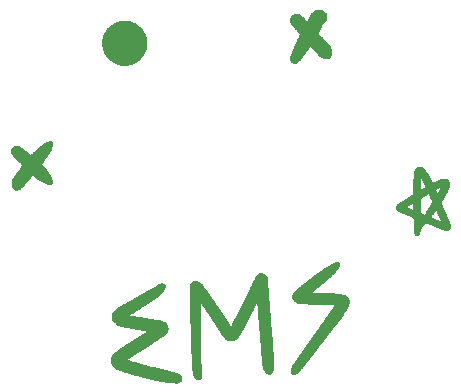
<source format=gtl>
%TF.GenerationSoftware,KiCad,Pcbnew,(6.0.0-0)*%
%TF.CreationDate,2022-02-15T14:33:39+00:00*%
%TF.ProjectId,waffles-1u,77616666-6c65-4732-9d31-752e6b696361,rev?*%
%TF.SameCoordinates,Original*%
%TF.FileFunction,Copper,L1,Top*%
%TF.FilePolarity,Positive*%
%FSLAX46Y46*%
G04 Gerber Fmt 4.6, Leading zero omitted, Abs format (unit mm)*
G04 Created by KiCad (PCBNEW (6.0.0-0)) date 2022-02-15 14:33:39*
%MOMM*%
%LPD*%
G01*
G04 APERTURE LIST*
%TA.AperFunction,EtchedComponent*%
%ADD10C,0.010000*%
%TD*%
G04 APERTURE END LIST*
D10*
%TO.C,Ref\u002A\u002A*%
X129282504Y-89941936D02*
X129406751Y-89949007D01*
X129406751Y-89949007D02*
X129518479Y-89959550D01*
X129518479Y-89959550D02*
X129607905Y-89973000D01*
X129607905Y-89973000D02*
X129665244Y-89988793D01*
X129665244Y-89988793D02*
X129666867Y-89989528D01*
X129666867Y-89989528D02*
X129708214Y-90009440D01*
X129708214Y-90009440D02*
X129764414Y-90037217D01*
X129764414Y-90037217D02*
X129771164Y-90040594D01*
X129771164Y-90040594D02*
X129825525Y-90064091D01*
X129825525Y-90064091D02*
X129866966Y-90075671D01*
X129866966Y-90075671D02*
X129870988Y-90075926D01*
X129870988Y-90075926D02*
X129909982Y-90084598D01*
X129909982Y-90084598D02*
X129961883Y-90105675D01*
X129961883Y-90105675D02*
X130011723Y-90131747D01*
X130011723Y-90131747D02*
X130044537Y-90155402D01*
X130044537Y-90155402D02*
X130049907Y-90164512D01*
X130049907Y-90164512D02*
X130067166Y-90179708D01*
X130067166Y-90179708D02*
X130082561Y-90181759D01*
X130082561Y-90181759D02*
X130120132Y-90195352D01*
X130120132Y-90195352D02*
X130180432Y-90232170D01*
X130180432Y-90232170D02*
X130255508Y-90286277D01*
X130255508Y-90286277D02*
X130337403Y-90351732D01*
X130337403Y-90351732D02*
X130418165Y-90422596D01*
X130418165Y-90422596D02*
X130464263Y-90466729D01*
X130464263Y-90466729D02*
X130625805Y-90648928D01*
X130625805Y-90648928D02*
X130761456Y-90850048D01*
X130761456Y-90850048D02*
X130877643Y-91079918D01*
X130877643Y-91079918D02*
X130900789Y-91134259D01*
X130900789Y-91134259D02*
X130924873Y-91189296D01*
X130924873Y-91189296D02*
X130941435Y-91224024D01*
X130941435Y-91224024D02*
X130968127Y-91302370D01*
X130968127Y-91302370D02*
X130988220Y-91413624D01*
X130988220Y-91413624D02*
X131001715Y-91548879D01*
X131001715Y-91548879D02*
X131008612Y-91699227D01*
X131008612Y-91699227D02*
X131008912Y-91855761D01*
X131008912Y-91855761D02*
X131002617Y-92009573D01*
X131002617Y-92009573D02*
X130989726Y-92151755D01*
X130989726Y-92151755D02*
X130970240Y-92273399D01*
X130970240Y-92273399D02*
X130944161Y-92365600D01*
X130944161Y-92365600D02*
X130941338Y-92372509D01*
X130941338Y-92372509D02*
X130886189Y-92501436D01*
X130886189Y-92501436D02*
X130842031Y-92600328D01*
X130842031Y-92600328D02*
X130803962Y-92678388D01*
X130803962Y-92678388D02*
X130767078Y-92744818D01*
X130767078Y-92744818D02*
X130726478Y-92808818D01*
X130726478Y-92808818D02*
X130677259Y-92879592D01*
X130677259Y-92879592D02*
X130653770Y-92912259D01*
X130653770Y-92912259D02*
X130599121Y-92981426D01*
X130599121Y-92981426D02*
X130530745Y-93058671D01*
X130530745Y-93058671D02*
X130456187Y-93136516D01*
X130456187Y-93136516D02*
X130382991Y-93207480D01*
X130382991Y-93207480D02*
X130318702Y-93264084D01*
X130318702Y-93264084D02*
X130270864Y-93298848D01*
X130270864Y-93298848D02*
X130257479Y-93305142D01*
X130257479Y-93305142D02*
X130225547Y-93322496D01*
X130225547Y-93322496D02*
X130219241Y-93333267D01*
X130219241Y-93333267D02*
X130202130Y-93351536D01*
X130202130Y-93351536D02*
X130158634Y-93379961D01*
X130158634Y-93379961D02*
X130129282Y-93396138D01*
X130129282Y-93396138D02*
X130068694Y-93428132D01*
X130068694Y-93428132D02*
X130020382Y-93454365D01*
X130020382Y-93454365D02*
X130007574Y-93461628D01*
X130007574Y-93461628D02*
X129957962Y-93486194D01*
X129957962Y-93486194D02*
X129876556Y-93521307D01*
X129876556Y-93521307D02*
X129771534Y-93563577D01*
X129771534Y-93563577D02*
X129651073Y-93609611D01*
X129651073Y-93609611D02*
X129647741Y-93610853D01*
X129647741Y-93610853D02*
X129604784Y-93619362D01*
X129604784Y-93619362D02*
X129528386Y-93627348D01*
X129528386Y-93627348D02*
X129427436Y-93634505D01*
X129427436Y-93634505D02*
X129310824Y-93640525D01*
X129310824Y-93640525D02*
X129187440Y-93645100D01*
X129187440Y-93645100D02*
X129066176Y-93647922D01*
X129066176Y-93647922D02*
X128955922Y-93648684D01*
X128955922Y-93648684D02*
X128865568Y-93647079D01*
X128865568Y-93647079D02*
X128804004Y-93642797D01*
X128804004Y-93642797D02*
X128790491Y-93640517D01*
X128790491Y-93640517D02*
X128683767Y-93613290D01*
X128683767Y-93613290D02*
X128583370Y-93582692D01*
X128583370Y-93582692D02*
X128515324Y-93557533D01*
X128515324Y-93557533D02*
X128446298Y-93528585D01*
X128446298Y-93528585D02*
X128388324Y-93504701D01*
X128388324Y-93504701D02*
X128333194Y-93480460D01*
X128333194Y-93480460D02*
X128293074Y-93460004D01*
X128293074Y-93460004D02*
X128245642Y-93434949D01*
X128245642Y-93434949D02*
X128229574Y-93427613D01*
X128229574Y-93427613D02*
X128194315Y-93407357D01*
X128194315Y-93407357D02*
X128140785Y-93371135D01*
X128140785Y-93371135D02*
X128079681Y-93326898D01*
X128079681Y-93326898D02*
X128021699Y-93282595D01*
X128021699Y-93282595D02*
X127977536Y-93246176D01*
X127977536Y-93246176D02*
X127957935Y-93225713D01*
X127957935Y-93225713D02*
X127933857Y-93208679D01*
X127933857Y-93208679D02*
X127931913Y-93208592D01*
X127931913Y-93208592D02*
X127906280Y-93192714D01*
X127906280Y-93192714D02*
X127855803Y-93144791D01*
X127855803Y-93144791D02*
X127780059Y-93064396D01*
X127780059Y-93064396D02*
X127680510Y-92953235D01*
X127680510Y-92953235D02*
X127641736Y-92903912D01*
X127641736Y-92903912D02*
X127618755Y-92864401D01*
X127618755Y-92864401D02*
X127616079Y-92854051D01*
X127616079Y-92854051D02*
X127605244Y-92829418D01*
X127605244Y-92829418D02*
X127599199Y-92827592D01*
X127599199Y-92827592D02*
X127583230Y-92810001D01*
X127583230Y-92810001D02*
X127554651Y-92763698D01*
X127554651Y-92763698D02*
X127518632Y-92698395D01*
X127518632Y-92698395D02*
X127480341Y-92623800D01*
X127480341Y-92623800D02*
X127444946Y-92549622D01*
X127444946Y-92549622D02*
X127418923Y-92488926D01*
X127418923Y-92488926D02*
X127395001Y-92429312D01*
X127395001Y-92429312D02*
X127371637Y-92372509D01*
X127371637Y-92372509D02*
X127341258Y-92285319D01*
X127341258Y-92285319D02*
X127319823Y-92186903D01*
X127319823Y-92186903D02*
X127306261Y-92068920D01*
X127306261Y-92068920D02*
X127299500Y-91923027D01*
X127299500Y-91923027D02*
X127298241Y-91801009D01*
X127298241Y-91801009D02*
X127300228Y-91642690D01*
X127300228Y-91642690D02*
X127307620Y-91514531D01*
X127307620Y-91514531D02*
X127322564Y-91404484D01*
X127322564Y-91404484D02*
X127347206Y-91300501D01*
X127347206Y-91300501D02*
X127383692Y-91190535D01*
X127383692Y-91190535D02*
X127426444Y-91081342D01*
X127426444Y-91081342D02*
X127446868Y-91024635D01*
X127446868Y-91024635D02*
X127457087Y-90991384D01*
X127457087Y-90991384D02*
X127474803Y-90954376D01*
X127474803Y-90954376D02*
X127490167Y-90943759D01*
X127490167Y-90943759D02*
X127509047Y-90927361D01*
X127509047Y-90927361D02*
X127509907Y-90920615D01*
X127509907Y-90920615D02*
X127520864Y-90891876D01*
X127520864Y-90891876D02*
X127549111Y-90841420D01*
X127549111Y-90841420D02*
X127587711Y-90779715D01*
X127587711Y-90779715D02*
X127629729Y-90717233D01*
X127629729Y-90717233D02*
X127668229Y-90664444D01*
X127668229Y-90664444D02*
X127696275Y-90631819D01*
X127696275Y-90631819D02*
X127704896Y-90626259D01*
X127704896Y-90626259D02*
X127721101Y-90610013D01*
X127721101Y-90610013D02*
X127721574Y-90604988D01*
X127721574Y-90604988D02*
X127737577Y-90573584D01*
X127737577Y-90573584D02*
X127780920Y-90523594D01*
X127780920Y-90523594D02*
X127844607Y-90461189D01*
X127844607Y-90461189D02*
X127921639Y-90392543D01*
X127921639Y-90392543D02*
X128005021Y-90323827D01*
X128005021Y-90323827D02*
X128087754Y-90261215D01*
X128087754Y-90261215D02*
X128162842Y-90210878D01*
X128162842Y-90210878D02*
X128179635Y-90200915D01*
X128179635Y-90200915D02*
X128276402Y-90146046D01*
X128276402Y-90146046D02*
X128344237Y-90109587D01*
X128344237Y-90109587D02*
X128390453Y-90088070D01*
X128390453Y-90088070D02*
X128422361Y-90078028D01*
X128422361Y-90078028D02*
X128443243Y-90075926D01*
X128443243Y-90075926D02*
X128481503Y-90066738D01*
X128481503Y-90066738D02*
X128492586Y-90057300D01*
X128492586Y-90057300D02*
X128525904Y-90034110D01*
X128525904Y-90034110D02*
X128593555Y-90009625D01*
X128593555Y-90009625D02*
X128687665Y-89985816D01*
X128687665Y-89985816D02*
X128800361Y-89964654D01*
X128800361Y-89964654D02*
X128923769Y-89948109D01*
X128923769Y-89948109D02*
X128932475Y-89947189D01*
X128932475Y-89947189D02*
X129035582Y-89940462D01*
X129035582Y-89940462D02*
X129155520Y-89938899D01*
X129155520Y-89938899D02*
X129282504Y-89941936D01*
X129282504Y-89941936D02*
X129282504Y-89941936D01*
G36*
X129282504Y-89941936D02*
G01*
X129406751Y-89949007D01*
X129518479Y-89959550D01*
X129607905Y-89973000D01*
X129665244Y-89988793D01*
X129666867Y-89989528D01*
X129708214Y-90009440D01*
X129764414Y-90037217D01*
X129771164Y-90040594D01*
X129825525Y-90064091D01*
X129866966Y-90075671D01*
X129870988Y-90075926D01*
X129909982Y-90084598D01*
X129961883Y-90105675D01*
X130011723Y-90131747D01*
X130044537Y-90155402D01*
X130049907Y-90164512D01*
X130067166Y-90179708D01*
X130082561Y-90181759D01*
X130120132Y-90195352D01*
X130180432Y-90232170D01*
X130255508Y-90286277D01*
X130337403Y-90351732D01*
X130418165Y-90422596D01*
X130464263Y-90466729D01*
X130625805Y-90648928D01*
X130761456Y-90850048D01*
X130877643Y-91079918D01*
X130900789Y-91134259D01*
X130924873Y-91189296D01*
X130941435Y-91224024D01*
X130968127Y-91302370D01*
X130988220Y-91413624D01*
X131001715Y-91548879D01*
X131008612Y-91699227D01*
X131008912Y-91855761D01*
X131002617Y-92009573D01*
X130989726Y-92151755D01*
X130970240Y-92273399D01*
X130944161Y-92365600D01*
X130941338Y-92372509D01*
X130886189Y-92501436D01*
X130842031Y-92600328D01*
X130803962Y-92678388D01*
X130767078Y-92744818D01*
X130726478Y-92808818D01*
X130677259Y-92879592D01*
X130653770Y-92912259D01*
X130599121Y-92981426D01*
X130530745Y-93058671D01*
X130456187Y-93136516D01*
X130382991Y-93207480D01*
X130318702Y-93264084D01*
X130270864Y-93298848D01*
X130257479Y-93305142D01*
X130225547Y-93322496D01*
X130219241Y-93333267D01*
X130202130Y-93351536D01*
X130158634Y-93379961D01*
X130129282Y-93396138D01*
X130068694Y-93428132D01*
X130020382Y-93454365D01*
X130007574Y-93461628D01*
X129957962Y-93486194D01*
X129876556Y-93521307D01*
X129771534Y-93563577D01*
X129651073Y-93609611D01*
X129647741Y-93610853D01*
X129604784Y-93619362D01*
X129528386Y-93627348D01*
X129427436Y-93634505D01*
X129310824Y-93640525D01*
X129187440Y-93645100D01*
X129066176Y-93647922D01*
X128955922Y-93648684D01*
X128865568Y-93647079D01*
X128804004Y-93642797D01*
X128790491Y-93640517D01*
X128683767Y-93613290D01*
X128583370Y-93582692D01*
X128515324Y-93557533D01*
X128446298Y-93528585D01*
X128388324Y-93504701D01*
X128333194Y-93480460D01*
X128293074Y-93460004D01*
X128245642Y-93434949D01*
X128229574Y-93427613D01*
X128194315Y-93407357D01*
X128140785Y-93371135D01*
X128079681Y-93326898D01*
X128021699Y-93282595D01*
X127977536Y-93246176D01*
X127957935Y-93225713D01*
X127933857Y-93208679D01*
X127931913Y-93208592D01*
X127906280Y-93192714D01*
X127855803Y-93144791D01*
X127780059Y-93064396D01*
X127680510Y-92953235D01*
X127641736Y-92903912D01*
X127618755Y-92864401D01*
X127616079Y-92854051D01*
X127605244Y-92829418D01*
X127599199Y-92827592D01*
X127583230Y-92810001D01*
X127554651Y-92763698D01*
X127518632Y-92698395D01*
X127480341Y-92623800D01*
X127444946Y-92549622D01*
X127418923Y-92488926D01*
X127395001Y-92429312D01*
X127371637Y-92372509D01*
X127341258Y-92285319D01*
X127319823Y-92186903D01*
X127306261Y-92068920D01*
X127299500Y-91923027D01*
X127298241Y-91801009D01*
X127300228Y-91642690D01*
X127307620Y-91514531D01*
X127322564Y-91404484D01*
X127347206Y-91300501D01*
X127383692Y-91190535D01*
X127426444Y-91081342D01*
X127446868Y-91024635D01*
X127457087Y-90991384D01*
X127474803Y-90954376D01*
X127490167Y-90943759D01*
X127509047Y-90927361D01*
X127509907Y-90920615D01*
X127520864Y-90891876D01*
X127549111Y-90841420D01*
X127587711Y-90779715D01*
X127629729Y-90717233D01*
X127668229Y-90664444D01*
X127696275Y-90631819D01*
X127704896Y-90626259D01*
X127721101Y-90610013D01*
X127721574Y-90604988D01*
X127737577Y-90573584D01*
X127780920Y-90523594D01*
X127844607Y-90461189D01*
X127921639Y-90392543D01*
X128005021Y-90323827D01*
X128087754Y-90261215D01*
X128162842Y-90210878D01*
X128179635Y-90200915D01*
X128276402Y-90146046D01*
X128344237Y-90109587D01*
X128390453Y-90088070D01*
X128422361Y-90078028D01*
X128443243Y-90075926D01*
X128481503Y-90066738D01*
X128492586Y-90057300D01*
X128525904Y-90034110D01*
X128593555Y-90009625D01*
X128687665Y-89985816D01*
X128800361Y-89964654D01*
X128923769Y-89948109D01*
X128932475Y-89947189D01*
X129035582Y-89940462D01*
X129155520Y-89938899D01*
X129282504Y-89941936D01*
G37*
X129282504Y-89941936D02*
X129406751Y-89949007D01*
X129518479Y-89959550D01*
X129607905Y-89973000D01*
X129665244Y-89988793D01*
X129666867Y-89989528D01*
X129708214Y-90009440D01*
X129764414Y-90037217D01*
X129771164Y-90040594D01*
X129825525Y-90064091D01*
X129866966Y-90075671D01*
X129870988Y-90075926D01*
X129909982Y-90084598D01*
X129961883Y-90105675D01*
X130011723Y-90131747D01*
X130044537Y-90155402D01*
X130049907Y-90164512D01*
X130067166Y-90179708D01*
X130082561Y-90181759D01*
X130120132Y-90195352D01*
X130180432Y-90232170D01*
X130255508Y-90286277D01*
X130337403Y-90351732D01*
X130418165Y-90422596D01*
X130464263Y-90466729D01*
X130625805Y-90648928D01*
X130761456Y-90850048D01*
X130877643Y-91079918D01*
X130900789Y-91134259D01*
X130924873Y-91189296D01*
X130941435Y-91224024D01*
X130968127Y-91302370D01*
X130988220Y-91413624D01*
X131001715Y-91548879D01*
X131008612Y-91699227D01*
X131008912Y-91855761D01*
X131002617Y-92009573D01*
X130989726Y-92151755D01*
X130970240Y-92273399D01*
X130944161Y-92365600D01*
X130941338Y-92372509D01*
X130886189Y-92501436D01*
X130842031Y-92600328D01*
X130803962Y-92678388D01*
X130767078Y-92744818D01*
X130726478Y-92808818D01*
X130677259Y-92879592D01*
X130653770Y-92912259D01*
X130599121Y-92981426D01*
X130530745Y-93058671D01*
X130456187Y-93136516D01*
X130382991Y-93207480D01*
X130318702Y-93264084D01*
X130270864Y-93298848D01*
X130257479Y-93305142D01*
X130225547Y-93322496D01*
X130219241Y-93333267D01*
X130202130Y-93351536D01*
X130158634Y-93379961D01*
X130129282Y-93396138D01*
X130068694Y-93428132D01*
X130020382Y-93454365D01*
X130007574Y-93461628D01*
X129957962Y-93486194D01*
X129876556Y-93521307D01*
X129771534Y-93563577D01*
X129651073Y-93609611D01*
X129647741Y-93610853D01*
X129604784Y-93619362D01*
X129528386Y-93627348D01*
X129427436Y-93634505D01*
X129310824Y-93640525D01*
X129187440Y-93645100D01*
X129066176Y-93647922D01*
X128955922Y-93648684D01*
X128865568Y-93647079D01*
X128804004Y-93642797D01*
X128790491Y-93640517D01*
X128683767Y-93613290D01*
X128583370Y-93582692D01*
X128515324Y-93557533D01*
X128446298Y-93528585D01*
X128388324Y-93504701D01*
X128333194Y-93480460D01*
X128293074Y-93460004D01*
X128245642Y-93434949D01*
X128229574Y-93427613D01*
X128194315Y-93407357D01*
X128140785Y-93371135D01*
X128079681Y-93326898D01*
X128021699Y-93282595D01*
X127977536Y-93246176D01*
X127957935Y-93225713D01*
X127933857Y-93208679D01*
X127931913Y-93208592D01*
X127906280Y-93192714D01*
X127855803Y-93144791D01*
X127780059Y-93064396D01*
X127680510Y-92953235D01*
X127641736Y-92903912D01*
X127618755Y-92864401D01*
X127616079Y-92854051D01*
X127605244Y-92829418D01*
X127599199Y-92827592D01*
X127583230Y-92810001D01*
X127554651Y-92763698D01*
X127518632Y-92698395D01*
X127480341Y-92623800D01*
X127444946Y-92549622D01*
X127418923Y-92488926D01*
X127395001Y-92429312D01*
X127371637Y-92372509D01*
X127341258Y-92285319D01*
X127319823Y-92186903D01*
X127306261Y-92068920D01*
X127299500Y-91923027D01*
X127298241Y-91801009D01*
X127300228Y-91642690D01*
X127307620Y-91514531D01*
X127322564Y-91404484D01*
X127347206Y-91300501D01*
X127383692Y-91190535D01*
X127426444Y-91081342D01*
X127446868Y-91024635D01*
X127457087Y-90991384D01*
X127474803Y-90954376D01*
X127490167Y-90943759D01*
X127509047Y-90927361D01*
X127509907Y-90920615D01*
X127520864Y-90891876D01*
X127549111Y-90841420D01*
X127587711Y-90779715D01*
X127629729Y-90717233D01*
X127668229Y-90664444D01*
X127696275Y-90631819D01*
X127704896Y-90626259D01*
X127721101Y-90610013D01*
X127721574Y-90604988D01*
X127737577Y-90573584D01*
X127780920Y-90523594D01*
X127844607Y-90461189D01*
X127921639Y-90392543D01*
X128005021Y-90323827D01*
X128087754Y-90261215D01*
X128162842Y-90210878D01*
X128179635Y-90200915D01*
X128276402Y-90146046D01*
X128344237Y-90109587D01*
X128390453Y-90088070D01*
X128422361Y-90078028D01*
X128443243Y-90075926D01*
X128481503Y-90066738D01*
X128492586Y-90057300D01*
X128525904Y-90034110D01*
X128593555Y-90009625D01*
X128687665Y-89985816D01*
X128800361Y-89964654D01*
X128923769Y-89948109D01*
X128932475Y-89947189D01*
X129035582Y-89940462D01*
X129155520Y-89938899D01*
X129282504Y-89941936D01*
X154216877Y-102288834D02*
X154280148Y-102300768D01*
X154280148Y-102300768D02*
X154318729Y-102320971D01*
X154318729Y-102320971D02*
X154323881Y-102329429D01*
X154323881Y-102329429D02*
X154348571Y-102348192D01*
X154348571Y-102348192D02*
X154375983Y-102352592D01*
X154375983Y-102352592D02*
X154409191Y-102366962D01*
X154409191Y-102366962D02*
X154458362Y-102403418D01*
X154458362Y-102403418D02*
X154512852Y-102451978D01*
X154512852Y-102451978D02*
X154562015Y-102502659D01*
X154562015Y-102502659D02*
X154595207Y-102545481D01*
X154595207Y-102545481D02*
X154603241Y-102565686D01*
X154603241Y-102565686D02*
X154616543Y-102593122D01*
X154616543Y-102593122D02*
X154631682Y-102610843D01*
X154631682Y-102610843D02*
X154659127Y-102644722D01*
X154659127Y-102644722D02*
X154697480Y-102699476D01*
X154697480Y-102699476D02*
X154719657Y-102733592D01*
X154719657Y-102733592D02*
X154759313Y-102793337D01*
X154759313Y-102793337D02*
X154794231Y-102840816D01*
X154794231Y-102840816D02*
X154807632Y-102856341D01*
X154807632Y-102856341D02*
X154832069Y-102895594D01*
X154832069Y-102895594D02*
X154836074Y-102915021D01*
X154836074Y-102915021D02*
X154847997Y-102942204D01*
X154847997Y-102942204D02*
X154857241Y-102945259D01*
X154857241Y-102945259D02*
X154875791Y-102962498D01*
X154875791Y-102962498D02*
X154878407Y-102978421D01*
X154878407Y-102978421D02*
X154890585Y-103015492D01*
X154890585Y-103015492D02*
X154920870Y-103066600D01*
X154920870Y-103066600D02*
X154931324Y-103080961D01*
X154931324Y-103080961D02*
X154964926Y-103131791D01*
X154964926Y-103131791D02*
X154983217Y-103172636D01*
X154983217Y-103172636D02*
X154984331Y-103180090D01*
X154984331Y-103180090D02*
X154995477Y-103213551D01*
X154995477Y-103213551D02*
X155023952Y-103267127D01*
X155023952Y-103267127D02*
X155047741Y-103305092D01*
X155047741Y-103305092D02*
X155083802Y-103364496D01*
X155083802Y-103364496D02*
X155107498Y-103413355D01*
X155107498Y-103413355D02*
X155112697Y-103432092D01*
X155112697Y-103432092D02*
X155124755Y-103470569D01*
X155124755Y-103470569D02*
X155151974Y-103521991D01*
X155151974Y-103521991D02*
X155155367Y-103527342D01*
X155155367Y-103527342D02*
X155187113Y-103581217D01*
X155187113Y-103581217D02*
X155208434Y-103625735D01*
X155208434Y-103625735D02*
X155209206Y-103627884D01*
X155209206Y-103627884D02*
X155230807Y-103661192D01*
X155230807Y-103661192D02*
X155260438Y-103653750D01*
X155260438Y-103653750D02*
X155280574Y-103633176D01*
X155280574Y-103633176D02*
X155314948Y-103606362D01*
X155314948Y-103606362D02*
X155332930Y-103601426D01*
X155332930Y-103601426D02*
X155365296Y-103592050D01*
X155365296Y-103592050D02*
X155419875Y-103568042D01*
X155419875Y-103568042D02*
X155458458Y-103548509D01*
X155458458Y-103548509D02*
X155518443Y-103518630D01*
X155518443Y-103518630D02*
X155564244Y-103499443D01*
X155564244Y-103499443D02*
X155579539Y-103495592D01*
X155579539Y-103495592D02*
X155610755Y-103482024D01*
X155610755Y-103482024D02*
X155632848Y-103463842D01*
X155632848Y-103463842D02*
X155678959Y-103438263D01*
X155678959Y-103438263D02*
X155714753Y-103432092D01*
X155714753Y-103432092D02*
X155758972Y-103424062D01*
X155758972Y-103424062D02*
X155777991Y-103410926D01*
X155777991Y-103410926D02*
X155807600Y-103393656D01*
X155807600Y-103393656D02*
X155835781Y-103389759D01*
X155835781Y-103389759D02*
X155886914Y-103375887D01*
X155886914Y-103375887D02*
X155918534Y-103355330D01*
X155918534Y-103355330D02*
X155962383Y-103336017D01*
X155962383Y-103336017D02*
X156036804Y-103322971D01*
X156036804Y-103322971D02*
X156130497Y-103316204D01*
X156130497Y-103316204D02*
X156232167Y-103315729D01*
X156232167Y-103315729D02*
X156330514Y-103321559D01*
X156330514Y-103321559D02*
X156414241Y-103333707D01*
X156414241Y-103333707D02*
X156472051Y-103352186D01*
X156472051Y-103352186D02*
X156476491Y-103354696D01*
X156476491Y-103354696D02*
X156534837Y-103394418D01*
X156534837Y-103394418D02*
X156575669Y-103436264D01*
X156575669Y-103436264D02*
X156602025Y-103488586D01*
X156602025Y-103488586D02*
X156616941Y-103559738D01*
X156616941Y-103559738D02*
X156623455Y-103658072D01*
X156623455Y-103658072D02*
X156624657Y-103762173D01*
X156624657Y-103762173D02*
X156622553Y-103877742D01*
X156622553Y-103877742D02*
X156616697Y-103974006D01*
X156616697Y-103974006D02*
X156607770Y-104042438D01*
X156607770Y-104042438D02*
X156600118Y-104069090D01*
X156600118Y-104069090D02*
X156576417Y-104120235D01*
X156576417Y-104120235D02*
X156562843Y-104151759D01*
X156562843Y-104151759D02*
X156543053Y-104190833D01*
X156543053Y-104190833D02*
X156512161Y-104242904D01*
X156512161Y-104242904D02*
X156509554Y-104247009D01*
X156509554Y-104247009D02*
X156481417Y-104300653D01*
X156481417Y-104300653D02*
X156467651Y-104345525D01*
X156467651Y-104345525D02*
X156467454Y-104348215D01*
X156467454Y-104348215D02*
X156450424Y-104386735D01*
X156450424Y-104386735D02*
X156434157Y-104398104D01*
X156434157Y-104398104D02*
X156406022Y-104424990D01*
X156406022Y-104424990D02*
X156402407Y-104440194D01*
X156402407Y-104440194D02*
X156391708Y-104475120D01*
X156391708Y-104475120D02*
X156364691Y-104528580D01*
X156364691Y-104528580D02*
X156349491Y-104553926D01*
X156349491Y-104553926D02*
X156317754Y-104609649D01*
X156317754Y-104609649D02*
X156298867Y-104653338D01*
X156298867Y-104653338D02*
X156296574Y-104664846D01*
X156296574Y-104664846D02*
X156283164Y-104697286D01*
X156283164Y-104697286D02*
X156250229Y-104741712D01*
X156250229Y-104741712D02*
X156243657Y-104749010D01*
X156243657Y-104749010D02*
X156208146Y-104797888D01*
X156208146Y-104797888D02*
X156191021Y-104842252D01*
X156191021Y-104842252D02*
X156190741Y-104846743D01*
X156190741Y-104846743D02*
X156175330Y-104894361D01*
X156175330Y-104894361D02*
X156158991Y-104913759D01*
X156158991Y-104913759D02*
X156132093Y-104949796D01*
X156132093Y-104949796D02*
X156127241Y-104969267D01*
X156127241Y-104969267D02*
X156116245Y-104995748D01*
X156116245Y-104995748D02*
X156108368Y-104998426D01*
X156108368Y-104998426D02*
X156089735Y-105016364D01*
X156089735Y-105016364D02*
X156076215Y-105051342D01*
X156076215Y-105051342D02*
X156059218Y-105090985D01*
X156059218Y-105090985D02*
X156042171Y-105104259D01*
X156042171Y-105104259D02*
X156024878Y-105121848D01*
X156024878Y-105121848D02*
X156021407Y-105143501D01*
X156021407Y-105143501D02*
X156007679Y-105184615D01*
X156007679Y-105184615D02*
X155974071Y-105233602D01*
X155974071Y-105233602D02*
X155968491Y-105239842D01*
X155968491Y-105239842D02*
X155928092Y-105291196D01*
X155928092Y-105291196D02*
X155916029Y-105325371D01*
X155916029Y-105325371D02*
X155932667Y-105337092D01*
X155932667Y-105337092D02*
X155950180Y-105354856D01*
X155950180Y-105354856D02*
X155974897Y-105399829D01*
X155974897Y-105399829D02*
X155986959Y-105427051D01*
X155986959Y-105427051D02*
X156017285Y-105496491D01*
X156017285Y-105496491D02*
X156047254Y-105559250D01*
X156047254Y-105559250D02*
X156054532Y-105573191D01*
X156054532Y-105573191D02*
X156076967Y-105628642D01*
X156076967Y-105628642D02*
X156084907Y-105671969D01*
X156084907Y-105671969D02*
X156091762Y-105710015D01*
X156091762Y-105710015D02*
X156100782Y-105721620D01*
X156100782Y-105721620D02*
X156126891Y-105749767D01*
X156126891Y-105749767D02*
X156155095Y-105803304D01*
X156155095Y-105803304D02*
X156178539Y-105866242D01*
X156178539Y-105866242D02*
X156190371Y-105922594D01*
X156190371Y-105922594D02*
X156190741Y-105931474D01*
X156190741Y-105931474D02*
X156196909Y-105975314D01*
X156196909Y-105975314D02*
X156211504Y-105993259D01*
X156211504Y-105993259D02*
X156231567Y-106011219D01*
X156231567Y-106011219D02*
X156245549Y-106046176D01*
X156245549Y-106046176D02*
X156261891Y-106085800D01*
X156261891Y-106085800D02*
X156277702Y-106099092D01*
X156277702Y-106099092D02*
X156292697Y-106117065D01*
X156292697Y-106117065D02*
X156297247Y-106146717D01*
X156297247Y-106146717D02*
X156310574Y-106202058D01*
X156310574Y-106202058D02*
X156328997Y-106235429D01*
X156328997Y-106235429D02*
X156354097Y-106288755D01*
X156354097Y-106288755D02*
X156360074Y-106325388D01*
X156360074Y-106325388D02*
X156367862Y-106363188D01*
X156367862Y-106363188D02*
X156381241Y-106374259D01*
X156381241Y-106374259D02*
X156398797Y-106391868D01*
X156398797Y-106391868D02*
X156402407Y-106414000D01*
X156402407Y-106414000D02*
X156417780Y-106460768D01*
X156417780Y-106460768D02*
X156434157Y-106480092D01*
X156434157Y-106480092D02*
X156456140Y-106518363D01*
X156456140Y-106518363D02*
X156465880Y-106574941D01*
X156465880Y-106574941D02*
X156465907Y-106577934D01*
X156465907Y-106577934D02*
X156471402Y-106625861D01*
X156471402Y-106625861D02*
X156484853Y-106649032D01*
X156484853Y-106649032D02*
X156487074Y-106649426D01*
X156487074Y-106649426D02*
X156506284Y-106666375D01*
X156506284Y-106666375D02*
X156508241Y-106678584D01*
X156508241Y-106678584D02*
X156523173Y-106715679D01*
X156523173Y-106715679D02*
X156539991Y-106734092D01*
X156539991Y-106734092D02*
X156567167Y-106776044D01*
X156567167Y-106776044D02*
X156571741Y-106800471D01*
X156571741Y-106800471D02*
X156581970Y-106853951D01*
X156581970Y-106853951D02*
X156591882Y-106877254D01*
X156591882Y-106877254D02*
X156612547Y-106919899D01*
X156612547Y-106919899D02*
X156639134Y-106980699D01*
X156639134Y-106980699D02*
X156646578Y-106998676D01*
X156646578Y-106998676D02*
X156672129Y-107059375D01*
X156672129Y-107059375D02*
X156693482Y-107106939D01*
X156693482Y-107106939D02*
X156697828Y-107115787D01*
X156697828Y-107115787D02*
X156730628Y-107216124D01*
X156730628Y-107216124D02*
X156736428Y-107326117D01*
X156736428Y-107326117D02*
X156716489Y-107431605D01*
X156716489Y-107431605D02*
X156672071Y-107518424D01*
X156672071Y-107518424D02*
X156660827Y-107531794D01*
X156660827Y-107531794D02*
X156576402Y-107610252D01*
X156576402Y-107610252D02*
X156493831Y-107654555D01*
X156493831Y-107654555D02*
X156405768Y-107665409D01*
X156405768Y-107665409D02*
X156304866Y-107643518D01*
X156304866Y-107643518D02*
X156183777Y-107589587D01*
X156183777Y-107589587D02*
X156164569Y-107579397D01*
X156164569Y-107579397D02*
X156113065Y-107562183D01*
X156113065Y-107562183D02*
X156089240Y-107559592D01*
X156089240Y-107559592D02*
X156042097Y-107547206D01*
X156042097Y-107547206D02*
X156009578Y-107528515D01*
X156009578Y-107528515D02*
X155956824Y-107503156D01*
X155956824Y-107503156D02*
X155920866Y-107496765D01*
X155920866Y-107496765D02*
X155883677Y-107488258D01*
X155883677Y-107488258D02*
X155873241Y-107474926D01*
X155873241Y-107474926D02*
X155855484Y-107457817D01*
X155855484Y-107457817D02*
X155830243Y-107453759D01*
X155830243Y-107453759D02*
X155789541Y-107439966D01*
X155789541Y-107439966D02*
X155775062Y-107422009D01*
X155775062Y-107422009D02*
X155744943Y-107398051D01*
X155744943Y-107398051D02*
X155692308Y-107390259D01*
X155692308Y-107390259D02*
X155640390Y-107384477D01*
X155640390Y-107384477D02*
X155609619Y-107370424D01*
X155609619Y-107370424D02*
X155608657Y-107369092D01*
X155608657Y-107369092D02*
X155578848Y-107351407D01*
X155578848Y-107351407D02*
X155553827Y-107347926D01*
X155553827Y-107347926D02*
X155513662Y-107333747D01*
X155513662Y-107333747D02*
X155499895Y-107316176D01*
X155499895Y-107316176D02*
X155471629Y-107291735D01*
X155471629Y-107291735D02*
X155435748Y-107284426D01*
X155435748Y-107284426D02*
X155386227Y-107274787D01*
X155386227Y-107274787D02*
X155310404Y-107248695D01*
X155310404Y-107248695D02*
X155218913Y-107210386D01*
X155218913Y-107210386D02*
X155122385Y-107164095D01*
X155122385Y-107164095D02*
X155086808Y-107145408D01*
X155086808Y-107145408D02*
X155031123Y-107122998D01*
X155031123Y-107122998D02*
X154987516Y-107115092D01*
X154987516Y-107115092D02*
X154946155Y-107105810D01*
X154946155Y-107105810D02*
X154931324Y-107093926D01*
X154931324Y-107093926D02*
X154901285Y-107075756D01*
X154901285Y-107075756D02*
X154879750Y-107072759D01*
X154879750Y-107072759D02*
X154833442Y-107057535D01*
X154833442Y-107057535D02*
X154816818Y-107043311D01*
X154816818Y-107043311D02*
X154779339Y-107019312D01*
X154779339Y-107019312D02*
X154726363Y-107004175D01*
X154726363Y-107004175D02*
X154691409Y-107000976D01*
X154691409Y-107000976D02*
X154662494Y-107007034D01*
X154662494Y-107007034D02*
X154632033Y-107027996D01*
X154632033Y-107027996D02*
X154592441Y-107069508D01*
X154592441Y-107069508D02*
X154536134Y-107137219D01*
X154536134Y-107137219D02*
X154518574Y-107158881D01*
X154518574Y-107158881D02*
X154457543Y-107231218D01*
X154457543Y-107231218D02*
X154390218Y-107306652D01*
X154390218Y-107306652D02*
X154365116Y-107333477D01*
X154365116Y-107333477D02*
X154321015Y-107381980D01*
X154321015Y-107381980D02*
X154292195Y-107418202D01*
X154292195Y-107418202D02*
X154285741Y-107430431D01*
X154285741Y-107430431D02*
X154271286Y-107451919D01*
X154271286Y-107451919D02*
X154235291Y-107488303D01*
X154235291Y-107488303D02*
X154222241Y-107500052D01*
X154222241Y-107500052D02*
X154185322Y-107537355D01*
X154185322Y-107537355D02*
X154166287Y-107576060D01*
X154166287Y-107576060D02*
X154159413Y-107632114D01*
X154159413Y-107632114D02*
X154158741Y-107676935D01*
X154158741Y-107676935D02*
X154150515Y-107792316D01*
X154150515Y-107792316D02*
X154128006Y-107897982D01*
X154128006Y-107897982D02*
X154094468Y-107981004D01*
X154094468Y-107981004D02*
X154075094Y-108009384D01*
X154075094Y-108009384D02*
X154039868Y-108033169D01*
X154039868Y-108033169D02*
X153979981Y-108044531D01*
X153979981Y-108044531D02*
X153922644Y-108046426D01*
X153922644Y-108046426D02*
X153851939Y-108044369D01*
X153851939Y-108044369D02*
X153808544Y-108034161D01*
X153808544Y-108034161D02*
X153777490Y-108009743D01*
X153777490Y-108009743D02*
X153752723Y-107977663D01*
X153752723Y-107977663D02*
X153734772Y-107945119D01*
X153734772Y-107945119D02*
X153719483Y-107899321D01*
X153719483Y-107899321D02*
X153706498Y-107836445D01*
X153706498Y-107836445D02*
X153695454Y-107752666D01*
X153695454Y-107752666D02*
X153685991Y-107644162D01*
X153685991Y-107644162D02*
X153677748Y-107507107D01*
X153677748Y-107507107D02*
X153670364Y-107337676D01*
X153670364Y-107337676D02*
X153663479Y-107132046D01*
X153663479Y-107132046D02*
X153659410Y-106988723D01*
X153659410Y-106988723D02*
X153657793Y-106939454D01*
X153657793Y-106939454D02*
X154173268Y-106939454D01*
X154173268Y-106939454D02*
X154175992Y-106974828D01*
X154175992Y-106974828D02*
X154177983Y-106979112D01*
X154177983Y-106979112D02*
X154198902Y-106976921D01*
X154198902Y-106976921D02*
X154224084Y-106944932D01*
X154224084Y-106944932D02*
X154246210Y-106894066D01*
X154246210Y-106894066D02*
X154253546Y-106866384D01*
X154253546Y-106866384D02*
X154259854Y-106819218D01*
X154259854Y-106819218D02*
X154248285Y-106800355D01*
X154248285Y-106800355D02*
X154226146Y-106797592D01*
X154226146Y-106797592D02*
X154197637Y-106806424D01*
X154197637Y-106806424D02*
X154182304Y-106839843D01*
X154182304Y-106839843D02*
X154176175Y-106883359D01*
X154176175Y-106883359D02*
X154173268Y-106939454D01*
X154173268Y-106939454D02*
X153657793Y-106939454D01*
X153657793Y-106939454D02*
X153654381Y-106835523D01*
X153654381Y-106835523D02*
X153647802Y-106719606D01*
X153647802Y-106719606D02*
X153638399Y-106635920D01*
X153638399Y-106635920D02*
X153624896Y-106579416D01*
X153624896Y-106579416D02*
X153606017Y-106545043D01*
X153606017Y-106545043D02*
X153588174Y-106532957D01*
X153588174Y-106532957D02*
X155049522Y-106532957D01*
X155049522Y-106532957D02*
X155065123Y-106563116D01*
X155065123Y-106563116D02*
X155099789Y-106577016D01*
X155099789Y-106577016D02*
X155150091Y-106598632D01*
X155150091Y-106598632D02*
X155176464Y-106619752D01*
X155176464Y-106619752D02*
X155216153Y-106643580D01*
X155216153Y-106643580D02*
X155250166Y-106649426D01*
X155250166Y-106649426D02*
X155293953Y-106657625D01*
X155293953Y-106657625D02*
X155312324Y-106670592D01*
X155312324Y-106670592D02*
X155342363Y-106688762D01*
X155342363Y-106688762D02*
X155363898Y-106691759D01*
X155363898Y-106691759D02*
X155409516Y-106707081D01*
X155409516Y-106707081D02*
X155428741Y-106723509D01*
X155428741Y-106723509D02*
X155470532Y-106750679D01*
X155470532Y-106750679D02*
X155494832Y-106755259D01*
X155494832Y-106755259D02*
X155527795Y-106764637D01*
X155527795Y-106764637D02*
X155534574Y-106776426D01*
X155534574Y-106776426D02*
X155552397Y-106793325D01*
X155552397Y-106793325D02*
X155579173Y-106797592D01*
X155579173Y-106797592D02*
X155620682Y-106806380D01*
X155620682Y-106806380D02*
X155685351Y-106829335D01*
X155685351Y-106829335D02*
X155753798Y-106859037D01*
X155753798Y-106859037D02*
X155848115Y-106901480D01*
X155848115Y-106901480D02*
X155911653Y-106923902D01*
X155911653Y-106923902D02*
X155950384Y-106927291D01*
X155950384Y-106927291D02*
X155970282Y-106912636D01*
X155970282Y-106912636D02*
X155975634Y-106895772D01*
X155975634Y-106895772D02*
X155973595Y-106856105D01*
X155973595Y-106856105D02*
X155965051Y-106842303D01*
X155965051Y-106842303D02*
X155935847Y-106805933D01*
X155935847Y-106805933D02*
X155905263Y-106746900D01*
X155905263Y-106746900D02*
X155881644Y-106683743D01*
X155881644Y-106683743D02*
X155873241Y-106638376D01*
X155873241Y-106638376D02*
X155865405Y-106594397D01*
X155865405Y-106594397D02*
X155852640Y-106575692D01*
X155852640Y-106575692D02*
X155831546Y-106549498D01*
X155831546Y-106549498D02*
X155804635Y-106500152D01*
X155804635Y-106500152D02*
X155797434Y-106484485D01*
X155797434Y-106484485D02*
X155764797Y-106410457D01*
X155764797Y-106410457D02*
X155732286Y-106336696D01*
X155732286Y-106336696D02*
X155730184Y-106331926D01*
X155730184Y-106331926D02*
X155700596Y-106267289D01*
X155700596Y-106267289D02*
X155663663Y-106189817D01*
X155663663Y-106189817D02*
X155647806Y-106157456D01*
X155647806Y-106157456D02*
X155619162Y-106093113D01*
X155619162Y-106093113D02*
X155600859Y-106039510D01*
X155600859Y-106039510D02*
X155597401Y-106019872D01*
X155597401Y-106019872D02*
X155584424Y-105972795D01*
X155584424Y-105972795D02*
X155568333Y-105945256D01*
X155568333Y-105945256D02*
X155546813Y-105922768D01*
X155546813Y-105922768D02*
X155528180Y-105929450D01*
X155528180Y-105929450D02*
X155502443Y-105965061D01*
X155502443Y-105965061D02*
X155454574Y-106029598D01*
X155454574Y-106029598D02*
X155390845Y-106105109D01*
X155390845Y-106105109D02*
X155326572Y-106173932D01*
X155326572Y-106173932D02*
X155296449Y-106202614D01*
X155296449Y-106202614D02*
X155267126Y-106238615D01*
X155267126Y-106238615D02*
X155259407Y-106261010D01*
X155259407Y-106261010D02*
X155244147Y-106290892D01*
X155244147Y-106290892D02*
X155207353Y-106327462D01*
X155207353Y-106327462D02*
X155206491Y-106328144D01*
X155206491Y-106328144D02*
X155169738Y-106360926D01*
X155169738Y-106360926D02*
X155153606Y-106382983D01*
X155153606Y-106382983D02*
X155153574Y-106383490D01*
X155153574Y-106383490D02*
X155144077Y-106405377D01*
X155144077Y-106405377D02*
X155112451Y-106446201D01*
X155112451Y-106446201D02*
X155074199Y-106489898D01*
X155074199Y-106489898D02*
X155049522Y-106532957D01*
X155049522Y-106532957D02*
X153588174Y-106532957D01*
X153588174Y-106532957D02*
X153580487Y-106527751D01*
X153580487Y-106527751D02*
X153547029Y-106522490D01*
X153547029Y-106522490D02*
X153541627Y-106522426D01*
X153541627Y-106522426D02*
X153509054Y-106512900D01*
X153509054Y-106512900D02*
X153502574Y-106501259D01*
X153502574Y-106501259D02*
X153485291Y-106482817D01*
X153485291Y-106482817D02*
X153468731Y-106480092D01*
X153468731Y-106480092D02*
X153427792Y-106472192D01*
X153427792Y-106472192D02*
X153360728Y-106447446D01*
X153360728Y-106447446D02*
X153263636Y-106404281D01*
X153263636Y-106404281D02*
X153174491Y-106361669D01*
X153174491Y-106361669D02*
X153106920Y-106332648D01*
X153106920Y-106332648D02*
X153048302Y-106314094D01*
X153048302Y-106314094D02*
X153023624Y-106310428D01*
X153023624Y-106310428D02*
X152974511Y-106296587D01*
X152974511Y-106296587D02*
X152952241Y-106279009D01*
X152952241Y-106279009D02*
X152911141Y-106251870D01*
X152911141Y-106251870D02*
X152887398Y-106247259D01*
X152887398Y-106247259D02*
X152847963Y-106236916D01*
X152847963Y-106236916D02*
X152835824Y-106226092D01*
X152835824Y-106226092D02*
X152806558Y-106209525D01*
X152806558Y-106209525D02*
X152772587Y-106204926D01*
X152772587Y-106204926D02*
X152719182Y-106191928D01*
X152719182Y-106191928D02*
X152690681Y-106173176D01*
X152690681Y-106173176D02*
X152653219Y-106147049D01*
X152653219Y-106147049D02*
X152632781Y-106141426D01*
X152632781Y-106141426D02*
X152594793Y-106133149D01*
X152594793Y-106133149D02*
X152542438Y-106112928D01*
X152542438Y-106112928D02*
X152490402Y-106087675D01*
X152490402Y-106087675D02*
X152453371Y-106064303D01*
X152453371Y-106064303D02*
X152444241Y-106052685D01*
X152444241Y-106052685D02*
X152426470Y-106038807D01*
X152426470Y-106038807D02*
X152401724Y-106035592D01*
X152401724Y-106035592D02*
X152359385Y-106021863D01*
X152359385Y-106021863D02*
X152308221Y-105988306D01*
X152308221Y-105988306D02*
X152262132Y-105946370D01*
X152262132Y-105946370D02*
X152235016Y-105907501D01*
X152235016Y-105907501D02*
X152232574Y-105896274D01*
X152232574Y-105896274D02*
X152215722Y-105865986D01*
X152215722Y-105865986D02*
X152206116Y-105860967D01*
X152206116Y-105860967D02*
X152189195Y-105833378D01*
X152189195Y-105833378D02*
X152180688Y-105765431D01*
X152180688Y-105765431D02*
X152179657Y-105718092D01*
X152179657Y-105718092D02*
X152180797Y-105695145D01*
X152180797Y-105695145D02*
X152975874Y-105695145D01*
X152975874Y-105695145D02*
X153005535Y-105714657D01*
X153005535Y-105714657D02*
X153035192Y-105718092D01*
X153035192Y-105718092D02*
X153088388Y-105726853D01*
X153088388Y-105726853D02*
X153151296Y-105748566D01*
X153151296Y-105748566D02*
X153207928Y-105776378D01*
X153207928Y-105776378D02*
X153242296Y-105803435D01*
X153242296Y-105803435D02*
X153245046Y-105808051D01*
X153245046Y-105808051D02*
X153269236Y-105821095D01*
X153269236Y-105821095D02*
X153294697Y-105823926D01*
X153294697Y-105823926D02*
X153324664Y-105827568D01*
X153324664Y-105827568D02*
X153363952Y-105841060D01*
X153363952Y-105841060D02*
X153421815Y-105868250D01*
X153421815Y-105868250D02*
X153502574Y-105910354D01*
X153502574Y-105910354D02*
X153534291Y-105925096D01*
X153534291Y-105925096D02*
X153556919Y-105926651D01*
X153556919Y-105926651D02*
X153571985Y-105909785D01*
X153571985Y-105909785D02*
X153581018Y-105869263D01*
X153581018Y-105869263D02*
X153585547Y-105799851D01*
X153585547Y-105799851D02*
X153587101Y-105696313D01*
X153587101Y-105696313D02*
X153587216Y-105633771D01*
X153587216Y-105633771D02*
X154176583Y-105633771D01*
X154176583Y-105633771D02*
X154177784Y-105773090D01*
X154177784Y-105773090D02*
X154180499Y-105903033D01*
X154180499Y-105903033D02*
X154184735Y-106017329D01*
X154184735Y-106017329D02*
X154190495Y-106109705D01*
X154190495Y-106109705D02*
X154197786Y-106173891D01*
X154197786Y-106173891D02*
X154206613Y-106203614D01*
X154206613Y-106203614D02*
X154209065Y-106204926D01*
X154209065Y-106204926D02*
X154246161Y-106219858D01*
X154246161Y-106219858D02*
X154264574Y-106236676D01*
X154264574Y-106236676D02*
X154306846Y-106263447D01*
X154306846Y-106263447D02*
X154334136Y-106268426D01*
X154334136Y-106268426D02*
X154379030Y-106276204D01*
X154379030Y-106276204D02*
X154436082Y-106295452D01*
X154436082Y-106295452D02*
X154491091Y-106320042D01*
X154491091Y-106320042D02*
X154529857Y-106343844D01*
X154529857Y-106343844D02*
X154539741Y-106357166D01*
X154539741Y-106357166D02*
X154549328Y-106374518D01*
X154549328Y-106374518D02*
X154574814Y-106358379D01*
X154574814Y-106358379D02*
X154611287Y-106312121D01*
X154611287Y-106312121D02*
X154616168Y-106304707D01*
X154616168Y-106304707D02*
X154649993Y-106246214D01*
X154649993Y-106246214D02*
X154673979Y-106193899D01*
X154673979Y-106193899D02*
X154675802Y-106188553D01*
X154675802Y-106188553D02*
X154694812Y-106151889D01*
X154694812Y-106151889D02*
X154710500Y-106141426D01*
X154710500Y-106141426D02*
X154728423Y-106124451D01*
X154728423Y-106124451D02*
X154730241Y-106112267D01*
X154730241Y-106112267D02*
X154745173Y-106075172D01*
X154745173Y-106075172D02*
X154761991Y-106056759D01*
X154761991Y-106056759D02*
X154789160Y-106014967D01*
X154789160Y-106014967D02*
X154793741Y-105990667D01*
X154793741Y-105990667D02*
X154802037Y-105957688D01*
X154802037Y-105957688D02*
X154812438Y-105950926D01*
X154812438Y-105950926D02*
X154834305Y-105933783D01*
X154834305Y-105933783D02*
X154844350Y-105913884D01*
X154844350Y-105913884D02*
X154862025Y-105875637D01*
X154862025Y-105875637D02*
X154893517Y-105816445D01*
X154893517Y-105816445D02*
X154919327Y-105771009D01*
X154919327Y-105771009D02*
X154965081Y-105690505D01*
X154965081Y-105690505D02*
X155011300Y-105605967D01*
X155011300Y-105605967D02*
X155030291Y-105569926D01*
X155030291Y-105569926D02*
X155061452Y-105513923D01*
X155061452Y-105513923D02*
X155086647Y-105476188D01*
X155086647Y-105476188D02*
X155095366Y-105467620D01*
X155095366Y-105467620D02*
X155109889Y-105443253D01*
X155109889Y-105443253D02*
X155111241Y-105430578D01*
X155111241Y-105430578D02*
X155122388Y-105403549D01*
X155122388Y-105403549D02*
X155130857Y-105400592D01*
X155130857Y-105400592D02*
X155155230Y-105382224D01*
X155155230Y-105382224D02*
X155181816Y-105336579D01*
X155181816Y-105336579D02*
X155204311Y-105277850D01*
X155204311Y-105277850D02*
X155216408Y-105220228D01*
X155216408Y-105220228D02*
X155217074Y-105206553D01*
X155217074Y-105206553D02*
X155210290Y-105148157D01*
X155210290Y-105148157D02*
X155197452Y-105109263D01*
X155197452Y-105109263D02*
X155174241Y-105061048D01*
X155174241Y-105061048D02*
X155165837Y-105040759D01*
X155165837Y-105040759D02*
X155144188Y-104993235D01*
X155144188Y-104993235D02*
X155135549Y-104977259D01*
X155135549Y-104977259D02*
X155080526Y-104873682D01*
X155080526Y-104873682D02*
X155052250Y-104799969D01*
X155052250Y-104799969D02*
X155047741Y-104769382D01*
X155047741Y-104769382D02*
X155040886Y-104731336D01*
X155040886Y-104731336D02*
X155031866Y-104719731D01*
X155031866Y-104719731D02*
X155008298Y-104694550D01*
X155008298Y-104694550D02*
X154979621Y-104646451D01*
X154979621Y-104646451D02*
X154954640Y-104592500D01*
X154954640Y-104592500D02*
X154942157Y-104549761D01*
X154942157Y-104549761D02*
X154941907Y-104545368D01*
X154941907Y-104545368D02*
X154925996Y-104518819D01*
X154925996Y-104518819D02*
X154889821Y-104512797D01*
X154889821Y-104512797D02*
X154850723Y-104528385D01*
X154850723Y-104528385D02*
X154839684Y-104538992D01*
X154839684Y-104538992D02*
X154805668Y-104564577D01*
X154805668Y-104564577D02*
X154751597Y-104591881D01*
X154751597Y-104591881D02*
X154741843Y-104595859D01*
X154741843Y-104595859D02*
X154693540Y-104618637D01*
X154693540Y-104618637D02*
X154667963Y-104638156D01*
X154667963Y-104638156D02*
X154666741Y-104641550D01*
X154666741Y-104641550D02*
X154649406Y-104659771D01*
X154649406Y-104659771D02*
X154606021Y-104685798D01*
X154606021Y-104685798D02*
X154587366Y-104695004D01*
X154587366Y-104695004D02*
X154529751Y-104725360D01*
X154529751Y-104725360D02*
X154486372Y-104753966D01*
X154486372Y-104753966D02*
X154480020Y-104759497D01*
X154480020Y-104759497D02*
X154440451Y-104783168D01*
X154440451Y-104783168D02*
X154421812Y-104786759D01*
X154421812Y-104786759D02*
X154394625Y-104798460D01*
X154394625Y-104798460D02*
X154391574Y-104807522D01*
X154391574Y-104807522D02*
X154373614Y-104827585D01*
X154373614Y-104827585D02*
X154338657Y-104841567D01*
X154338657Y-104841567D02*
X154299033Y-104857909D01*
X154299033Y-104857909D02*
X154285741Y-104873720D01*
X154285741Y-104873720D02*
X154269376Y-104891843D01*
X154269376Y-104891843D02*
X154263062Y-104892592D01*
X154263062Y-104892592D02*
X154230551Y-104906192D01*
X154230551Y-104906192D02*
X154210145Y-104922830D01*
X154210145Y-104922830D02*
X154200891Y-104952175D01*
X154200891Y-104952175D02*
X154193115Y-105016045D01*
X154193115Y-105016045D02*
X154186822Y-105108169D01*
X154186822Y-105108169D02*
X154182016Y-105222275D01*
X154182016Y-105222275D02*
X154178705Y-105352092D01*
X154178705Y-105352092D02*
X154176892Y-105491348D01*
X154176892Y-105491348D02*
X154176583Y-105633771D01*
X154176583Y-105633771D02*
X153587216Y-105633771D01*
X153587216Y-105633771D02*
X153587241Y-105620408D01*
X153587241Y-105620408D02*
X153587241Y-105311057D01*
X153587241Y-105311057D02*
X153535069Y-105345241D01*
X153535069Y-105345241D02*
X153486211Y-105370364D01*
X153486211Y-105370364D02*
X153450402Y-105379426D01*
X153450402Y-105379426D02*
X153421732Y-105388668D01*
X153421732Y-105388668D02*
X153417907Y-105396840D01*
X153417907Y-105396840D02*
X153400774Y-105415962D01*
X153400774Y-105415962D02*
X153357228Y-105444926D01*
X153357228Y-105444926D02*
X153327949Y-105461138D01*
X153327949Y-105461138D02*
X153239704Y-105508720D01*
X153239704Y-105508720D02*
X153177393Y-105546904D01*
X153177393Y-105546904D02*
X153128357Y-105583688D01*
X153128357Y-105583688D02*
X153112567Y-105597203D01*
X153112567Y-105597203D02*
X153060834Y-105631307D01*
X153060834Y-105631307D02*
X153021453Y-105647123D01*
X153021453Y-105647123D02*
X152980410Y-105668655D01*
X152980410Y-105668655D02*
X152975874Y-105695145D01*
X152975874Y-105695145D02*
X152180797Y-105695145D01*
X152180797Y-105695145D02*
X152183989Y-105630919D01*
X152183989Y-105630919D02*
X152196840Y-105583534D01*
X152196840Y-105583534D02*
X152206116Y-105575217D01*
X152206116Y-105575217D02*
X152230765Y-105549278D01*
X152230765Y-105549278D02*
X152232574Y-105538600D01*
X152232574Y-105538600D02*
X152248513Y-105510018D01*
X152248513Y-105510018D02*
X152289867Y-105466245D01*
X152289867Y-105466245D02*
X152346937Y-105415741D01*
X152346937Y-105415741D02*
X152410027Y-105366966D01*
X152410027Y-105366966D02*
X152469440Y-105328379D01*
X152469440Y-105328379D02*
X152480321Y-105322476D01*
X152480321Y-105322476D02*
X152534364Y-105290286D01*
X152534364Y-105290286D02*
X152572860Y-105261543D01*
X152572860Y-105261543D02*
X152611045Y-105236666D01*
X152611045Y-105236666D02*
X152631116Y-105231259D01*
X152631116Y-105231259D02*
X152654492Y-105217394D01*
X152654492Y-105217394D02*
X152655907Y-105210495D01*
X152655907Y-105210495D02*
X152673963Y-105190865D01*
X152673963Y-105190865D02*
X152713172Y-105175360D01*
X152713172Y-105175360D02*
X152769875Y-105149629D01*
X152769875Y-105149629D02*
X152819967Y-105111456D01*
X152819967Y-105111456D02*
X152863089Y-105077036D01*
X152863089Y-105077036D02*
X152899213Y-105061954D01*
X152899213Y-105061954D02*
X152900286Y-105061926D01*
X152900286Y-105061926D02*
X152927850Y-105051532D01*
X152927850Y-105051532D02*
X152931074Y-105043228D01*
X152931074Y-105043228D02*
X152948288Y-105021673D01*
X152948288Y-105021673D02*
X152968116Y-105012092D01*
X152968116Y-105012092D02*
X153016727Y-104989982D01*
X153016727Y-104989982D02*
X153067875Y-104959159D01*
X153067875Y-104959159D02*
X153100407Y-104932487D01*
X153100407Y-104932487D02*
X153127028Y-104916535D01*
X153127028Y-104916535D02*
X153158616Y-104904602D01*
X153158616Y-104904602D02*
X153195541Y-104885769D01*
X153195541Y-104885769D02*
X153206241Y-104869999D01*
X153206241Y-104869999D02*
X153223406Y-104852479D01*
X153223406Y-104852479D02*
X153237991Y-104850259D01*
X153237991Y-104850259D02*
X153266162Y-104839043D01*
X153266162Y-104839043D02*
X153269741Y-104829495D01*
X153269741Y-104829495D02*
X153287700Y-104809433D01*
X153287700Y-104809433D02*
X153322657Y-104795451D01*
X153322657Y-104795451D02*
X153362281Y-104779108D01*
X153362281Y-104779108D02*
X153375574Y-104763298D01*
X153375574Y-104763298D02*
X153393350Y-104748037D01*
X153393350Y-104748037D02*
X153418571Y-104744426D01*
X153418571Y-104744426D02*
X153459273Y-104730633D01*
X153459273Y-104730633D02*
X153473753Y-104712676D01*
X153473753Y-104712676D02*
X153495363Y-104684646D01*
X153495363Y-104684646D02*
X153506350Y-104680926D01*
X153506350Y-104680926D02*
X153536828Y-104667426D01*
X153536828Y-104667426D02*
X153557002Y-104650687D01*
X153557002Y-104650687D02*
X153567586Y-104632098D01*
X153567586Y-104632098D02*
X153575580Y-104596918D01*
X153575580Y-104596918D02*
X153581326Y-104540050D01*
X153581326Y-104540050D02*
X153585163Y-104456400D01*
X153585163Y-104456400D02*
X153587433Y-104340870D01*
X153587433Y-104340870D02*
X153588476Y-104188365D01*
X153588476Y-104188365D02*
X153588502Y-104179729D01*
X153588502Y-104179729D02*
X153589935Y-104039753D01*
X153589935Y-104039753D02*
X153593191Y-103907336D01*
X153593191Y-103907336D02*
X153594388Y-103877841D01*
X153594388Y-103877841D02*
X154179907Y-103877841D01*
X154179907Y-103877841D02*
X154180461Y-104017121D01*
X154180461Y-104017121D02*
X154182384Y-104119183D01*
X154182384Y-104119183D02*
X154186068Y-104189132D01*
X154186068Y-104189132D02*
X154191905Y-104232071D01*
X154191905Y-104232071D02*
X154200287Y-104253106D01*
X154200287Y-104253106D02*
X154209065Y-104257592D01*
X154209065Y-104257592D02*
X154240449Y-104244958D01*
X154240449Y-104244958D02*
X155483034Y-104244958D01*
X155483034Y-104244958D02*
X155499824Y-104290369D01*
X155499824Y-104290369D02*
X155515752Y-104311958D01*
X155515752Y-104311958D02*
X155530572Y-104340027D01*
X155530572Y-104340027D02*
X155534574Y-104372666D01*
X155534574Y-104372666D02*
X155547539Y-104422928D01*
X155547539Y-104422928D02*
X155566324Y-104448092D01*
X155566324Y-104448092D02*
X155593108Y-104481903D01*
X155593108Y-104481903D02*
X155598074Y-104499367D01*
X155598074Y-104499367D02*
X155611727Y-104535307D01*
X155611727Y-104535307D02*
X155622737Y-104548956D01*
X155622737Y-104548956D02*
X155651476Y-104555217D01*
X155651476Y-104555217D02*
X155680925Y-104531530D01*
X155680925Y-104531530D02*
X155700487Y-104488739D01*
X155700487Y-104488739D02*
X155703234Y-104466559D01*
X155703234Y-104466559D02*
X155719011Y-104424575D01*
X155719011Y-104424575D02*
X155735657Y-104405759D01*
X155735657Y-104405759D02*
X155762495Y-104370896D01*
X155762495Y-104370896D02*
X155767407Y-104352472D01*
X155767407Y-104352472D02*
X155781641Y-104320584D01*
X155781641Y-104320584D02*
X155816277Y-104279246D01*
X155816277Y-104279246D02*
X155819958Y-104275689D01*
X155819958Y-104275689D02*
X155856474Y-104228511D01*
X155856474Y-104228511D02*
X155872819Y-104182647D01*
X155872819Y-104182647D02*
X155872875Y-104180809D01*
X155872875Y-104180809D02*
X155887334Y-104131626D01*
X155887334Y-104131626D02*
X155904991Y-104109426D01*
X155904991Y-104109426D02*
X155931888Y-104073389D01*
X155931888Y-104073389D02*
X155936741Y-104053917D01*
X155936741Y-104053917D02*
X155949044Y-104027454D01*
X155949044Y-104027454D02*
X155957907Y-104024759D01*
X155957907Y-104024759D02*
X155974829Y-104006943D01*
X155974829Y-104006943D02*
X155979074Y-103980335D01*
X155979074Y-103980335D02*
X155979074Y-103935911D01*
X155979074Y-103935911D02*
X155903781Y-103980335D01*
X155903781Y-103980335D02*
X155845324Y-104008907D01*
X155845324Y-104008907D02*
X155794816Y-104024036D01*
X155794816Y-104024036D02*
X155785952Y-104024759D01*
X155785952Y-104024759D02*
X155742406Y-104037161D01*
X155742406Y-104037161D02*
X155687541Y-104067932D01*
X155687541Y-104067932D02*
X155674039Y-104077676D01*
X155674039Y-104077676D02*
X155623183Y-104111425D01*
X155623183Y-104111425D02*
X155582333Y-104130042D01*
X155582333Y-104130042D02*
X155574909Y-104131265D01*
X155574909Y-104131265D02*
X155518418Y-104149831D01*
X155518418Y-104149831D02*
X155485086Y-104194229D01*
X155485086Y-104194229D02*
X155483034Y-104244958D01*
X155483034Y-104244958D02*
X154240449Y-104244958D01*
X154240449Y-104244958D02*
X154246161Y-104242659D01*
X154246161Y-104242659D02*
X154264574Y-104225842D01*
X154264574Y-104225842D02*
X154296155Y-104199177D01*
X154296155Y-104199177D02*
X154311523Y-104194092D01*
X154311523Y-104194092D02*
X154340793Y-104182706D01*
X154340793Y-104182706D02*
X154387220Y-104154527D01*
X154387220Y-104154527D02*
X154398801Y-104146467D01*
X154398801Y-104146467D02*
X154466347Y-104101887D01*
X154466347Y-104101887D02*
X154536496Y-104060619D01*
X154536496Y-104060619D02*
X154537707Y-104059966D01*
X154537707Y-104059966D02*
X154592830Y-104026972D01*
X154592830Y-104026972D02*
X154634253Y-103996512D01*
X154634253Y-103996512D02*
X154638337Y-103992686D01*
X154638337Y-103992686D02*
X154662943Y-103955580D01*
X154662943Y-103955580D02*
X154662584Y-103926767D01*
X154662584Y-103926767D02*
X154645574Y-103918926D01*
X154645574Y-103918926D02*
X154629662Y-103900811D01*
X154629662Y-103900811D02*
X154624407Y-103866009D01*
X154624407Y-103866009D02*
X154618962Y-103826151D01*
X154618962Y-103826151D02*
X154608532Y-103812958D01*
X154608532Y-103812958D02*
X154585499Y-103794985D01*
X154585499Y-103794985D02*
X154558006Y-103751319D01*
X154558006Y-103751319D02*
X154533541Y-103696881D01*
X154533541Y-103696881D02*
X154519593Y-103646591D01*
X154519593Y-103646591D02*
X154518574Y-103633725D01*
X154518574Y-103633725D02*
X154506360Y-103590531D01*
X154506360Y-103590531D02*
X154486824Y-103572604D01*
X154486824Y-103572604D02*
X154460306Y-103543800D01*
X154460306Y-103543800D02*
X154455074Y-103519187D01*
X154455074Y-103519187D02*
X154448009Y-103481792D01*
X154448009Y-103481792D02*
X154439199Y-103470898D01*
X154439199Y-103470898D02*
X154420986Y-103449101D01*
X154420986Y-103449101D02*
X154393761Y-103402489D01*
X154393761Y-103402489D02*
X154381878Y-103379176D01*
X154381878Y-103379176D02*
X154344558Y-103308867D01*
X154344558Y-103308867D02*
X154304908Y-103242524D01*
X154304908Y-103242524D02*
X154297394Y-103231151D01*
X154297394Y-103231151D02*
X154254357Y-103167792D01*
X154254357Y-103167792D02*
X154240803Y-103231151D01*
X154240803Y-103231151D02*
X154231238Y-103295108D01*
X154231238Y-103295108D02*
X154225208Y-103370648D01*
X154225208Y-103370648D02*
X154224745Y-103383218D01*
X154224745Y-103383218D02*
X154218543Y-103441360D01*
X154218543Y-103441360D02*
X154206057Y-103479542D01*
X154206057Y-103479542D02*
X154201074Y-103485009D01*
X154201074Y-103485009D02*
X154193318Y-103510638D01*
X154193318Y-103510638D02*
X154187106Y-103574097D01*
X154187106Y-103574097D02*
X154182678Y-103670901D01*
X154182678Y-103670901D02*
X154180277Y-103796565D01*
X154180277Y-103796565D02*
X154179907Y-103877841D01*
X154179907Y-103877841D02*
X153594388Y-103877841D01*
X153594388Y-103877841D02*
X153597919Y-103790842D01*
X153597919Y-103790842D02*
X153603767Y-103698632D01*
X153603767Y-103698632D02*
X153610385Y-103639066D01*
X153610385Y-103639066D02*
X153611481Y-103633176D01*
X153611481Y-103633176D02*
X153621316Y-103570550D01*
X153621316Y-103570550D02*
X153632081Y-103478067D01*
X153632081Y-103478067D02*
X153642479Y-103368143D01*
X153642479Y-103368143D02*
X153651212Y-103253197D01*
X153651212Y-103253197D02*
X153651279Y-103252176D01*
X153651279Y-103252176D02*
X153666493Y-103043221D01*
X153666493Y-103043221D02*
X153681923Y-102876322D01*
X153681923Y-102876322D02*
X153697604Y-102751202D01*
X153697604Y-102751202D02*
X153713572Y-102667585D01*
X153713572Y-102667585D02*
X153729862Y-102625192D01*
X153729862Y-102625192D02*
X153732022Y-102622678D01*
X153732022Y-102622678D02*
X153754148Y-102583299D01*
X153754148Y-102583299D02*
X153756574Y-102567744D01*
X153756574Y-102567744D02*
X153771031Y-102532813D01*
X153771031Y-102532813D02*
X153805374Y-102492137D01*
X153805374Y-102492137D02*
X153845146Y-102447826D01*
X153845146Y-102447826D02*
X153868394Y-102409854D01*
X153868394Y-102409854D02*
X153899556Y-102370795D01*
X153899556Y-102370795D02*
X153920135Y-102358948D01*
X153920135Y-102358948D02*
X153958545Y-102337832D01*
X153958545Y-102337832D02*
X153970436Y-102326147D01*
X153970436Y-102326147D02*
X154005696Y-102303826D01*
X154005696Y-102303826D02*
X154066974Y-102290245D01*
X154066974Y-102290245D02*
X154141593Y-102285287D01*
X154141593Y-102285287D02*
X154216877Y-102288834D01*
X154216877Y-102288834D02*
X154216877Y-102288834D01*
G36*
X153647802Y-106719606D02*
G01*
X153638399Y-106635920D01*
X153624896Y-106579416D01*
X153606017Y-106545043D01*
X153588174Y-106532957D01*
X155049522Y-106532957D01*
X155065123Y-106563116D01*
X155099789Y-106577016D01*
X155150091Y-106598632D01*
X155176464Y-106619752D01*
X155216153Y-106643580D01*
X155250166Y-106649426D01*
X155293953Y-106657625D01*
X155312324Y-106670592D01*
X155342363Y-106688762D01*
X155363898Y-106691759D01*
X155409516Y-106707081D01*
X155428741Y-106723509D01*
X155470532Y-106750679D01*
X155494832Y-106755259D01*
X155527795Y-106764637D01*
X155534574Y-106776426D01*
X155552397Y-106793325D01*
X155579173Y-106797592D01*
X155620682Y-106806380D01*
X155685351Y-106829335D01*
X155753798Y-106859037D01*
X155848115Y-106901480D01*
X155911653Y-106923902D01*
X155950384Y-106927291D01*
X155970282Y-106912636D01*
X155975634Y-106895772D01*
X155973595Y-106856105D01*
X155965051Y-106842303D01*
X155935847Y-106805933D01*
X155905263Y-106746900D01*
X155881644Y-106683743D01*
X155873241Y-106638376D01*
X155865405Y-106594397D01*
X155852640Y-106575692D01*
X155831546Y-106549498D01*
X155804635Y-106500152D01*
X155797434Y-106484485D01*
X155764797Y-106410457D01*
X155732286Y-106336696D01*
X155730184Y-106331926D01*
X155700596Y-106267289D01*
X155663663Y-106189817D01*
X155647806Y-106157456D01*
X155619162Y-106093113D01*
X155600859Y-106039510D01*
X155597401Y-106019872D01*
X155584424Y-105972795D01*
X155568333Y-105945256D01*
X155546813Y-105922768D01*
X155528180Y-105929450D01*
X155502443Y-105965061D01*
X155454574Y-106029598D01*
X155390845Y-106105109D01*
X155326572Y-106173932D01*
X155296449Y-106202614D01*
X155267126Y-106238615D01*
X155259407Y-106261010D01*
X155244147Y-106290892D01*
X155207353Y-106327462D01*
X155206491Y-106328144D01*
X155169738Y-106360926D01*
X155153606Y-106382983D01*
X155153574Y-106383490D01*
X155144077Y-106405377D01*
X155112451Y-106446201D01*
X155074199Y-106489898D01*
X155049522Y-106532957D01*
X153588174Y-106532957D01*
X153580487Y-106527751D01*
X153547029Y-106522490D01*
X153541627Y-106522426D01*
X153509054Y-106512900D01*
X153502574Y-106501259D01*
X153485291Y-106482817D01*
X153468731Y-106480092D01*
X153427792Y-106472192D01*
X153360728Y-106447446D01*
X153263636Y-106404281D01*
X153174491Y-106361669D01*
X153106920Y-106332648D01*
X153048302Y-106314094D01*
X153023624Y-106310428D01*
X152974511Y-106296587D01*
X152952241Y-106279009D01*
X152911141Y-106251870D01*
X152887398Y-106247259D01*
X152847963Y-106236916D01*
X152835824Y-106226092D01*
X152806558Y-106209525D01*
X152772587Y-106204926D01*
X152719182Y-106191928D01*
X152690681Y-106173176D01*
X152653219Y-106147049D01*
X152632781Y-106141426D01*
X152594793Y-106133149D01*
X152542438Y-106112928D01*
X152490402Y-106087675D01*
X152453371Y-106064303D01*
X152444241Y-106052685D01*
X152426470Y-106038807D01*
X152401724Y-106035592D01*
X152359385Y-106021863D01*
X152308221Y-105988306D01*
X152262132Y-105946370D01*
X152235016Y-105907501D01*
X152232574Y-105896274D01*
X152215722Y-105865986D01*
X152206116Y-105860967D01*
X152189195Y-105833378D01*
X152180688Y-105765431D01*
X152179657Y-105718092D01*
X152180797Y-105695145D01*
X152975874Y-105695145D01*
X153005535Y-105714657D01*
X153035192Y-105718092D01*
X153088388Y-105726853D01*
X153151296Y-105748566D01*
X153207928Y-105776378D01*
X153242296Y-105803435D01*
X153245046Y-105808051D01*
X153269236Y-105821095D01*
X153294697Y-105823926D01*
X153324664Y-105827568D01*
X153363952Y-105841060D01*
X153421815Y-105868250D01*
X153502574Y-105910354D01*
X153534291Y-105925096D01*
X153556919Y-105926651D01*
X153571985Y-105909785D01*
X153581018Y-105869263D01*
X153585547Y-105799851D01*
X153587101Y-105696313D01*
X153587216Y-105633771D01*
X154176583Y-105633771D01*
X154177784Y-105773090D01*
X154180499Y-105903033D01*
X154184735Y-106017329D01*
X154190495Y-106109705D01*
X154197786Y-106173891D01*
X154206613Y-106203614D01*
X154209065Y-106204926D01*
X154246161Y-106219858D01*
X154264574Y-106236676D01*
X154306846Y-106263447D01*
X154334136Y-106268426D01*
X154379030Y-106276204D01*
X154436082Y-106295452D01*
X154491091Y-106320042D01*
X154529857Y-106343844D01*
X154539741Y-106357166D01*
X154549328Y-106374518D01*
X154574814Y-106358379D01*
X154611287Y-106312121D01*
X154616168Y-106304707D01*
X154649993Y-106246214D01*
X154673979Y-106193899D01*
X154675802Y-106188553D01*
X154694812Y-106151889D01*
X154710500Y-106141426D01*
X154728423Y-106124451D01*
X154730241Y-106112267D01*
X154745173Y-106075172D01*
X154761991Y-106056759D01*
X154789160Y-106014967D01*
X154793741Y-105990667D01*
X154802037Y-105957688D01*
X154812438Y-105950926D01*
X154834305Y-105933783D01*
X154844350Y-105913884D01*
X154862025Y-105875637D01*
X154893517Y-105816445D01*
X154919327Y-105771009D01*
X154965081Y-105690505D01*
X155011300Y-105605967D01*
X155030291Y-105569926D01*
X155061452Y-105513923D01*
X155086647Y-105476188D01*
X155095366Y-105467620D01*
X155109889Y-105443253D01*
X155111241Y-105430578D01*
X155122388Y-105403549D01*
X155130857Y-105400592D01*
X155155230Y-105382224D01*
X155181816Y-105336579D01*
X155204311Y-105277850D01*
X155216408Y-105220228D01*
X155217074Y-105206553D01*
X155210290Y-105148157D01*
X155197452Y-105109263D01*
X155174241Y-105061048D01*
X155165837Y-105040759D01*
X155144188Y-104993235D01*
X155135549Y-104977259D01*
X155080526Y-104873682D01*
X155052250Y-104799969D01*
X155047741Y-104769382D01*
X155040886Y-104731336D01*
X155031866Y-104719731D01*
X155008298Y-104694550D01*
X154979621Y-104646451D01*
X154954640Y-104592500D01*
X154942157Y-104549761D01*
X154941907Y-104545368D01*
X154925996Y-104518819D01*
X154889821Y-104512797D01*
X154850723Y-104528385D01*
X154839684Y-104538992D01*
X154805668Y-104564577D01*
X154751597Y-104591881D01*
X154741843Y-104595859D01*
X154693540Y-104618637D01*
X154667963Y-104638156D01*
X154666741Y-104641550D01*
X154649406Y-104659771D01*
X154606021Y-104685798D01*
X154587366Y-104695004D01*
X154529751Y-104725360D01*
X154486372Y-104753966D01*
X154480020Y-104759497D01*
X154440451Y-104783168D01*
X154421812Y-104786759D01*
X154394625Y-104798460D01*
X154391574Y-104807522D01*
X154373614Y-104827585D01*
X154338657Y-104841567D01*
X154299033Y-104857909D01*
X154285741Y-104873720D01*
X154269376Y-104891843D01*
X154263062Y-104892592D01*
X154230551Y-104906192D01*
X154210145Y-104922830D01*
X154200891Y-104952175D01*
X154193115Y-105016045D01*
X154186822Y-105108169D01*
X154182016Y-105222275D01*
X154178705Y-105352092D01*
X154176892Y-105491348D01*
X154176583Y-105633771D01*
X153587216Y-105633771D01*
X153587241Y-105620408D01*
X153587241Y-105311057D01*
X153535069Y-105345241D01*
X153486211Y-105370364D01*
X153450402Y-105379426D01*
X153421732Y-105388668D01*
X153417907Y-105396840D01*
X153400774Y-105415962D01*
X153357228Y-105444926D01*
X153327949Y-105461138D01*
X153239704Y-105508720D01*
X153177393Y-105546904D01*
X153128357Y-105583688D01*
X153112567Y-105597203D01*
X153060834Y-105631307D01*
X153021453Y-105647123D01*
X152980410Y-105668655D01*
X152975874Y-105695145D01*
X152180797Y-105695145D01*
X152183989Y-105630919D01*
X152196840Y-105583534D01*
X152206116Y-105575217D01*
X152230765Y-105549278D01*
X152232574Y-105538600D01*
X152248513Y-105510018D01*
X152289867Y-105466245D01*
X152346937Y-105415741D01*
X152410027Y-105366966D01*
X152469440Y-105328379D01*
X152480321Y-105322476D01*
X152534364Y-105290286D01*
X152572860Y-105261543D01*
X152611045Y-105236666D01*
X152631116Y-105231259D01*
X152654492Y-105217394D01*
X152655907Y-105210495D01*
X152673963Y-105190865D01*
X152713172Y-105175360D01*
X152769875Y-105149629D01*
X152819967Y-105111456D01*
X152863089Y-105077036D01*
X152899213Y-105061954D01*
X152900286Y-105061926D01*
X152927850Y-105051532D01*
X152931074Y-105043228D01*
X152948288Y-105021673D01*
X152968116Y-105012092D01*
X153016727Y-104989982D01*
X153067875Y-104959159D01*
X153100407Y-104932487D01*
X153127028Y-104916535D01*
X153158616Y-104904602D01*
X153195541Y-104885769D01*
X153206241Y-104869999D01*
X153223406Y-104852479D01*
X153237991Y-104850259D01*
X153266162Y-104839043D01*
X153269741Y-104829495D01*
X153287700Y-104809433D01*
X153322657Y-104795451D01*
X153362281Y-104779108D01*
X153375574Y-104763298D01*
X153393350Y-104748037D01*
X153418571Y-104744426D01*
X153459273Y-104730633D01*
X153473753Y-104712676D01*
X153495363Y-104684646D01*
X153506350Y-104680926D01*
X153536828Y-104667426D01*
X153557002Y-104650687D01*
X153567586Y-104632098D01*
X153575580Y-104596918D01*
X153581326Y-104540050D01*
X153585163Y-104456400D01*
X153587433Y-104340870D01*
X153588476Y-104188365D01*
X153588502Y-104179729D01*
X153589935Y-104039753D01*
X153593191Y-103907336D01*
X153594388Y-103877841D01*
X154179907Y-103877841D01*
X154180461Y-104017121D01*
X154182384Y-104119183D01*
X154186068Y-104189132D01*
X154191905Y-104232071D01*
X154200287Y-104253106D01*
X154209065Y-104257592D01*
X154240449Y-104244958D01*
X155483034Y-104244958D01*
X155499824Y-104290369D01*
X155515752Y-104311958D01*
X155530572Y-104340027D01*
X155534574Y-104372666D01*
X155547539Y-104422928D01*
X155566324Y-104448092D01*
X155593108Y-104481903D01*
X155598074Y-104499367D01*
X155611727Y-104535307D01*
X155622737Y-104548956D01*
X155651476Y-104555217D01*
X155680925Y-104531530D01*
X155700487Y-104488739D01*
X155703234Y-104466559D01*
X155719011Y-104424575D01*
X155735657Y-104405759D01*
X155762495Y-104370896D01*
X155767407Y-104352472D01*
X155781641Y-104320584D01*
X155816277Y-104279246D01*
X155819958Y-104275689D01*
X155856474Y-104228511D01*
X155872819Y-104182647D01*
X155872875Y-104180809D01*
X155887334Y-104131626D01*
X155904991Y-104109426D01*
X155931888Y-104073389D01*
X155936741Y-104053917D01*
X155949044Y-104027454D01*
X155957907Y-104024759D01*
X155974829Y-104006943D01*
X155979074Y-103980335D01*
X155979074Y-103935911D01*
X155903781Y-103980335D01*
X155845324Y-104008907D01*
X155794816Y-104024036D01*
X155785952Y-104024759D01*
X155742406Y-104037161D01*
X155687541Y-104067932D01*
X155674039Y-104077676D01*
X155623183Y-104111425D01*
X155582333Y-104130042D01*
X155574909Y-104131265D01*
X155518418Y-104149831D01*
X155485086Y-104194229D01*
X155483034Y-104244958D01*
X154240449Y-104244958D01*
X154246161Y-104242659D01*
X154264574Y-104225842D01*
X154296155Y-104199177D01*
X154311523Y-104194092D01*
X154340793Y-104182706D01*
X154387220Y-104154527D01*
X154398801Y-104146467D01*
X154466347Y-104101887D01*
X154536496Y-104060619D01*
X154537707Y-104059966D01*
X154592830Y-104026972D01*
X154634253Y-103996512D01*
X154638337Y-103992686D01*
X154662943Y-103955580D01*
X154662584Y-103926767D01*
X154645574Y-103918926D01*
X154629662Y-103900811D01*
X154624407Y-103866009D01*
X154618962Y-103826151D01*
X154608532Y-103812958D01*
X154585499Y-103794985D01*
X154558006Y-103751319D01*
X154533541Y-103696881D01*
X154519593Y-103646591D01*
X154518574Y-103633725D01*
X154506360Y-103590531D01*
X154486824Y-103572604D01*
X154460306Y-103543800D01*
X154455074Y-103519187D01*
X154448009Y-103481792D01*
X154439199Y-103470898D01*
X154420986Y-103449101D01*
X154393761Y-103402489D01*
X154381878Y-103379176D01*
X154344558Y-103308867D01*
X154304908Y-103242524D01*
X154297394Y-103231151D01*
X154254357Y-103167792D01*
X154240803Y-103231151D01*
X154231238Y-103295108D01*
X154225208Y-103370648D01*
X154224745Y-103383218D01*
X154218543Y-103441360D01*
X154206057Y-103479542D01*
X154201074Y-103485009D01*
X154193318Y-103510638D01*
X154187106Y-103574097D01*
X154182678Y-103670901D01*
X154180277Y-103796565D01*
X154179907Y-103877841D01*
X153594388Y-103877841D01*
X153597919Y-103790842D01*
X153603767Y-103698632D01*
X153610385Y-103639066D01*
X153611481Y-103633176D01*
X153621316Y-103570550D01*
X153632081Y-103478067D01*
X153642479Y-103368143D01*
X153651212Y-103253197D01*
X153651279Y-103252176D01*
X153666493Y-103043221D01*
X153681923Y-102876322D01*
X153697604Y-102751202D01*
X153713572Y-102667585D01*
X153729862Y-102625192D01*
X153732022Y-102622678D01*
X153754148Y-102583299D01*
X153756574Y-102567744D01*
X153771031Y-102532813D01*
X153805374Y-102492137D01*
X153845146Y-102447826D01*
X153868394Y-102409854D01*
X153899556Y-102370795D01*
X153920135Y-102358948D01*
X153958545Y-102337832D01*
X153970436Y-102326147D01*
X154005696Y-102303826D01*
X154066974Y-102290245D01*
X154141593Y-102285287D01*
X154216877Y-102288834D01*
X154280148Y-102300768D01*
X154318729Y-102320971D01*
X154323881Y-102329429D01*
X154348571Y-102348192D01*
X154375983Y-102352592D01*
X154409191Y-102366962D01*
X154458362Y-102403418D01*
X154512852Y-102451978D01*
X154562015Y-102502659D01*
X154595207Y-102545481D01*
X154603241Y-102565686D01*
X154616543Y-102593122D01*
X154631682Y-102610843D01*
X154659127Y-102644722D01*
X154697480Y-102699476D01*
X154719657Y-102733592D01*
X154759313Y-102793337D01*
X154794231Y-102840816D01*
X154807632Y-102856341D01*
X154832069Y-102895594D01*
X154836074Y-102915021D01*
X154847997Y-102942204D01*
X154857241Y-102945259D01*
X154875791Y-102962498D01*
X154878407Y-102978421D01*
X154890585Y-103015492D01*
X154920870Y-103066600D01*
X154931324Y-103080961D01*
X154964926Y-103131791D01*
X154983217Y-103172636D01*
X154984331Y-103180090D01*
X154995477Y-103213551D01*
X155023952Y-103267127D01*
X155047741Y-103305092D01*
X155083802Y-103364496D01*
X155107498Y-103413355D01*
X155112697Y-103432092D01*
X155124755Y-103470569D01*
X155151974Y-103521991D01*
X155155367Y-103527342D01*
X155187113Y-103581217D01*
X155208434Y-103625735D01*
X155209206Y-103627884D01*
X155230807Y-103661192D01*
X155260438Y-103653750D01*
X155280574Y-103633176D01*
X155314948Y-103606362D01*
X155332930Y-103601426D01*
X155365296Y-103592050D01*
X155419875Y-103568042D01*
X155458458Y-103548509D01*
X155518443Y-103518630D01*
X155564244Y-103499443D01*
X155579539Y-103495592D01*
X155610755Y-103482024D01*
X155632848Y-103463842D01*
X155678959Y-103438263D01*
X155714753Y-103432092D01*
X155758972Y-103424062D01*
X155777991Y-103410926D01*
X155807600Y-103393656D01*
X155835781Y-103389759D01*
X155886914Y-103375887D01*
X155918534Y-103355330D01*
X155962383Y-103336017D01*
X156036804Y-103322971D01*
X156130497Y-103316204D01*
X156232167Y-103315729D01*
X156330514Y-103321559D01*
X156414241Y-103333707D01*
X156472051Y-103352186D01*
X156476491Y-103354696D01*
X156534837Y-103394418D01*
X156575669Y-103436264D01*
X156602025Y-103488586D01*
X156616941Y-103559738D01*
X156623455Y-103658072D01*
X156624657Y-103762173D01*
X156622553Y-103877742D01*
X156616697Y-103974006D01*
X156607770Y-104042438D01*
X156600118Y-104069090D01*
X156576417Y-104120235D01*
X156562843Y-104151759D01*
X156543053Y-104190833D01*
X156512161Y-104242904D01*
X156509554Y-104247009D01*
X156481417Y-104300653D01*
X156467651Y-104345525D01*
X156467454Y-104348215D01*
X156450424Y-104386735D01*
X156434157Y-104398104D01*
X156406022Y-104424990D01*
X156402407Y-104440194D01*
X156391708Y-104475120D01*
X156364691Y-104528580D01*
X156349491Y-104553926D01*
X156317754Y-104609649D01*
X156298867Y-104653338D01*
X156296574Y-104664846D01*
X156283164Y-104697286D01*
X156250229Y-104741712D01*
X156243657Y-104749010D01*
X156208146Y-104797888D01*
X156191021Y-104842252D01*
X156190741Y-104846743D01*
X156175330Y-104894361D01*
X156158991Y-104913759D01*
X156132093Y-104949796D01*
X156127241Y-104969267D01*
X156116245Y-104995748D01*
X156108368Y-104998426D01*
X156089735Y-105016364D01*
X156076215Y-105051342D01*
X156059218Y-105090985D01*
X156042171Y-105104259D01*
X156024878Y-105121848D01*
X156021407Y-105143501D01*
X156007679Y-105184615D01*
X155974071Y-105233602D01*
X155968491Y-105239842D01*
X155928092Y-105291196D01*
X155916029Y-105325371D01*
X155932667Y-105337092D01*
X155950180Y-105354856D01*
X155974897Y-105399829D01*
X155986959Y-105427051D01*
X156017285Y-105496491D01*
X156047254Y-105559250D01*
X156054532Y-105573191D01*
X156076967Y-105628642D01*
X156084907Y-105671969D01*
X156091762Y-105710015D01*
X156100782Y-105721620D01*
X156126891Y-105749767D01*
X156155095Y-105803304D01*
X156178539Y-105866242D01*
X156190371Y-105922594D01*
X156190741Y-105931474D01*
X156196909Y-105975314D01*
X156211504Y-105993259D01*
X156231567Y-106011219D01*
X156245549Y-106046176D01*
X156261891Y-106085800D01*
X156277702Y-106099092D01*
X156292697Y-106117065D01*
X156297247Y-106146717D01*
X156310574Y-106202058D01*
X156328997Y-106235429D01*
X156354097Y-106288755D01*
X156360074Y-106325388D01*
X156367862Y-106363188D01*
X156381241Y-106374259D01*
X156398797Y-106391868D01*
X156402407Y-106414000D01*
X156417780Y-106460768D01*
X156434157Y-106480092D01*
X156456140Y-106518363D01*
X156465880Y-106574941D01*
X156465907Y-106577934D01*
X156471402Y-106625861D01*
X156484853Y-106649032D01*
X156487074Y-106649426D01*
X156506284Y-106666375D01*
X156508241Y-106678584D01*
X156523173Y-106715679D01*
X156539991Y-106734092D01*
X156567167Y-106776044D01*
X156571741Y-106800471D01*
X156581970Y-106853951D01*
X156591882Y-106877254D01*
X156612547Y-106919899D01*
X156639134Y-106980699D01*
X156646578Y-106998676D01*
X156672129Y-107059375D01*
X156693482Y-107106939D01*
X156697828Y-107115787D01*
X156730628Y-107216124D01*
X156736428Y-107326117D01*
X156716489Y-107431605D01*
X156672071Y-107518424D01*
X156660827Y-107531794D01*
X156576402Y-107610252D01*
X156493831Y-107654555D01*
X156405768Y-107665409D01*
X156304866Y-107643518D01*
X156183777Y-107589587D01*
X156164569Y-107579397D01*
X156113065Y-107562183D01*
X156089240Y-107559592D01*
X156042097Y-107547206D01*
X156009578Y-107528515D01*
X155956824Y-107503156D01*
X155920866Y-107496765D01*
X155883677Y-107488258D01*
X155873241Y-107474926D01*
X155855484Y-107457817D01*
X155830243Y-107453759D01*
X155789541Y-107439966D01*
X155775062Y-107422009D01*
X155744943Y-107398051D01*
X155692308Y-107390259D01*
X155640390Y-107384477D01*
X155609619Y-107370424D01*
X155608657Y-107369092D01*
X155578848Y-107351407D01*
X155553827Y-107347926D01*
X155513662Y-107333747D01*
X155499895Y-107316176D01*
X155471629Y-107291735D01*
X155435748Y-107284426D01*
X155386227Y-107274787D01*
X155310404Y-107248695D01*
X155218913Y-107210386D01*
X155122385Y-107164095D01*
X155086808Y-107145408D01*
X155031123Y-107122998D01*
X154987516Y-107115092D01*
X154946155Y-107105810D01*
X154931324Y-107093926D01*
X154901285Y-107075756D01*
X154879750Y-107072759D01*
X154833442Y-107057535D01*
X154816818Y-107043311D01*
X154779339Y-107019312D01*
X154726363Y-107004175D01*
X154691409Y-107000976D01*
X154662494Y-107007034D01*
X154632033Y-107027996D01*
X154592441Y-107069508D01*
X154536134Y-107137219D01*
X154518574Y-107158881D01*
X154457543Y-107231218D01*
X154390218Y-107306652D01*
X154365116Y-107333477D01*
X154321015Y-107381980D01*
X154292195Y-107418202D01*
X154285741Y-107430431D01*
X154271286Y-107451919D01*
X154235291Y-107488303D01*
X154222241Y-107500052D01*
X154185322Y-107537355D01*
X154166287Y-107576060D01*
X154159413Y-107632114D01*
X154158741Y-107676935D01*
X154150515Y-107792316D01*
X154128006Y-107897982D01*
X154094468Y-107981004D01*
X154075094Y-108009384D01*
X154039868Y-108033169D01*
X153979981Y-108044531D01*
X153922644Y-108046426D01*
X153851939Y-108044369D01*
X153808544Y-108034161D01*
X153777490Y-108009743D01*
X153752723Y-107977663D01*
X153734772Y-107945119D01*
X153719483Y-107899321D01*
X153706498Y-107836445D01*
X153695454Y-107752666D01*
X153685991Y-107644162D01*
X153677748Y-107507107D01*
X153670364Y-107337676D01*
X153663479Y-107132046D01*
X153659410Y-106988723D01*
X153657793Y-106939454D01*
X154173268Y-106939454D01*
X154175992Y-106974828D01*
X154177983Y-106979112D01*
X154198902Y-106976921D01*
X154224084Y-106944932D01*
X154246210Y-106894066D01*
X154253546Y-106866384D01*
X154259854Y-106819218D01*
X154248285Y-106800355D01*
X154226146Y-106797592D01*
X154197637Y-106806424D01*
X154182304Y-106839843D01*
X154176175Y-106883359D01*
X154173268Y-106939454D01*
X153657793Y-106939454D01*
X153654381Y-106835523D01*
X153647802Y-106719606D01*
G37*
X153647802Y-106719606D02*
X153638399Y-106635920D01*
X153624896Y-106579416D01*
X153606017Y-106545043D01*
X153588174Y-106532957D01*
X155049522Y-106532957D01*
X155065123Y-106563116D01*
X155099789Y-106577016D01*
X155150091Y-106598632D01*
X155176464Y-106619752D01*
X155216153Y-106643580D01*
X155250166Y-106649426D01*
X155293953Y-106657625D01*
X155312324Y-106670592D01*
X155342363Y-106688762D01*
X155363898Y-106691759D01*
X155409516Y-106707081D01*
X155428741Y-106723509D01*
X155470532Y-106750679D01*
X155494832Y-106755259D01*
X155527795Y-106764637D01*
X155534574Y-106776426D01*
X155552397Y-106793325D01*
X155579173Y-106797592D01*
X155620682Y-106806380D01*
X155685351Y-106829335D01*
X155753798Y-106859037D01*
X155848115Y-106901480D01*
X155911653Y-106923902D01*
X155950384Y-106927291D01*
X155970282Y-106912636D01*
X155975634Y-106895772D01*
X155973595Y-106856105D01*
X155965051Y-106842303D01*
X155935847Y-106805933D01*
X155905263Y-106746900D01*
X155881644Y-106683743D01*
X155873241Y-106638376D01*
X155865405Y-106594397D01*
X155852640Y-106575692D01*
X155831546Y-106549498D01*
X155804635Y-106500152D01*
X155797434Y-106484485D01*
X155764797Y-106410457D01*
X155732286Y-106336696D01*
X155730184Y-106331926D01*
X155700596Y-106267289D01*
X155663663Y-106189817D01*
X155647806Y-106157456D01*
X155619162Y-106093113D01*
X155600859Y-106039510D01*
X155597401Y-106019872D01*
X155584424Y-105972795D01*
X155568333Y-105945256D01*
X155546813Y-105922768D01*
X155528180Y-105929450D01*
X155502443Y-105965061D01*
X155454574Y-106029598D01*
X155390845Y-106105109D01*
X155326572Y-106173932D01*
X155296449Y-106202614D01*
X155267126Y-106238615D01*
X155259407Y-106261010D01*
X155244147Y-106290892D01*
X155207353Y-106327462D01*
X155206491Y-106328144D01*
X155169738Y-106360926D01*
X155153606Y-106382983D01*
X155153574Y-106383490D01*
X155144077Y-106405377D01*
X155112451Y-106446201D01*
X155074199Y-106489898D01*
X155049522Y-106532957D01*
X153588174Y-106532957D01*
X153580487Y-106527751D01*
X153547029Y-106522490D01*
X153541627Y-106522426D01*
X153509054Y-106512900D01*
X153502574Y-106501259D01*
X153485291Y-106482817D01*
X153468731Y-106480092D01*
X153427792Y-106472192D01*
X153360728Y-106447446D01*
X153263636Y-106404281D01*
X153174491Y-106361669D01*
X153106920Y-106332648D01*
X153048302Y-106314094D01*
X153023624Y-106310428D01*
X152974511Y-106296587D01*
X152952241Y-106279009D01*
X152911141Y-106251870D01*
X152887398Y-106247259D01*
X152847963Y-106236916D01*
X152835824Y-106226092D01*
X152806558Y-106209525D01*
X152772587Y-106204926D01*
X152719182Y-106191928D01*
X152690681Y-106173176D01*
X152653219Y-106147049D01*
X152632781Y-106141426D01*
X152594793Y-106133149D01*
X152542438Y-106112928D01*
X152490402Y-106087675D01*
X152453371Y-106064303D01*
X152444241Y-106052685D01*
X152426470Y-106038807D01*
X152401724Y-106035592D01*
X152359385Y-106021863D01*
X152308221Y-105988306D01*
X152262132Y-105946370D01*
X152235016Y-105907501D01*
X152232574Y-105896274D01*
X152215722Y-105865986D01*
X152206116Y-105860967D01*
X152189195Y-105833378D01*
X152180688Y-105765431D01*
X152179657Y-105718092D01*
X152180797Y-105695145D01*
X152975874Y-105695145D01*
X153005535Y-105714657D01*
X153035192Y-105718092D01*
X153088388Y-105726853D01*
X153151296Y-105748566D01*
X153207928Y-105776378D01*
X153242296Y-105803435D01*
X153245046Y-105808051D01*
X153269236Y-105821095D01*
X153294697Y-105823926D01*
X153324664Y-105827568D01*
X153363952Y-105841060D01*
X153421815Y-105868250D01*
X153502574Y-105910354D01*
X153534291Y-105925096D01*
X153556919Y-105926651D01*
X153571985Y-105909785D01*
X153581018Y-105869263D01*
X153585547Y-105799851D01*
X153587101Y-105696313D01*
X153587216Y-105633771D01*
X154176583Y-105633771D01*
X154177784Y-105773090D01*
X154180499Y-105903033D01*
X154184735Y-106017329D01*
X154190495Y-106109705D01*
X154197786Y-106173891D01*
X154206613Y-106203614D01*
X154209065Y-106204926D01*
X154246161Y-106219858D01*
X154264574Y-106236676D01*
X154306846Y-106263447D01*
X154334136Y-106268426D01*
X154379030Y-106276204D01*
X154436082Y-106295452D01*
X154491091Y-106320042D01*
X154529857Y-106343844D01*
X154539741Y-106357166D01*
X154549328Y-106374518D01*
X154574814Y-106358379D01*
X154611287Y-106312121D01*
X154616168Y-106304707D01*
X154649993Y-106246214D01*
X154673979Y-106193899D01*
X154675802Y-106188553D01*
X154694812Y-106151889D01*
X154710500Y-106141426D01*
X154728423Y-106124451D01*
X154730241Y-106112267D01*
X154745173Y-106075172D01*
X154761991Y-106056759D01*
X154789160Y-106014967D01*
X154793741Y-105990667D01*
X154802037Y-105957688D01*
X154812438Y-105950926D01*
X154834305Y-105933783D01*
X154844350Y-105913884D01*
X154862025Y-105875637D01*
X154893517Y-105816445D01*
X154919327Y-105771009D01*
X154965081Y-105690505D01*
X155011300Y-105605967D01*
X155030291Y-105569926D01*
X155061452Y-105513923D01*
X155086647Y-105476188D01*
X155095366Y-105467620D01*
X155109889Y-105443253D01*
X155111241Y-105430578D01*
X155122388Y-105403549D01*
X155130857Y-105400592D01*
X155155230Y-105382224D01*
X155181816Y-105336579D01*
X155204311Y-105277850D01*
X155216408Y-105220228D01*
X155217074Y-105206553D01*
X155210290Y-105148157D01*
X155197452Y-105109263D01*
X155174241Y-105061048D01*
X155165837Y-105040759D01*
X155144188Y-104993235D01*
X155135549Y-104977259D01*
X155080526Y-104873682D01*
X155052250Y-104799969D01*
X155047741Y-104769382D01*
X155040886Y-104731336D01*
X155031866Y-104719731D01*
X155008298Y-104694550D01*
X154979621Y-104646451D01*
X154954640Y-104592500D01*
X154942157Y-104549761D01*
X154941907Y-104545368D01*
X154925996Y-104518819D01*
X154889821Y-104512797D01*
X154850723Y-104528385D01*
X154839684Y-104538992D01*
X154805668Y-104564577D01*
X154751597Y-104591881D01*
X154741843Y-104595859D01*
X154693540Y-104618637D01*
X154667963Y-104638156D01*
X154666741Y-104641550D01*
X154649406Y-104659771D01*
X154606021Y-104685798D01*
X154587366Y-104695004D01*
X154529751Y-104725360D01*
X154486372Y-104753966D01*
X154480020Y-104759497D01*
X154440451Y-104783168D01*
X154421812Y-104786759D01*
X154394625Y-104798460D01*
X154391574Y-104807522D01*
X154373614Y-104827585D01*
X154338657Y-104841567D01*
X154299033Y-104857909D01*
X154285741Y-104873720D01*
X154269376Y-104891843D01*
X154263062Y-104892592D01*
X154230551Y-104906192D01*
X154210145Y-104922830D01*
X154200891Y-104952175D01*
X154193115Y-105016045D01*
X154186822Y-105108169D01*
X154182016Y-105222275D01*
X154178705Y-105352092D01*
X154176892Y-105491348D01*
X154176583Y-105633771D01*
X153587216Y-105633771D01*
X153587241Y-105620408D01*
X153587241Y-105311057D01*
X153535069Y-105345241D01*
X153486211Y-105370364D01*
X153450402Y-105379426D01*
X153421732Y-105388668D01*
X153417907Y-105396840D01*
X153400774Y-105415962D01*
X153357228Y-105444926D01*
X153327949Y-105461138D01*
X153239704Y-105508720D01*
X153177393Y-105546904D01*
X153128357Y-105583688D01*
X153112567Y-105597203D01*
X153060834Y-105631307D01*
X153021453Y-105647123D01*
X152980410Y-105668655D01*
X152975874Y-105695145D01*
X152180797Y-105695145D01*
X152183989Y-105630919D01*
X152196840Y-105583534D01*
X152206116Y-105575217D01*
X152230765Y-105549278D01*
X152232574Y-105538600D01*
X152248513Y-105510018D01*
X152289867Y-105466245D01*
X152346937Y-105415741D01*
X152410027Y-105366966D01*
X152469440Y-105328379D01*
X152480321Y-105322476D01*
X152534364Y-105290286D01*
X152572860Y-105261543D01*
X152611045Y-105236666D01*
X152631116Y-105231259D01*
X152654492Y-105217394D01*
X152655907Y-105210495D01*
X152673963Y-105190865D01*
X152713172Y-105175360D01*
X152769875Y-105149629D01*
X152819967Y-105111456D01*
X152863089Y-105077036D01*
X152899213Y-105061954D01*
X152900286Y-105061926D01*
X152927850Y-105051532D01*
X152931074Y-105043228D01*
X152948288Y-105021673D01*
X152968116Y-105012092D01*
X153016727Y-104989982D01*
X153067875Y-104959159D01*
X153100407Y-104932487D01*
X153127028Y-104916535D01*
X153158616Y-104904602D01*
X153195541Y-104885769D01*
X153206241Y-104869999D01*
X153223406Y-104852479D01*
X153237991Y-104850259D01*
X153266162Y-104839043D01*
X153269741Y-104829495D01*
X153287700Y-104809433D01*
X153322657Y-104795451D01*
X153362281Y-104779108D01*
X153375574Y-104763298D01*
X153393350Y-104748037D01*
X153418571Y-104744426D01*
X153459273Y-104730633D01*
X153473753Y-104712676D01*
X153495363Y-104684646D01*
X153506350Y-104680926D01*
X153536828Y-104667426D01*
X153557002Y-104650687D01*
X153567586Y-104632098D01*
X153575580Y-104596918D01*
X153581326Y-104540050D01*
X153585163Y-104456400D01*
X153587433Y-104340870D01*
X153588476Y-104188365D01*
X153588502Y-104179729D01*
X153589935Y-104039753D01*
X153593191Y-103907336D01*
X153594388Y-103877841D01*
X154179907Y-103877841D01*
X154180461Y-104017121D01*
X154182384Y-104119183D01*
X154186068Y-104189132D01*
X154191905Y-104232071D01*
X154200287Y-104253106D01*
X154209065Y-104257592D01*
X154240449Y-104244958D01*
X155483034Y-104244958D01*
X155499824Y-104290369D01*
X155515752Y-104311958D01*
X155530572Y-104340027D01*
X155534574Y-104372666D01*
X155547539Y-104422928D01*
X155566324Y-104448092D01*
X155593108Y-104481903D01*
X155598074Y-104499367D01*
X155611727Y-104535307D01*
X155622737Y-104548956D01*
X155651476Y-104555217D01*
X155680925Y-104531530D01*
X155700487Y-104488739D01*
X155703234Y-104466559D01*
X155719011Y-104424575D01*
X155735657Y-104405759D01*
X155762495Y-104370896D01*
X155767407Y-104352472D01*
X155781641Y-104320584D01*
X155816277Y-104279246D01*
X155819958Y-104275689D01*
X155856474Y-104228511D01*
X155872819Y-104182647D01*
X155872875Y-104180809D01*
X155887334Y-104131626D01*
X155904991Y-104109426D01*
X155931888Y-104073389D01*
X155936741Y-104053917D01*
X155949044Y-104027454D01*
X155957907Y-104024759D01*
X155974829Y-104006943D01*
X155979074Y-103980335D01*
X155979074Y-103935911D01*
X155903781Y-103980335D01*
X155845324Y-104008907D01*
X155794816Y-104024036D01*
X155785952Y-104024759D01*
X155742406Y-104037161D01*
X155687541Y-104067932D01*
X155674039Y-104077676D01*
X155623183Y-104111425D01*
X155582333Y-104130042D01*
X155574909Y-104131265D01*
X155518418Y-104149831D01*
X155485086Y-104194229D01*
X155483034Y-104244958D01*
X154240449Y-104244958D01*
X154246161Y-104242659D01*
X154264574Y-104225842D01*
X154296155Y-104199177D01*
X154311523Y-104194092D01*
X154340793Y-104182706D01*
X154387220Y-104154527D01*
X154398801Y-104146467D01*
X154466347Y-104101887D01*
X154536496Y-104060619D01*
X154537707Y-104059966D01*
X154592830Y-104026972D01*
X154634253Y-103996512D01*
X154638337Y-103992686D01*
X154662943Y-103955580D01*
X154662584Y-103926767D01*
X154645574Y-103918926D01*
X154629662Y-103900811D01*
X154624407Y-103866009D01*
X154618962Y-103826151D01*
X154608532Y-103812958D01*
X154585499Y-103794985D01*
X154558006Y-103751319D01*
X154533541Y-103696881D01*
X154519593Y-103646591D01*
X154518574Y-103633725D01*
X154506360Y-103590531D01*
X154486824Y-103572604D01*
X154460306Y-103543800D01*
X154455074Y-103519187D01*
X154448009Y-103481792D01*
X154439199Y-103470898D01*
X154420986Y-103449101D01*
X154393761Y-103402489D01*
X154381878Y-103379176D01*
X154344558Y-103308867D01*
X154304908Y-103242524D01*
X154297394Y-103231151D01*
X154254357Y-103167792D01*
X154240803Y-103231151D01*
X154231238Y-103295108D01*
X154225208Y-103370648D01*
X154224745Y-103383218D01*
X154218543Y-103441360D01*
X154206057Y-103479542D01*
X154201074Y-103485009D01*
X154193318Y-103510638D01*
X154187106Y-103574097D01*
X154182678Y-103670901D01*
X154180277Y-103796565D01*
X154179907Y-103877841D01*
X153594388Y-103877841D01*
X153597919Y-103790842D01*
X153603767Y-103698632D01*
X153610385Y-103639066D01*
X153611481Y-103633176D01*
X153621316Y-103570550D01*
X153632081Y-103478067D01*
X153642479Y-103368143D01*
X153651212Y-103253197D01*
X153651279Y-103252176D01*
X153666493Y-103043221D01*
X153681923Y-102876322D01*
X153697604Y-102751202D01*
X153713572Y-102667585D01*
X153729862Y-102625192D01*
X153732022Y-102622678D01*
X153754148Y-102583299D01*
X153756574Y-102567744D01*
X153771031Y-102532813D01*
X153805374Y-102492137D01*
X153845146Y-102447826D01*
X153868394Y-102409854D01*
X153899556Y-102370795D01*
X153920135Y-102358948D01*
X153958545Y-102337832D01*
X153970436Y-102326147D01*
X154005696Y-102303826D01*
X154066974Y-102290245D01*
X154141593Y-102285287D01*
X154216877Y-102288834D01*
X154280148Y-102300768D01*
X154318729Y-102320971D01*
X154323881Y-102329429D01*
X154348571Y-102348192D01*
X154375983Y-102352592D01*
X154409191Y-102366962D01*
X154458362Y-102403418D01*
X154512852Y-102451978D01*
X154562015Y-102502659D01*
X154595207Y-102545481D01*
X154603241Y-102565686D01*
X154616543Y-102593122D01*
X154631682Y-102610843D01*
X154659127Y-102644722D01*
X154697480Y-102699476D01*
X154719657Y-102733592D01*
X154759313Y-102793337D01*
X154794231Y-102840816D01*
X154807632Y-102856341D01*
X154832069Y-102895594D01*
X154836074Y-102915021D01*
X154847997Y-102942204D01*
X154857241Y-102945259D01*
X154875791Y-102962498D01*
X154878407Y-102978421D01*
X154890585Y-103015492D01*
X154920870Y-103066600D01*
X154931324Y-103080961D01*
X154964926Y-103131791D01*
X154983217Y-103172636D01*
X154984331Y-103180090D01*
X154995477Y-103213551D01*
X155023952Y-103267127D01*
X155047741Y-103305092D01*
X155083802Y-103364496D01*
X155107498Y-103413355D01*
X155112697Y-103432092D01*
X155124755Y-103470569D01*
X155151974Y-103521991D01*
X155155367Y-103527342D01*
X155187113Y-103581217D01*
X155208434Y-103625735D01*
X155209206Y-103627884D01*
X155230807Y-103661192D01*
X155260438Y-103653750D01*
X155280574Y-103633176D01*
X155314948Y-103606362D01*
X155332930Y-103601426D01*
X155365296Y-103592050D01*
X155419875Y-103568042D01*
X155458458Y-103548509D01*
X155518443Y-103518630D01*
X155564244Y-103499443D01*
X155579539Y-103495592D01*
X155610755Y-103482024D01*
X155632848Y-103463842D01*
X155678959Y-103438263D01*
X155714753Y-103432092D01*
X155758972Y-103424062D01*
X155777991Y-103410926D01*
X155807600Y-103393656D01*
X155835781Y-103389759D01*
X155886914Y-103375887D01*
X155918534Y-103355330D01*
X155962383Y-103336017D01*
X156036804Y-103322971D01*
X156130497Y-103316204D01*
X156232167Y-103315729D01*
X156330514Y-103321559D01*
X156414241Y-103333707D01*
X156472051Y-103352186D01*
X156476491Y-103354696D01*
X156534837Y-103394418D01*
X156575669Y-103436264D01*
X156602025Y-103488586D01*
X156616941Y-103559738D01*
X156623455Y-103658072D01*
X156624657Y-103762173D01*
X156622553Y-103877742D01*
X156616697Y-103974006D01*
X156607770Y-104042438D01*
X156600118Y-104069090D01*
X156576417Y-104120235D01*
X156562843Y-104151759D01*
X156543053Y-104190833D01*
X156512161Y-104242904D01*
X156509554Y-104247009D01*
X156481417Y-104300653D01*
X156467651Y-104345525D01*
X156467454Y-104348215D01*
X156450424Y-104386735D01*
X156434157Y-104398104D01*
X156406022Y-104424990D01*
X156402407Y-104440194D01*
X156391708Y-104475120D01*
X156364691Y-104528580D01*
X156349491Y-104553926D01*
X156317754Y-104609649D01*
X156298867Y-104653338D01*
X156296574Y-104664846D01*
X156283164Y-104697286D01*
X156250229Y-104741712D01*
X156243657Y-104749010D01*
X156208146Y-104797888D01*
X156191021Y-104842252D01*
X156190741Y-104846743D01*
X156175330Y-104894361D01*
X156158991Y-104913759D01*
X156132093Y-104949796D01*
X156127241Y-104969267D01*
X156116245Y-104995748D01*
X156108368Y-104998426D01*
X156089735Y-105016364D01*
X156076215Y-105051342D01*
X156059218Y-105090985D01*
X156042171Y-105104259D01*
X156024878Y-105121848D01*
X156021407Y-105143501D01*
X156007679Y-105184615D01*
X155974071Y-105233602D01*
X155968491Y-105239842D01*
X155928092Y-105291196D01*
X155916029Y-105325371D01*
X155932667Y-105337092D01*
X155950180Y-105354856D01*
X155974897Y-105399829D01*
X155986959Y-105427051D01*
X156017285Y-105496491D01*
X156047254Y-105559250D01*
X156054532Y-105573191D01*
X156076967Y-105628642D01*
X156084907Y-105671969D01*
X156091762Y-105710015D01*
X156100782Y-105721620D01*
X156126891Y-105749767D01*
X156155095Y-105803304D01*
X156178539Y-105866242D01*
X156190371Y-105922594D01*
X156190741Y-105931474D01*
X156196909Y-105975314D01*
X156211504Y-105993259D01*
X156231567Y-106011219D01*
X156245549Y-106046176D01*
X156261891Y-106085800D01*
X156277702Y-106099092D01*
X156292697Y-106117065D01*
X156297247Y-106146717D01*
X156310574Y-106202058D01*
X156328997Y-106235429D01*
X156354097Y-106288755D01*
X156360074Y-106325388D01*
X156367862Y-106363188D01*
X156381241Y-106374259D01*
X156398797Y-106391868D01*
X156402407Y-106414000D01*
X156417780Y-106460768D01*
X156434157Y-106480092D01*
X156456140Y-106518363D01*
X156465880Y-106574941D01*
X156465907Y-106577934D01*
X156471402Y-106625861D01*
X156484853Y-106649032D01*
X156487074Y-106649426D01*
X156506284Y-106666375D01*
X156508241Y-106678584D01*
X156523173Y-106715679D01*
X156539991Y-106734092D01*
X156567167Y-106776044D01*
X156571741Y-106800471D01*
X156581970Y-106853951D01*
X156591882Y-106877254D01*
X156612547Y-106919899D01*
X156639134Y-106980699D01*
X156646578Y-106998676D01*
X156672129Y-107059375D01*
X156693482Y-107106939D01*
X156697828Y-107115787D01*
X156730628Y-107216124D01*
X156736428Y-107326117D01*
X156716489Y-107431605D01*
X156672071Y-107518424D01*
X156660827Y-107531794D01*
X156576402Y-107610252D01*
X156493831Y-107654555D01*
X156405768Y-107665409D01*
X156304866Y-107643518D01*
X156183777Y-107589587D01*
X156164569Y-107579397D01*
X156113065Y-107562183D01*
X156089240Y-107559592D01*
X156042097Y-107547206D01*
X156009578Y-107528515D01*
X155956824Y-107503156D01*
X155920866Y-107496765D01*
X155883677Y-107488258D01*
X155873241Y-107474926D01*
X155855484Y-107457817D01*
X155830243Y-107453759D01*
X155789541Y-107439966D01*
X155775062Y-107422009D01*
X155744943Y-107398051D01*
X155692308Y-107390259D01*
X155640390Y-107384477D01*
X155609619Y-107370424D01*
X155608657Y-107369092D01*
X155578848Y-107351407D01*
X155553827Y-107347926D01*
X155513662Y-107333747D01*
X155499895Y-107316176D01*
X155471629Y-107291735D01*
X155435748Y-107284426D01*
X155386227Y-107274787D01*
X155310404Y-107248695D01*
X155218913Y-107210386D01*
X155122385Y-107164095D01*
X155086808Y-107145408D01*
X155031123Y-107122998D01*
X154987516Y-107115092D01*
X154946155Y-107105810D01*
X154931324Y-107093926D01*
X154901285Y-107075756D01*
X154879750Y-107072759D01*
X154833442Y-107057535D01*
X154816818Y-107043311D01*
X154779339Y-107019312D01*
X154726363Y-107004175D01*
X154691409Y-107000976D01*
X154662494Y-107007034D01*
X154632033Y-107027996D01*
X154592441Y-107069508D01*
X154536134Y-107137219D01*
X154518574Y-107158881D01*
X154457543Y-107231218D01*
X154390218Y-107306652D01*
X154365116Y-107333477D01*
X154321015Y-107381980D01*
X154292195Y-107418202D01*
X154285741Y-107430431D01*
X154271286Y-107451919D01*
X154235291Y-107488303D01*
X154222241Y-107500052D01*
X154185322Y-107537355D01*
X154166287Y-107576060D01*
X154159413Y-107632114D01*
X154158741Y-107676935D01*
X154150515Y-107792316D01*
X154128006Y-107897982D01*
X154094468Y-107981004D01*
X154075094Y-108009384D01*
X154039868Y-108033169D01*
X153979981Y-108044531D01*
X153922644Y-108046426D01*
X153851939Y-108044369D01*
X153808544Y-108034161D01*
X153777490Y-108009743D01*
X153752723Y-107977663D01*
X153734772Y-107945119D01*
X153719483Y-107899321D01*
X153706498Y-107836445D01*
X153695454Y-107752666D01*
X153685991Y-107644162D01*
X153677748Y-107507107D01*
X153670364Y-107337676D01*
X153663479Y-107132046D01*
X153659410Y-106988723D01*
X153657793Y-106939454D01*
X154173268Y-106939454D01*
X154175992Y-106974828D01*
X154177983Y-106979112D01*
X154198902Y-106976921D01*
X154224084Y-106944932D01*
X154246210Y-106894066D01*
X154253546Y-106866384D01*
X154259854Y-106819218D01*
X154248285Y-106800355D01*
X154226146Y-106797592D01*
X154197637Y-106806424D01*
X154182304Y-106839843D01*
X154176175Y-106883359D01*
X154173268Y-106939454D01*
X153657793Y-106939454D01*
X153654381Y-106835523D01*
X153647802Y-106719606D01*
X140787696Y-111299090D02*
X140834101Y-111307893D01*
X140834101Y-111307893D02*
X140897460Y-111324946D01*
X140897460Y-111324946D02*
X140939821Y-111341853D01*
X140939821Y-111341853D02*
X140950741Y-111351794D01*
X140950741Y-111351794D02*
X140967678Y-111368085D01*
X140967678Y-111368085D02*
X140979047Y-111369592D01*
X140979047Y-111369592D02*
X141012034Y-111385448D01*
X141012034Y-111385448D02*
X141058380Y-111425632D01*
X141058380Y-111425632D02*
X141108231Y-111479074D01*
X141108231Y-111479074D02*
X141151734Y-111534699D01*
X141151734Y-111534699D02*
X141179034Y-111581436D01*
X141179034Y-111581436D02*
X141183574Y-111599418D01*
X141183574Y-111599418D02*
X141195226Y-111637893D01*
X141195226Y-111637893D02*
X141210032Y-111650021D01*
X141210032Y-111650021D02*
X141221296Y-111668090D01*
X141221296Y-111668090D02*
X141230895Y-111716382D01*
X141230895Y-111716382D02*
X141239199Y-111798207D01*
X141239199Y-111798207D02*
X141246579Y-111916873D01*
X141246579Y-111916873D02*
X141251121Y-112016910D01*
X141251121Y-112016910D02*
X141258642Y-112165244D01*
X141258642Y-112165244D02*
X141269243Y-112326601D01*
X141269243Y-112326601D02*
X141281691Y-112484390D01*
X141281691Y-112484390D02*
X141294749Y-112622016D01*
X141294749Y-112622016D02*
X141299049Y-112660759D01*
X141299049Y-112660759D02*
X141312113Y-112785781D01*
X141312113Y-112785781D02*
X141325618Y-112937211D01*
X141325618Y-112937211D02*
X141338276Y-113099157D01*
X141338276Y-113099157D02*
X141348795Y-113255730D01*
X141348795Y-113255730D02*
X141352311Y-113316926D01*
X141352311Y-113316926D02*
X141359561Y-113441556D01*
X141359561Y-113441556D02*
X141367131Y-113554609D01*
X141367131Y-113554609D02*
X141374401Y-113647973D01*
X141374401Y-113647973D02*
X141380751Y-113713536D01*
X141380751Y-113713536D02*
X141384688Y-113740259D01*
X141384688Y-113740259D02*
X141391041Y-113784306D01*
X141391041Y-113784306D02*
X141399130Y-113868878D01*
X141399130Y-113868878D02*
X141408832Y-113992210D01*
X141408832Y-113992210D02*
X141420018Y-114152535D01*
X141420018Y-114152535D02*
X141432564Y-114348088D01*
X141432564Y-114348088D02*
X141446343Y-114577100D01*
X141446343Y-114577100D02*
X141454244Y-114713926D01*
X141454244Y-114713926D02*
X141461354Y-114817257D01*
X141461354Y-114817257D02*
X141469755Y-114906262D01*
X141469755Y-114906262D02*
X141478428Y-114971810D01*
X141478428Y-114971810D02*
X141486354Y-115004770D01*
X141486354Y-115004770D02*
X141486804Y-115005544D01*
X141486804Y-115005544D02*
X141492916Y-115033976D01*
X141492916Y-115033976D02*
X141500054Y-115098064D01*
X141500054Y-115098064D02*
X141507693Y-115191162D01*
X141507693Y-115191162D02*
X141515308Y-115306621D01*
X141515308Y-115306621D02*
X141522375Y-115437794D01*
X141522375Y-115437794D02*
X141524425Y-115481794D01*
X141524425Y-115481794D02*
X141536544Y-115737433D01*
X141536544Y-115737433D02*
X141548238Y-115953081D01*
X141548238Y-115953081D02*
X141559685Y-116131074D01*
X141559685Y-116131074D02*
X141571068Y-116273750D01*
X141571068Y-116273750D02*
X141582567Y-116383446D01*
X141582567Y-116383446D02*
X141594362Y-116462500D01*
X141594362Y-116462500D02*
X141603350Y-116502509D01*
X141603350Y-116502509D02*
X141613562Y-116560257D01*
X141613562Y-116560257D02*
X141621680Y-116646471D01*
X141621680Y-116646471D02*
X141626605Y-116747296D01*
X141626605Y-116747296D02*
X141627569Y-116808185D01*
X141627569Y-116808185D02*
X141628576Y-116895604D01*
X141628576Y-116895604D02*
X141631502Y-116985700D01*
X141631502Y-116985700D02*
X141636810Y-117084899D01*
X141636810Y-117084899D02*
X141644963Y-117199624D01*
X141644963Y-117199624D02*
X141656423Y-117336302D01*
X141656423Y-117336302D02*
X141671655Y-117501358D01*
X141671655Y-117501358D02*
X141691120Y-117701215D01*
X141691120Y-117701215D02*
X141693994Y-117730176D01*
X141693994Y-117730176D02*
X141705637Y-117854491D01*
X141705637Y-117854491D02*
X141718083Y-117999057D01*
X141718083Y-117999057D02*
X141729478Y-118141872D01*
X141729478Y-118141872D02*
X141735001Y-118217009D01*
X141735001Y-118217009D02*
X141743995Y-118341872D01*
X141743995Y-118341872D02*
X141754973Y-118489714D01*
X141754973Y-118489714D02*
X141766494Y-118641318D01*
X141766494Y-118641318D02*
X141776311Y-118767342D01*
X141776311Y-118767342D02*
X141785082Y-118910120D01*
X141785082Y-118910120D02*
X141788723Y-119045424D01*
X141788723Y-119045424D02*
X141787481Y-119166607D01*
X141787481Y-119166607D02*
X141781606Y-119267023D01*
X141781606Y-119267023D02*
X141771346Y-119340024D01*
X141771346Y-119340024D02*
X141756951Y-119378964D01*
X141756951Y-119378964D02*
X141753281Y-119382283D01*
X141753281Y-119382283D02*
X141737667Y-119410814D01*
X141737667Y-119410814D02*
X141733907Y-119440329D01*
X141733907Y-119440329D02*
X141723513Y-119487591D01*
X141723513Y-119487591D02*
X141696990Y-119555864D01*
X141696990Y-119555864D02*
X141661326Y-119630698D01*
X141661326Y-119630698D02*
X141623508Y-119697641D01*
X141623508Y-119697641D02*
X141590524Y-119742239D01*
X141590524Y-119742239D02*
X141585791Y-119746652D01*
X141585791Y-119746652D02*
X141545334Y-119773036D01*
X141545334Y-119773036D02*
X141488225Y-119802280D01*
X141488225Y-119802280D02*
X141480408Y-119805782D01*
X141480408Y-119805782D02*
X141425409Y-119824787D01*
X141425409Y-119824787D02*
X141374723Y-119825423D01*
X141374723Y-119825423D02*
X141313707Y-119810722D01*
X141313707Y-119810722D02*
X141255613Y-119788886D01*
X141255613Y-119788886D02*
X141217212Y-119765594D01*
X141217212Y-119765594D02*
X141210400Y-119756884D01*
X141210400Y-119756884D02*
X141188917Y-119732348D01*
X141188917Y-119732348D02*
X141181011Y-119730426D01*
X141181011Y-119730426D02*
X141151608Y-119714411D01*
X141151608Y-119714411D02*
X141111574Y-119675157D01*
X141111574Y-119675157D02*
X141071856Y-119625846D01*
X141071856Y-119625846D02*
X141043399Y-119579661D01*
X141043399Y-119579661D02*
X141036028Y-119555801D01*
X141036028Y-119555801D02*
X141027975Y-119524269D01*
X141027975Y-119524269D02*
X141019532Y-119518625D01*
X141019532Y-119518625D02*
X140996685Y-119500715D01*
X140996685Y-119500715D02*
X140969173Y-119457281D01*
X140969173Y-119457281D02*
X140944604Y-119403317D01*
X140944604Y-119403317D02*
X140930588Y-119353816D01*
X140930588Y-119353816D02*
X140929574Y-119341360D01*
X140929574Y-119341360D02*
X140919131Y-119292537D01*
X140919131Y-119292537D02*
X140905022Y-119269840D01*
X140905022Y-119269840D02*
X140888886Y-119232916D01*
X140888886Y-119232916D02*
X140872948Y-119155930D01*
X140872948Y-119155930D02*
X140857507Y-119041154D01*
X140857507Y-119041154D02*
X140842862Y-118890857D01*
X140842862Y-118890857D02*
X140829313Y-118707311D01*
X140829313Y-118707311D02*
X140827744Y-118682676D01*
X140827744Y-118682676D02*
X140820299Y-118585686D01*
X140820299Y-118585686D02*
X140811425Y-118503209D01*
X140811425Y-118503209D02*
X140802343Y-118445144D01*
X140802343Y-118445144D02*
X140795705Y-118422853D01*
X140795705Y-118422853D02*
X140789195Y-118393973D01*
X140789195Y-118393973D02*
X140781616Y-118329942D01*
X140781616Y-118329942D02*
X140773595Y-118237907D01*
X140773595Y-118237907D02*
X140765753Y-118125017D01*
X140765753Y-118125017D02*
X140758768Y-117999520D01*
X140758768Y-117999520D02*
X140744613Y-117733810D01*
X140744613Y-117733810D02*
X140730334Y-117510203D01*
X140730334Y-117510203D02*
X140715913Y-117328467D01*
X140715913Y-117328467D02*
X140701331Y-117188371D01*
X140701331Y-117188371D02*
X140686566Y-117089685D01*
X140686566Y-117089685D02*
X140678326Y-117052842D01*
X140678326Y-117052842D02*
X140669293Y-116998366D01*
X140669293Y-116998366D02*
X140661821Y-116913378D01*
X140661821Y-116913378D02*
X140656705Y-116809694D01*
X140656705Y-116809694D02*
X140654752Y-116703592D01*
X140654752Y-116703592D02*
X140652756Y-116587324D01*
X140652756Y-116587324D02*
X140647846Y-116472821D01*
X140647846Y-116472821D02*
X140640786Y-116374156D01*
X140640786Y-116374156D02*
X140633389Y-116311501D01*
X140633389Y-116311501D02*
X140620073Y-116215670D01*
X140620073Y-116215670D02*
X140604916Y-116082103D01*
X140604916Y-116082103D02*
X140588362Y-115915336D01*
X140588362Y-115915336D02*
X140570854Y-115719906D01*
X140570854Y-115719906D02*
X140552835Y-115500348D01*
X140552835Y-115500348D02*
X140547637Y-115433592D01*
X140547637Y-115433592D02*
X140538918Y-115326845D01*
X140538918Y-115326845D02*
X140529874Y-115227009D01*
X140529874Y-115227009D02*
X140521700Y-115146744D01*
X140521700Y-115146744D02*
X140516646Y-115105509D01*
X140516646Y-115105509D02*
X140511191Y-115055533D01*
X140511191Y-115055533D02*
X140504112Y-114972686D01*
X140504112Y-114972686D02*
X140496130Y-114866364D01*
X140496130Y-114866364D02*
X140487966Y-114745964D01*
X140487966Y-114745964D02*
X140483324Y-114671592D01*
X140483324Y-114671592D02*
X140469476Y-114452688D01*
X140469476Y-114452688D02*
X140455604Y-114253656D01*
X140455604Y-114253656D02*
X140442091Y-114079222D01*
X140442091Y-114079222D02*
X140429319Y-113934115D01*
X140429319Y-113934115D02*
X140417672Y-113823061D01*
X140417672Y-113823061D02*
X140409965Y-113765356D01*
X140409965Y-113765356D02*
X140396805Y-113707152D01*
X140396805Y-113707152D02*
X140379291Y-113684746D01*
X140379291Y-113684746D02*
X140364573Y-113685981D01*
X140364573Y-113685981D02*
X140331955Y-113696633D01*
X140331955Y-113696633D02*
X140324593Y-113697926D01*
X140324593Y-113697926D02*
X140317275Y-113715654D01*
X140317275Y-113715654D02*
X140315741Y-113738305D01*
X140315741Y-113738305D02*
X140306702Y-113776118D01*
X140306702Y-113776118D02*
X140283783Y-113834379D01*
X140283783Y-113834379D02*
X140253280Y-113900048D01*
X140253280Y-113900048D02*
X140221489Y-113960086D01*
X140221489Y-113960086D02*
X140194705Y-114001454D01*
X140194705Y-114001454D02*
X140183638Y-114011898D01*
X140183638Y-114011898D02*
X140168447Y-114036222D01*
X140168447Y-114036222D02*
X140167837Y-114043648D01*
X140167837Y-114043648D02*
X140158893Y-114071817D01*
X140158893Y-114071817D02*
X140134737Y-114127712D01*
X140134737Y-114127712D02*
X140099743Y-114202575D01*
X140099743Y-114202575D02*
X140058288Y-114287649D01*
X140058288Y-114287649D02*
X140014748Y-114374176D01*
X140014748Y-114374176D02*
X139973499Y-114453398D01*
X139973499Y-114453398D02*
X139938916Y-114516557D01*
X139938916Y-114516557D02*
X139915376Y-114554896D01*
X139915376Y-114554896D02*
X139908719Y-114562231D01*
X139908719Y-114562231D02*
X139894062Y-114586574D01*
X139894062Y-114586574D02*
X139892407Y-114601299D01*
X139892407Y-114601299D02*
X139882522Y-114639987D01*
X139882522Y-114639987D02*
X139858798Y-114692740D01*
X139858798Y-114692740D02*
X139830133Y-114742488D01*
X139830133Y-114742488D02*
X139805422Y-114772162D01*
X139805422Y-114772162D02*
X139802449Y-114773898D01*
X139802449Y-114773898D02*
X139787319Y-114798263D01*
X139787319Y-114798263D02*
X139786574Y-114806231D01*
X139786574Y-114806231D02*
X139777126Y-114837176D01*
X139777126Y-114837176D02*
X139752966Y-114892399D01*
X139752966Y-114892399D02*
X139720369Y-114959412D01*
X139720369Y-114959412D02*
X139685609Y-115025729D01*
X139685609Y-115025729D02*
X139654961Y-115078863D01*
X139654961Y-115078863D02*
X139636718Y-115104450D01*
X139636718Y-115104450D02*
X139619322Y-115141994D01*
X139619322Y-115141994D02*
X139617241Y-115160067D01*
X139617241Y-115160067D02*
X139602042Y-115202948D01*
X139602042Y-115202948D02*
X139585491Y-115221926D01*
X139585491Y-115221926D02*
X139558321Y-115263717D01*
X139558321Y-115263717D02*
X139553741Y-115288017D01*
X139553741Y-115288017D02*
X139545368Y-115320995D01*
X139545368Y-115320995D02*
X139534868Y-115327759D01*
X139534868Y-115327759D02*
X139516235Y-115345697D01*
X139516235Y-115345697D02*
X139502715Y-115380676D01*
X139502715Y-115380676D02*
X139485718Y-115420319D01*
X139485718Y-115420319D02*
X139468671Y-115433592D01*
X139468671Y-115433592D02*
X139450763Y-115450954D01*
X139450763Y-115450954D02*
X139447907Y-115468636D01*
X139447907Y-115468636D02*
X139435685Y-115506998D01*
X139435685Y-115506998D02*
X139405303Y-115558864D01*
X139405303Y-115558864D02*
X139394991Y-115573057D01*
X139394991Y-115573057D02*
X139361274Y-115625241D01*
X139361274Y-115625241D02*
X139343097Y-115668907D01*
X139343097Y-115668907D02*
X139342074Y-115677009D01*
X139342074Y-115677009D02*
X139329863Y-115715048D01*
X139329863Y-115715048D02*
X139299505Y-115766726D01*
X139299505Y-115766726D02*
X139289157Y-115780961D01*
X139289157Y-115780961D02*
X139255501Y-115832544D01*
X139255501Y-115832544D02*
X139237295Y-115874963D01*
X139237295Y-115874963D02*
X139236241Y-115882790D01*
X139236241Y-115882790D02*
X139221169Y-115922879D01*
X139221169Y-115922879D02*
X139204491Y-115941592D01*
X139204491Y-115941592D02*
X139177593Y-115977629D01*
X139177593Y-115977629D02*
X139172741Y-115997101D01*
X139172741Y-115997101D02*
X139161745Y-116023582D01*
X139161745Y-116023582D02*
X139153868Y-116026259D01*
X139153868Y-116026259D02*
X139135235Y-116044197D01*
X139135235Y-116044197D02*
X139121715Y-116079176D01*
X139121715Y-116079176D02*
X139104718Y-116118819D01*
X139104718Y-116118819D02*
X139087671Y-116132092D01*
X139087671Y-116132092D02*
X139070378Y-116149681D01*
X139070378Y-116149681D02*
X139066907Y-116171335D01*
X139066907Y-116171335D02*
X139053179Y-116212448D01*
X139053179Y-116212448D02*
X139019571Y-116261436D01*
X139019571Y-116261436D02*
X139013991Y-116267675D01*
X139013991Y-116267675D02*
X138978519Y-116316197D01*
X138978519Y-116316197D02*
X138961366Y-116359788D01*
X138961366Y-116359788D02*
X138961074Y-116364252D01*
X138961074Y-116364252D02*
X138953302Y-116400788D01*
X138953302Y-116400788D02*
X138944297Y-116410787D01*
X138944297Y-116410787D02*
X138923846Y-116431795D01*
X138923846Y-116431795D02*
X138892302Y-116476251D01*
X138892302Y-116476251D02*
X138879071Y-116497217D01*
X138879071Y-116497217D02*
X138845538Y-116545531D01*
X138845538Y-116545531D02*
X138818188Y-116573666D01*
X138818188Y-116573666D02*
X138811181Y-116576592D01*
X138811181Y-116576592D02*
X138793138Y-116593360D01*
X138793138Y-116593360D02*
X138791741Y-116603267D01*
X138791741Y-116603267D02*
X138778342Y-116635409D01*
X138778342Y-116635409D02*
X138745430Y-116679676D01*
X138745430Y-116679676D02*
X138738824Y-116687010D01*
X138738824Y-116687010D02*
X138704116Y-116727748D01*
X138704116Y-116727748D02*
X138686467Y-116754933D01*
X138686467Y-116754933D02*
X138685907Y-116757484D01*
X138685907Y-116757484D02*
X138669975Y-116782110D01*
X138669975Y-116782110D02*
X138633041Y-116814234D01*
X138633041Y-116814234D02*
X138591402Y-116841328D01*
X138591402Y-116841328D02*
X138564199Y-116851055D01*
X138564199Y-116851055D02*
X138539557Y-116862283D01*
X138539557Y-116862283D02*
X138537741Y-116868362D01*
X138537741Y-116868362D02*
X138521344Y-116889307D01*
X138521344Y-116889307D02*
X138481359Y-116918213D01*
X138481359Y-116918213D02*
X138476266Y-116921278D01*
X138476266Y-116921278D02*
X138427264Y-116937822D01*
X138427264Y-116937822D02*
X138350306Y-116949958D01*
X138350306Y-116949958D02*
X138255375Y-116957611D01*
X138255375Y-116957611D02*
X138152457Y-116960708D01*
X138152457Y-116960708D02*
X138051535Y-116959174D01*
X138051535Y-116959174D02*
X137962592Y-116952936D01*
X137962592Y-116952936D02*
X137895614Y-116941920D01*
X137895614Y-116941920D02*
X137860584Y-116926051D01*
X137860584Y-116926051D02*
X137860407Y-116925842D01*
X137860407Y-116925842D02*
X137824370Y-116898944D01*
X137824370Y-116898944D02*
X137804899Y-116894092D01*
X137804899Y-116894092D02*
X137778436Y-116881788D01*
X137778436Y-116881788D02*
X137775741Y-116872926D01*
X137775741Y-116872926D02*
X137758683Y-116853950D01*
X137758683Y-116853950D02*
X137745186Y-116851759D01*
X137745186Y-116851759D02*
X137727864Y-116847018D01*
X137727864Y-116847018D02*
X137704654Y-116829674D01*
X137704654Y-116829674D02*
X137671248Y-116795049D01*
X137671248Y-116795049D02*
X137623341Y-116738461D01*
X137623341Y-116738461D02*
X137556625Y-116655232D01*
X137556625Y-116655232D02*
X137511414Y-116597759D01*
X137511414Y-116597759D02*
X137460141Y-116532159D01*
X137460141Y-116532159D02*
X137427288Y-116488755D01*
X137427288Y-116488755D02*
X137405231Y-116456370D01*
X137405231Y-116456370D02*
X137386348Y-116423824D01*
X137386348Y-116423824D02*
X137363469Y-116380801D01*
X137363469Y-116380801D02*
X137334169Y-116331873D01*
X137334169Y-116331873D02*
X137310659Y-116303936D01*
X137310659Y-116303936D02*
X137305260Y-116301426D01*
X137305260Y-116301426D02*
X137289531Y-116285014D01*
X137289531Y-116285014D02*
X137288907Y-116278847D01*
X137288907Y-116278847D02*
X137276976Y-116248963D01*
X137276976Y-116248963D02*
X137247231Y-116202143D01*
X137247231Y-116202143D02*
X137235991Y-116186890D01*
X137235991Y-116186890D02*
X137202611Y-116138009D01*
X137202611Y-116138009D02*
X137184281Y-116101217D01*
X137184281Y-116101217D02*
X137183074Y-116094816D01*
X137183074Y-116094816D02*
X137170867Y-116067310D01*
X137170867Y-116067310D02*
X137167199Y-116065064D01*
X137167199Y-116065064D02*
X137147445Y-116044785D01*
X137147445Y-116044785D02*
X137114136Y-116001200D01*
X137114136Y-116001200D02*
X137075796Y-115946676D01*
X137075796Y-115946676D02*
X137040949Y-115893582D01*
X137040949Y-115893582D02*
X137018122Y-115854286D01*
X137018122Y-115854286D02*
X137013741Y-115842430D01*
X137013741Y-115842430D02*
X137002022Y-115818768D01*
X137002022Y-115818768D02*
X136972741Y-115775760D01*
X136972741Y-115775760D02*
X136960824Y-115759794D01*
X136960824Y-115759794D02*
X136927497Y-115711423D01*
X136927497Y-115711423D02*
X136909145Y-115675697D01*
X136909145Y-115675697D02*
X136907907Y-115669602D01*
X136907907Y-115669602D02*
X136894720Y-115643226D01*
X136894720Y-115643226D02*
X136892032Y-115641731D01*
X136892032Y-115641731D02*
X136871752Y-115621072D01*
X136871752Y-115621072D02*
X136838158Y-115576990D01*
X136838158Y-115576990D02*
X136799763Y-115521941D01*
X136799763Y-115521941D02*
X136765079Y-115468386D01*
X136765079Y-115468386D02*
X136742619Y-115428781D01*
X136742619Y-115428781D02*
X136738548Y-115417098D01*
X136738548Y-115417098D02*
X136725933Y-115392594D01*
X136725933Y-115392594D02*
X136694731Y-115351149D01*
X136694731Y-115351149D02*
X136685631Y-115340342D01*
X136685631Y-115340342D02*
X136651080Y-115293210D01*
X136651080Y-115293210D02*
X136633358Y-115255439D01*
X136633358Y-115255439D02*
X136632741Y-115250383D01*
X136632741Y-115250383D02*
X136620177Y-115224397D01*
X136620177Y-115224397D02*
X136611574Y-115221926D01*
X136611574Y-115221926D02*
X136592795Y-115204781D01*
X136592795Y-115204781D02*
X136590407Y-115190176D01*
X136590407Y-115190176D02*
X136579191Y-115162004D01*
X136579191Y-115162004D02*
X136569644Y-115158426D01*
X136569644Y-115158426D02*
X136549420Y-115140502D01*
X136549420Y-115140502D02*
X136535984Y-115107040D01*
X136535984Y-115107040D02*
X136515068Y-115063135D01*
X136515068Y-115063135D02*
X136493247Y-115044205D01*
X136493247Y-115044205D02*
X136467062Y-115015772D01*
X136467062Y-115015772D02*
X136463407Y-114997531D01*
X136463407Y-114997531D02*
X136448567Y-114956627D01*
X136448567Y-114956627D02*
X136424861Y-114928075D01*
X136424861Y-114928075D02*
X136388575Y-114886587D01*
X136388575Y-114886587D02*
X136350240Y-114829846D01*
X136350240Y-114829846D02*
X136345486Y-114821647D01*
X136345486Y-114821647D02*
X136304444Y-114757730D01*
X136304444Y-114757730D02*
X136260003Y-114700179D01*
X136260003Y-114700179D02*
X136257032Y-114696848D01*
X136257032Y-114696848D02*
X136224378Y-114655218D01*
X136224378Y-114655218D02*
X136209496Y-114625265D01*
X136209496Y-114625265D02*
X136209407Y-114623922D01*
X136209407Y-114623922D02*
X136197205Y-114596575D01*
X136197205Y-114596575D02*
X136166222Y-114550148D01*
X136166222Y-114550148D02*
X136145907Y-114523426D01*
X136145907Y-114523426D02*
X136108509Y-114471685D01*
X136108509Y-114471685D02*
X136085691Y-114431401D01*
X136085691Y-114431401D02*
X136082407Y-114419838D01*
X136082407Y-114419838D02*
X136067587Y-114397507D01*
X136067587Y-114397507D02*
X136061241Y-114396426D01*
X136061241Y-114396426D02*
X136042462Y-114379281D01*
X136042462Y-114379281D02*
X136040074Y-114364676D01*
X136040074Y-114364676D02*
X136031459Y-114336390D01*
X136031459Y-114336390D02*
X136024199Y-114332792D01*
X136024199Y-114332792D02*
X136004420Y-114315955D01*
X136004420Y-114315955D02*
X135976783Y-114276104D01*
X135976783Y-114276104D02*
X135950636Y-114228903D01*
X135950636Y-114228903D02*
X135935325Y-114190016D01*
X135935325Y-114190016D02*
X135934241Y-114182033D01*
X135934241Y-114182033D02*
X135920040Y-114154960D01*
X135920040Y-114154960D02*
X135885439Y-114116405D01*
X135885439Y-114116405D02*
X135881324Y-114112529D01*
X135881324Y-114112529D02*
X135845240Y-114072595D01*
X135845240Y-114072595D02*
X135828544Y-114041316D01*
X135828544Y-114041316D02*
X135828407Y-114039457D01*
X135828407Y-114039457D02*
X135814855Y-114016642D01*
X135814855Y-114016642D02*
X135808667Y-114015426D01*
X135808667Y-114015426D02*
X135787606Y-113997850D01*
X135787606Y-113997850D02*
X135774302Y-113969349D01*
X135774302Y-113969349D02*
X135749668Y-113921600D01*
X135749668Y-113921600D02*
X135710486Y-113870228D01*
X135710486Y-113870228D02*
X135709376Y-113869023D01*
X135709376Y-113869023D02*
X135675534Y-113827660D01*
X135675534Y-113827660D02*
X135659316Y-113798272D01*
X135659316Y-113798272D02*
X135659074Y-113796186D01*
X135659074Y-113796186D02*
X135646163Y-113770542D01*
X135646163Y-113770542D02*
X135613392Y-113726537D01*
X135613392Y-113726537D02*
X135592109Y-113701329D01*
X135592109Y-113701329D02*
X135525145Y-113625061D01*
X135525145Y-113625061D02*
X135540169Y-113751451D01*
X135540169Y-113751451D02*
X135547475Y-113835102D01*
X135547475Y-113835102D02*
X135554417Y-113958697D01*
X135554417Y-113958697D02*
X135560957Y-114119850D01*
X135560957Y-114119850D02*
X135567053Y-114316174D01*
X135567053Y-114316174D02*
X135572669Y-114545280D01*
X135572669Y-114545280D02*
X135577763Y-114804783D01*
X135577763Y-114804783D02*
X135582297Y-115092294D01*
X135582297Y-115092294D02*
X135586232Y-115405426D01*
X135586232Y-115405426D02*
X135589528Y-115741793D01*
X135589528Y-115741793D02*
X135592147Y-116099006D01*
X135592147Y-116099006D02*
X135594048Y-116474679D01*
X135594048Y-116474679D02*
X135595193Y-116866425D01*
X135595193Y-116866425D02*
X135595505Y-117116342D01*
X135595505Y-117116342D02*
X135595900Y-117389951D01*
X135595900Y-117389951D02*
X135596713Y-117652550D01*
X135596713Y-117652550D02*
X135597911Y-117900869D01*
X135597911Y-117900869D02*
X135599457Y-118131634D01*
X135599457Y-118131634D02*
X135601316Y-118341577D01*
X135601316Y-118341577D02*
X135603452Y-118527426D01*
X135603452Y-118527426D02*
X135605830Y-118685910D01*
X135605830Y-118685910D02*
X135608414Y-118813758D01*
X135608414Y-118813758D02*
X135611168Y-118907699D01*
X135611168Y-118907699D02*
X135614057Y-118964462D01*
X135614057Y-118964462D02*
X135615769Y-118979009D01*
X135615769Y-118979009D02*
X135621319Y-119023309D01*
X135621319Y-119023309D02*
X135626788Y-119103080D01*
X135626788Y-119103080D02*
X135631891Y-119211458D01*
X135631891Y-119211458D02*
X135636342Y-119341582D01*
X135636342Y-119341582D02*
X135639855Y-119486589D01*
X135639855Y-119486589D02*
X135641710Y-119601642D01*
X135641710Y-119601642D02*
X135643429Y-119774989D01*
X135643429Y-119774989D02*
X135643606Y-119909975D01*
X135643606Y-119909975D02*
X135642098Y-120010551D01*
X135642098Y-120010551D02*
X135638764Y-120080664D01*
X135638764Y-120080664D02*
X135633460Y-120124266D01*
X135633460Y-120124266D02*
X135626046Y-120145305D01*
X135626046Y-120145305D02*
X135622032Y-120148447D01*
X135622032Y-120148447D02*
X135597826Y-120174449D01*
X135597826Y-120174449D02*
X135595574Y-120187273D01*
X135595574Y-120187273D02*
X135578592Y-120213795D01*
X135578592Y-120213795D02*
X135563824Y-120217259D01*
X135563824Y-120217259D02*
X135535645Y-120227931D01*
X135535645Y-120227931D02*
X135532074Y-120236999D01*
X135532074Y-120236999D02*
X135511463Y-120258715D01*
X135511463Y-120258715D02*
X135449284Y-120280481D01*
X135449284Y-120280481D02*
X135405074Y-120290893D01*
X135405074Y-120290893D02*
X135363515Y-120290044D01*
X135363515Y-120290044D02*
X135306773Y-120278657D01*
X135306773Y-120278657D02*
X135304532Y-120278025D01*
X135304532Y-120278025D02*
X135258099Y-120259342D01*
X135258099Y-120259342D02*
X135236031Y-120239793D01*
X135236031Y-120239793D02*
X135235741Y-120237820D01*
X135235741Y-120237820D02*
X135219373Y-120218148D01*
X135219373Y-120218148D02*
X135212675Y-120217259D01*
X135212675Y-120217259D02*
X135179767Y-120200325D01*
X135179767Y-120200325D02*
X135143465Y-120160230D01*
X135143465Y-120160230D02*
X135116302Y-120113039D01*
X135116302Y-120113039D02*
X135109445Y-120084967D01*
X135109445Y-120084967D02*
X135099917Y-120053521D01*
X135099917Y-120053521D02*
X135089868Y-120047926D01*
X135089868Y-120047926D02*
X135071235Y-120029987D01*
X135071235Y-120029987D02*
X135057715Y-119995009D01*
X135057715Y-119995009D02*
X135040718Y-119955366D01*
X135040718Y-119955366D02*
X135023671Y-119942092D01*
X135023671Y-119942092D02*
X135008209Y-119923934D01*
X135008209Y-119923934D02*
X135002907Y-119887784D01*
X135002907Y-119887784D02*
X134993779Y-119827443D01*
X134993779Y-119827443D02*
X134979961Y-119790601D01*
X134979961Y-119790601D02*
X134967723Y-119747518D01*
X134967723Y-119747518D02*
X134955110Y-119664835D01*
X134955110Y-119664835D02*
X134942355Y-119545281D01*
X134942355Y-119545281D02*
X134929689Y-119391586D01*
X134929689Y-119391586D02*
X134917346Y-119206479D01*
X134917346Y-119206479D02*
X134905557Y-118992689D01*
X134905557Y-118992689D02*
X134897442Y-118820259D01*
X134897442Y-118820259D02*
X134891104Y-118688389D01*
X134891104Y-118688389D02*
X134884168Y-118564473D01*
X134884168Y-118564473D02*
X134877206Y-118457404D01*
X134877206Y-118457404D02*
X134870789Y-118376075D01*
X134870789Y-118376075D02*
X134866132Y-118333426D01*
X134866132Y-118333426D02*
X134862472Y-118291337D01*
X134862472Y-118291337D02*
X134858067Y-118212143D01*
X134858067Y-118212143D02*
X134853116Y-118101061D01*
X134853116Y-118101061D02*
X134847817Y-117963309D01*
X134847817Y-117963309D02*
X134842367Y-117804105D01*
X134842367Y-117804105D02*
X134836965Y-117628666D01*
X134836965Y-117628666D02*
X134831809Y-117442210D01*
X134831809Y-117442210D02*
X134830775Y-117402092D01*
X134830775Y-117402092D02*
X134822362Y-117072997D01*
X134822362Y-117072997D02*
X134814871Y-116783664D01*
X134814871Y-116783664D02*
X134808211Y-116531535D01*
X134808211Y-116531535D02*
X134802291Y-116314053D01*
X134802291Y-116314053D02*
X134797018Y-116128657D01*
X134797018Y-116128657D02*
X134792304Y-115972791D01*
X134792304Y-115972791D02*
X134788056Y-115843895D01*
X134788056Y-115843895D02*
X134784183Y-115739410D01*
X134784183Y-115739410D02*
X134780594Y-115656780D01*
X134780594Y-115656780D02*
X134777199Y-115593444D01*
X134777199Y-115593444D02*
X134773906Y-115546844D01*
X134773906Y-115546844D02*
X134770624Y-115514423D01*
X134770624Y-115514423D02*
X134767262Y-115493621D01*
X134767262Y-115493621D02*
X134763729Y-115481880D01*
X134763729Y-115481880D02*
X134762349Y-115479302D01*
X134762349Y-115479302D02*
X134758476Y-115462924D01*
X134758476Y-115462924D02*
X134754549Y-115424638D01*
X134754549Y-115424638D02*
X134750519Y-115362762D01*
X134750519Y-115362762D02*
X134746340Y-115275616D01*
X134746340Y-115275616D02*
X134741965Y-115161518D01*
X134741965Y-115161518D02*
X134737346Y-115018786D01*
X134737346Y-115018786D02*
X134732436Y-114845739D01*
X134732436Y-114845739D02*
X134727188Y-114640696D01*
X134727188Y-114640696D02*
X134721554Y-114401975D01*
X134721554Y-114401975D02*
X134715487Y-114127895D01*
X134715487Y-114127895D02*
X134708939Y-113816774D01*
X134708939Y-113816774D02*
X134701864Y-113466931D01*
X134701864Y-113466931D02*
X134694214Y-113076685D01*
X134694214Y-113076685D02*
X134693054Y-113016649D01*
X134693054Y-113016649D02*
X134689458Y-112822241D01*
X134689458Y-112822241D02*
X134687048Y-112665469D01*
X134687048Y-112665469D02*
X134685962Y-112541648D01*
X134685962Y-112541648D02*
X134686339Y-112446091D01*
X134686339Y-112446091D02*
X134688320Y-112374115D01*
X134688320Y-112374115D02*
X134692043Y-112321035D01*
X134692043Y-112321035D02*
X134697648Y-112282165D01*
X134697648Y-112282165D02*
X134705274Y-112252821D01*
X134705274Y-112252821D02*
X134715060Y-112228316D01*
X134715060Y-112228316D02*
X134716589Y-112225049D01*
X134716589Y-112225049D02*
X134793174Y-112111156D01*
X134793174Y-112111156D02*
X134899461Y-112022546D01*
X134899461Y-112022546D02*
X134944521Y-111998023D01*
X134944521Y-111998023D02*
X135016592Y-111975465D01*
X135016592Y-111975465D02*
X135104676Y-111964026D01*
X135104676Y-111964026D02*
X135193949Y-111963896D01*
X135193949Y-111963896D02*
X135269582Y-111975265D01*
X135269582Y-111975265D02*
X135311070Y-111993336D01*
X135311070Y-111993336D02*
X135358525Y-112018362D01*
X135358525Y-112018362D02*
X135389199Y-112025086D01*
X135389199Y-112025086D02*
X135420631Y-112035659D01*
X135420631Y-112035659D02*
X135426241Y-112046926D01*
X135426241Y-112046926D02*
X135443254Y-112065998D01*
X135443254Y-112065998D02*
X135456216Y-112068092D01*
X135456216Y-112068092D02*
X135487049Y-112081695D01*
X135487049Y-112081695D02*
X135535647Y-112116862D01*
X135535647Y-112116862D02*
X135576988Y-112152759D01*
X135576988Y-112152759D02*
X135628484Y-112198301D01*
X135628484Y-112198301D02*
X135668325Y-112229037D01*
X135668325Y-112229037D02*
X135684596Y-112237426D01*
X135684596Y-112237426D02*
X135700571Y-112253987D01*
X135700571Y-112253987D02*
X135701407Y-112261457D01*
X135701407Y-112261457D02*
X135715705Y-112291095D01*
X135715705Y-112291095D02*
X135750510Y-112330933D01*
X135750510Y-112330933D02*
X135754324Y-112334529D01*
X135754324Y-112334529D02*
X135790204Y-112372342D01*
X135790204Y-112372342D02*
X135807058Y-112399082D01*
X135807058Y-112399082D02*
X135807241Y-112400673D01*
X135807241Y-112400673D02*
X135820391Y-112426107D01*
X135820391Y-112426107D02*
X135852772Y-112466711D01*
X135852772Y-112466711D02*
X135860157Y-112474843D01*
X135860157Y-112474843D02*
X135895054Y-112517431D01*
X135895054Y-112517431D02*
X135912587Y-112548528D01*
X135912587Y-112548528D02*
X135913074Y-112551737D01*
X135913074Y-112551737D02*
X135929941Y-112575707D01*
X135929941Y-112575707D02*
X135944824Y-112583747D01*
X135944824Y-112583747D02*
X135972941Y-112609081D01*
X135972941Y-112609081D02*
X135976590Y-112623053D01*
X135976590Y-112623053D02*
X135989799Y-112653321D01*
X135989799Y-112653321D02*
X136023571Y-112701083D01*
X136023571Y-112701083D02*
X136050353Y-112733035D01*
X136050353Y-112733035D02*
X136095260Y-112788121D01*
X136095260Y-112788121D02*
X136127715Y-112836386D01*
X136127715Y-112836386D02*
X136136430Y-112854744D01*
X136136430Y-112854744D02*
X136155507Y-112887062D01*
X136155507Y-112887062D02*
X136168500Y-112893592D01*
X136168500Y-112893592D02*
X136186020Y-112910758D01*
X136186020Y-112910758D02*
X136188241Y-112925342D01*
X136188241Y-112925342D02*
X136198913Y-112953521D01*
X136198913Y-112953521D02*
X136207981Y-112957092D01*
X136207981Y-112957092D02*
X136230196Y-112974375D01*
X136230196Y-112974375D02*
X136239592Y-112994134D01*
X136239592Y-112994134D02*
X136260052Y-113030737D01*
X136260052Y-113030737D02*
X136299110Y-113083108D01*
X136299110Y-113083108D02*
X136325685Y-113114395D01*
X136325685Y-113114395D02*
X136368137Y-113168957D01*
X136368137Y-113168957D02*
X136394999Y-113216870D01*
X136394999Y-113216870D02*
X136399907Y-113236104D01*
X136399907Y-113236104D02*
X136414263Y-113268260D01*
X136414263Y-113268260D02*
X136431657Y-113274592D01*
X136431657Y-113274592D02*
X136459719Y-113291535D01*
X136459719Y-113291535D02*
X136463407Y-113306342D01*
X136463407Y-113306342D02*
X136474080Y-113334521D01*
X136474080Y-113334521D02*
X136483147Y-113338092D01*
X136483147Y-113338092D02*
X136503956Y-113355726D01*
X136503956Y-113355726D02*
X136517750Y-113385717D01*
X136517750Y-113385717D02*
X136534490Y-113427242D01*
X136534490Y-113427242D02*
X136545755Y-113443926D01*
X136545755Y-113443926D02*
X136567494Y-113467980D01*
X136567494Y-113467980D02*
X136600847Y-113510876D01*
X136600847Y-113510876D02*
X136636262Y-113559508D01*
X136636262Y-113559508D02*
X136664184Y-113600768D01*
X136664184Y-113600768D02*
X136675074Y-113621339D01*
X136675074Y-113621339D02*
X136688062Y-113642491D01*
X136688062Y-113642491D02*
X136720097Y-113680703D01*
X136720097Y-113680703D02*
X136727991Y-113689342D01*
X136727991Y-113689342D02*
X136763173Y-113734860D01*
X136763173Y-113734860D02*
X136780523Y-113772123D01*
X136780523Y-113772123D02*
X136780907Y-113776110D01*
X136780907Y-113776110D02*
X136795217Y-113810514D01*
X136795217Y-113810514D02*
X136829679Y-113851942D01*
X136829679Y-113851942D02*
X136830155Y-113852395D01*
X136830155Y-113852395D02*
X136874282Y-113903491D01*
X136874282Y-113903491D02*
X136916381Y-113966109D01*
X136916381Y-113966109D02*
X136920114Y-113972705D01*
X136920114Y-113972705D02*
X136950691Y-114026010D01*
X136950691Y-114026010D02*
X136978809Y-114067374D01*
X136978809Y-114067374D02*
X137018177Y-114116513D01*
X137018177Y-114116513D02*
X137029616Y-114130214D01*
X137029616Y-114130214D02*
X137052317Y-114173250D01*
X137052317Y-114173250D02*
X137056074Y-114194449D01*
X137056074Y-114194449D02*
X137065111Y-114223215D01*
X137065111Y-114223215D02*
X137073166Y-114227092D01*
X137073166Y-114227092D02*
X137093330Y-114243032D01*
X137093330Y-114243032D02*
X137127113Y-114282803D01*
X137127113Y-114282803D02*
X137165704Y-114334335D01*
X137165704Y-114334335D02*
X137200293Y-114385556D01*
X137200293Y-114385556D02*
X137222071Y-114424393D01*
X137222071Y-114424393D02*
X137225407Y-114435688D01*
X137225407Y-114435688D02*
X137239427Y-114460260D01*
X137239427Y-114460260D02*
X137273651Y-114497803D01*
X137273651Y-114497803D02*
X137278324Y-114502259D01*
X137278324Y-114502259D02*
X137314464Y-114544072D01*
X137314464Y-114544072D02*
X137331115Y-114578838D01*
X137331115Y-114578838D02*
X137331241Y-114580956D01*
X137331241Y-114580956D02*
X137344700Y-114614733D01*
X137344700Y-114614733D02*
X137377740Y-114659874D01*
X137377740Y-114659874D02*
X137384157Y-114667008D01*
X137384157Y-114667008D02*
X137418971Y-114708775D01*
X137418971Y-114708775D02*
X137436555Y-114738137D01*
X137436555Y-114738137D02*
X137437074Y-114741071D01*
X137437074Y-114741071D02*
X137448778Y-114765707D01*
X137448778Y-114765707D02*
X137479334Y-114813290D01*
X137479334Y-114813290D02*
X137518332Y-114868288D01*
X137518332Y-114868288D02*
X137561751Y-114928549D01*
X137561751Y-114928549D02*
X137594435Y-114976449D01*
X137594435Y-114976449D02*
X137608291Y-114999676D01*
X137608291Y-114999676D02*
X137626370Y-115032508D01*
X137626370Y-115032508D02*
X137659809Y-115085186D01*
X137659809Y-115085186D02*
X137701264Y-115147019D01*
X137701264Y-115147019D02*
X137743390Y-115207320D01*
X137743390Y-115207320D02*
X137778844Y-115255401D01*
X137778844Y-115255401D02*
X137800282Y-115280572D01*
X137800282Y-115280572D02*
X137802199Y-115281898D01*
X137802199Y-115281898D02*
X137816722Y-115306265D01*
X137816722Y-115306265D02*
X137818074Y-115318939D01*
X137818074Y-115318939D02*
X137829860Y-115345960D01*
X137829860Y-115345960D02*
X137838837Y-115348926D01*
X137838837Y-115348926D02*
X137858900Y-115366885D01*
X137858900Y-115366885D02*
X137872882Y-115401842D01*
X137872882Y-115401842D02*
X137889224Y-115441466D01*
X137889224Y-115441466D02*
X137905035Y-115454759D01*
X137905035Y-115454759D02*
X137922050Y-115471811D01*
X137922050Y-115471811D02*
X137923907Y-115484745D01*
X137923907Y-115484745D02*
X137933390Y-115516393D01*
X137933390Y-115516393D02*
X137939782Y-115521787D01*
X137939782Y-115521787D02*
X137959055Y-115541724D01*
X137959055Y-115541724D02*
X137992109Y-115584869D01*
X137992109Y-115584869D02*
X138030406Y-115638931D01*
X138030406Y-115638931D02*
X138065405Y-115691620D01*
X138065405Y-115691620D02*
X138088569Y-115730648D01*
X138088569Y-115730648D02*
X138093241Y-115742640D01*
X138093241Y-115742640D02*
X138106263Y-115765462D01*
X138106263Y-115765462D02*
X138120301Y-115781177D01*
X138120301Y-115781177D02*
X138145357Y-115795287D01*
X138145357Y-115795287D02*
X138170931Y-115782260D01*
X138170931Y-115782260D02*
X138201300Y-115737723D01*
X138201300Y-115737723D02*
X138240109Y-115658691D01*
X138240109Y-115658691D02*
X138269308Y-115602741D01*
X138269308Y-115602741D02*
X138294978Y-115567221D01*
X138294978Y-115567221D02*
X138305436Y-115560592D01*
X138305436Y-115560592D02*
X138320951Y-115542475D01*
X138320951Y-115542475D02*
X138326074Y-115507676D01*
X138326074Y-115507676D02*
X138332539Y-115467885D01*
X138332539Y-115467885D02*
X138344946Y-115454759D01*
X138344946Y-115454759D02*
X138363580Y-115436820D01*
X138363580Y-115436820D02*
X138377099Y-115401842D01*
X138377099Y-115401842D02*
X138394096Y-115362199D01*
X138394096Y-115362199D02*
X138411144Y-115348926D01*
X138411144Y-115348926D02*
X138429567Y-115331775D01*
X138429567Y-115331775D02*
X138431907Y-115317176D01*
X138431907Y-115317176D02*
X138443337Y-115289008D01*
X138443337Y-115289008D02*
X138453074Y-115285426D01*
X138453074Y-115285426D02*
X138471667Y-115268204D01*
X138471667Y-115268204D02*
X138474241Y-115252531D01*
X138474241Y-115252531D02*
X138484038Y-115217775D01*
X138484038Y-115217775D02*
X138509577Y-115159829D01*
X138509577Y-115159829D02*
X138541100Y-115099073D01*
X138541100Y-115099073D02*
X138579514Y-115029155D01*
X138579514Y-115029155D02*
X138612024Y-114968847D01*
X138612024Y-114968847D02*
X138629057Y-114936176D01*
X138629057Y-114936176D02*
X138655035Y-114886467D01*
X138655035Y-114886467D02*
X138668645Y-114862092D01*
X138668645Y-114862092D02*
X138692095Y-114813123D01*
X138692095Y-114813123D02*
X138699574Y-114793301D01*
X138699574Y-114793301D02*
X138718756Y-114762051D01*
X138718756Y-114762051D02*
X138730709Y-114756259D01*
X138730709Y-114756259D02*
X138744705Y-114738111D01*
X138744705Y-114738111D02*
X138749407Y-114702678D01*
X138749407Y-114702678D02*
X138760618Y-114657599D01*
X138760618Y-114657599D02*
X138781157Y-114636913D01*
X138781157Y-114636913D02*
X138809278Y-114610824D01*
X138809278Y-114610824D02*
X138812907Y-114596250D01*
X138812907Y-114596250D02*
X138822364Y-114566202D01*
X138822364Y-114566202D02*
X138847082Y-114510042D01*
X138847082Y-114510042D02*
X138881579Y-114438564D01*
X138881579Y-114438564D02*
X138920377Y-114362558D01*
X138920377Y-114362558D02*
X138957994Y-114292818D01*
X138957994Y-114292818D02*
X138988950Y-114240137D01*
X138988950Y-114240137D02*
X139005197Y-114217567D01*
X139005197Y-114217567D02*
X139020717Y-114181837D01*
X139020717Y-114181837D02*
X139024574Y-114148776D01*
X139024574Y-114148776D02*
X139031128Y-114111051D01*
X139031128Y-114111051D02*
X139042301Y-114100092D01*
X139042301Y-114100092D02*
X139059294Y-114082177D01*
X139059294Y-114082177D02*
X139085378Y-114035679D01*
X139085378Y-114035679D02*
X139109241Y-113983676D01*
X139109241Y-113983676D02*
X139138118Y-113921816D01*
X139138118Y-113921816D02*
X139163046Y-113879597D01*
X139163046Y-113879597D02*
X139176180Y-113867259D01*
X139176180Y-113867259D02*
X139192379Y-113850305D01*
X139192379Y-113850305D02*
X139193907Y-113838761D01*
X139193907Y-113838761D02*
X139203906Y-113797963D01*
X139203906Y-113797963D02*
X139227815Y-113743100D01*
X139227815Y-113743100D02*
X139256505Y-113692579D01*
X139256505Y-113692579D02*
X139279914Y-113665347D01*
X139279914Y-113665347D02*
X139295244Y-113636877D01*
X139295244Y-113636877D02*
X139299741Y-113601426D01*
X139299741Y-113601426D02*
X139306348Y-113562237D01*
X139306348Y-113562237D02*
X139318613Y-113549759D01*
X139318613Y-113549759D02*
X139337246Y-113531820D01*
X139337246Y-113531820D02*
X139350766Y-113496842D01*
X139350766Y-113496842D02*
X139367763Y-113457199D01*
X139367763Y-113457199D02*
X139384810Y-113443926D01*
X139384810Y-113443926D02*
X139401912Y-113426271D01*
X139401912Y-113426271D02*
X139405574Y-113403308D01*
X139405574Y-113403308D02*
X139414832Y-113360405D01*
X139414832Y-113360405D02*
X139437344Y-113304159D01*
X139437344Y-113304159D02*
X139465211Y-113251133D01*
X139465211Y-113251133D02*
X139490538Y-113217892D01*
X139490538Y-113217892D02*
X139495532Y-113214620D01*
X139495532Y-113214620D02*
X139510390Y-113190244D01*
X139510390Y-113190244D02*
X139511407Y-113180170D01*
X139511407Y-113180170D02*
X139526265Y-113144672D01*
X139526265Y-113144672D02*
X139543157Y-113126426D01*
X139543157Y-113126426D02*
X139570245Y-113086430D01*
X139570245Y-113086430D02*
X139574907Y-113063586D01*
X139574907Y-113063586D02*
X139583888Y-113019543D01*
X139583888Y-113019543D02*
X139605666Y-112966531D01*
X139605666Y-112966531D02*
X139632493Y-112919829D01*
X139632493Y-112919829D02*
X139656620Y-112894711D01*
X139656620Y-112894711D02*
X139661124Y-112893592D01*
X139661124Y-112893592D02*
X139677807Y-112876121D01*
X139677807Y-112876121D02*
X139680741Y-112856854D01*
X139680741Y-112856854D02*
X139689764Y-112820940D01*
X139689764Y-112820940D02*
X139712619Y-112762445D01*
X139712619Y-112762445D02*
X139742981Y-112694995D01*
X139742981Y-112694995D02*
X139774526Y-112632217D01*
X139774526Y-112632217D02*
X139800930Y-112587737D01*
X139800930Y-112587737D02*
X139811140Y-112575880D01*
X139811140Y-112575880D02*
X139825824Y-112549442D01*
X139825824Y-112549442D02*
X139840592Y-112501797D01*
X139840592Y-112501797D02*
X139863851Y-112441547D01*
X139863851Y-112441547D02*
X139900814Y-112377994D01*
X139900814Y-112377994D02*
X139905770Y-112371129D01*
X139905770Y-112371129D02*
X139938018Y-112321647D01*
X139938018Y-112321647D02*
X139955092Y-112283472D01*
X139955092Y-112283472D02*
X139955907Y-112277700D01*
X139955907Y-112277700D02*
X139964187Y-112239753D01*
X139964187Y-112239753D02*
X139984413Y-112187425D01*
X139984413Y-112187425D02*
X140009670Y-112135406D01*
X140009670Y-112135406D02*
X140033040Y-112098385D01*
X140033040Y-112098385D02*
X140044647Y-112089259D01*
X140044647Y-112089259D02*
X140060777Y-112072620D01*
X140060777Y-112072620D02*
X140061741Y-112064413D01*
X140061741Y-112064413D02*
X140070464Y-112035219D01*
X140070464Y-112035219D02*
X140093785Y-111978292D01*
X140093785Y-111978292D02*
X140127428Y-111903792D01*
X140127428Y-111903792D02*
X140144130Y-111868622D01*
X140144130Y-111868622D02*
X140186283Y-111780392D01*
X140186283Y-111780392D02*
X140225710Y-111696545D01*
X140225710Y-111696545D02*
X140255534Y-111631742D01*
X140255534Y-111631742D02*
X140261539Y-111618301D01*
X140261539Y-111618301D02*
X140287905Y-111568656D01*
X140287905Y-111568656D02*
X140311263Y-111540985D01*
X140311263Y-111540985D02*
X140316734Y-111538926D01*
X140316734Y-111538926D02*
X140335270Y-111522072D01*
X140335270Y-111522072D02*
X140336907Y-111511136D01*
X140336907Y-111511136D02*
X140353306Y-111476756D01*
X140353306Y-111476756D02*
X140394778Y-111431950D01*
X140394778Y-111431950D02*
X140449733Y-111387460D01*
X140449733Y-111387460D02*
X140506241Y-111354182D01*
X140506241Y-111354182D02*
X140611664Y-111312774D01*
X140611664Y-111312774D02*
X140700053Y-111295177D01*
X140700053Y-111295177D02*
X140787696Y-111299090D01*
X140787696Y-111299090D02*
X140787696Y-111299090D01*
G36*
X140787696Y-111299090D02*
G01*
X140834101Y-111307893D01*
X140897460Y-111324946D01*
X140939821Y-111341853D01*
X140950741Y-111351794D01*
X140967678Y-111368085D01*
X140979047Y-111369592D01*
X141012034Y-111385448D01*
X141058380Y-111425632D01*
X141108231Y-111479074D01*
X141151734Y-111534699D01*
X141179034Y-111581436D01*
X141183574Y-111599418D01*
X141195226Y-111637893D01*
X141210032Y-111650021D01*
X141221296Y-111668090D01*
X141230895Y-111716382D01*
X141239199Y-111798207D01*
X141246579Y-111916873D01*
X141251121Y-112016910D01*
X141258642Y-112165244D01*
X141269243Y-112326601D01*
X141281691Y-112484390D01*
X141294749Y-112622016D01*
X141299049Y-112660759D01*
X141312113Y-112785781D01*
X141325618Y-112937211D01*
X141338276Y-113099157D01*
X141348795Y-113255730D01*
X141352311Y-113316926D01*
X141359561Y-113441556D01*
X141367131Y-113554609D01*
X141374401Y-113647973D01*
X141380751Y-113713536D01*
X141384688Y-113740259D01*
X141391041Y-113784306D01*
X141399130Y-113868878D01*
X141408832Y-113992210D01*
X141420018Y-114152535D01*
X141432564Y-114348088D01*
X141446343Y-114577100D01*
X141454244Y-114713926D01*
X141461354Y-114817257D01*
X141469755Y-114906262D01*
X141478428Y-114971810D01*
X141486354Y-115004770D01*
X141486804Y-115005544D01*
X141492916Y-115033976D01*
X141500054Y-115098064D01*
X141507693Y-115191162D01*
X141515308Y-115306621D01*
X141522375Y-115437794D01*
X141524425Y-115481794D01*
X141536544Y-115737433D01*
X141548238Y-115953081D01*
X141559685Y-116131074D01*
X141571068Y-116273750D01*
X141582567Y-116383446D01*
X141594362Y-116462500D01*
X141603350Y-116502509D01*
X141613562Y-116560257D01*
X141621680Y-116646471D01*
X141626605Y-116747296D01*
X141627569Y-116808185D01*
X141628576Y-116895604D01*
X141631502Y-116985700D01*
X141636810Y-117084899D01*
X141644963Y-117199624D01*
X141656423Y-117336302D01*
X141671655Y-117501358D01*
X141691120Y-117701215D01*
X141693994Y-117730176D01*
X141705637Y-117854491D01*
X141718083Y-117999057D01*
X141729478Y-118141872D01*
X141735001Y-118217009D01*
X141743995Y-118341872D01*
X141754973Y-118489714D01*
X141766494Y-118641318D01*
X141776311Y-118767342D01*
X141785082Y-118910120D01*
X141788723Y-119045424D01*
X141787481Y-119166607D01*
X141781606Y-119267023D01*
X141771346Y-119340024D01*
X141756951Y-119378964D01*
X141753281Y-119382283D01*
X141737667Y-119410814D01*
X141733907Y-119440329D01*
X141723513Y-119487591D01*
X141696990Y-119555864D01*
X141661326Y-119630698D01*
X141623508Y-119697641D01*
X141590524Y-119742239D01*
X141585791Y-119746652D01*
X141545334Y-119773036D01*
X141488225Y-119802280D01*
X141480408Y-119805782D01*
X141425409Y-119824787D01*
X141374723Y-119825423D01*
X141313707Y-119810722D01*
X141255613Y-119788886D01*
X141217212Y-119765594D01*
X141210400Y-119756884D01*
X141188917Y-119732348D01*
X141181011Y-119730426D01*
X141151608Y-119714411D01*
X141111574Y-119675157D01*
X141071856Y-119625846D01*
X141043399Y-119579661D01*
X141036028Y-119555801D01*
X141027975Y-119524269D01*
X141019532Y-119518625D01*
X140996685Y-119500715D01*
X140969173Y-119457281D01*
X140944604Y-119403317D01*
X140930588Y-119353816D01*
X140929574Y-119341360D01*
X140919131Y-119292537D01*
X140905022Y-119269840D01*
X140888886Y-119232916D01*
X140872948Y-119155930D01*
X140857507Y-119041154D01*
X140842862Y-118890857D01*
X140829313Y-118707311D01*
X140827744Y-118682676D01*
X140820299Y-118585686D01*
X140811425Y-118503209D01*
X140802343Y-118445144D01*
X140795705Y-118422853D01*
X140789195Y-118393973D01*
X140781616Y-118329942D01*
X140773595Y-118237907D01*
X140765753Y-118125017D01*
X140758768Y-117999520D01*
X140744613Y-117733810D01*
X140730334Y-117510203D01*
X140715913Y-117328467D01*
X140701331Y-117188371D01*
X140686566Y-117089685D01*
X140678326Y-117052842D01*
X140669293Y-116998366D01*
X140661821Y-116913378D01*
X140656705Y-116809694D01*
X140654752Y-116703592D01*
X140652756Y-116587324D01*
X140647846Y-116472821D01*
X140640786Y-116374156D01*
X140633389Y-116311501D01*
X140620073Y-116215670D01*
X140604916Y-116082103D01*
X140588362Y-115915336D01*
X140570854Y-115719906D01*
X140552835Y-115500348D01*
X140547637Y-115433592D01*
X140538918Y-115326845D01*
X140529874Y-115227009D01*
X140521700Y-115146744D01*
X140516646Y-115105509D01*
X140511191Y-115055533D01*
X140504112Y-114972686D01*
X140496130Y-114866364D01*
X140487966Y-114745964D01*
X140483324Y-114671592D01*
X140469476Y-114452688D01*
X140455604Y-114253656D01*
X140442091Y-114079222D01*
X140429319Y-113934115D01*
X140417672Y-113823061D01*
X140409965Y-113765356D01*
X140396805Y-113707152D01*
X140379291Y-113684746D01*
X140364573Y-113685981D01*
X140331955Y-113696633D01*
X140324593Y-113697926D01*
X140317275Y-113715654D01*
X140315741Y-113738305D01*
X140306702Y-113776118D01*
X140283783Y-113834379D01*
X140253280Y-113900048D01*
X140221489Y-113960086D01*
X140194705Y-114001454D01*
X140183638Y-114011898D01*
X140168447Y-114036222D01*
X140167837Y-114043648D01*
X140158893Y-114071817D01*
X140134737Y-114127712D01*
X140099743Y-114202575D01*
X140058288Y-114287649D01*
X140014748Y-114374176D01*
X139973499Y-114453398D01*
X139938916Y-114516557D01*
X139915376Y-114554896D01*
X139908719Y-114562231D01*
X139894062Y-114586574D01*
X139892407Y-114601299D01*
X139882522Y-114639987D01*
X139858798Y-114692740D01*
X139830133Y-114742488D01*
X139805422Y-114772162D01*
X139802449Y-114773898D01*
X139787319Y-114798263D01*
X139786574Y-114806231D01*
X139777126Y-114837176D01*
X139752966Y-114892399D01*
X139720369Y-114959412D01*
X139685609Y-115025729D01*
X139654961Y-115078863D01*
X139636718Y-115104450D01*
X139619322Y-115141994D01*
X139617241Y-115160067D01*
X139602042Y-115202948D01*
X139585491Y-115221926D01*
X139558321Y-115263717D01*
X139553741Y-115288017D01*
X139545368Y-115320995D01*
X139534868Y-115327759D01*
X139516235Y-115345697D01*
X139502715Y-115380676D01*
X139485718Y-115420319D01*
X139468671Y-115433592D01*
X139450763Y-115450954D01*
X139447907Y-115468636D01*
X139435685Y-115506998D01*
X139405303Y-115558864D01*
X139394991Y-115573057D01*
X139361274Y-115625241D01*
X139343097Y-115668907D01*
X139342074Y-115677009D01*
X139329863Y-115715048D01*
X139299505Y-115766726D01*
X139289157Y-115780961D01*
X139255501Y-115832544D01*
X139237295Y-115874963D01*
X139236241Y-115882790D01*
X139221169Y-115922879D01*
X139204491Y-115941592D01*
X139177593Y-115977629D01*
X139172741Y-115997101D01*
X139161745Y-116023582D01*
X139153868Y-116026259D01*
X139135235Y-116044197D01*
X139121715Y-116079176D01*
X139104718Y-116118819D01*
X139087671Y-116132092D01*
X139070378Y-116149681D01*
X139066907Y-116171335D01*
X139053179Y-116212448D01*
X139019571Y-116261436D01*
X139013991Y-116267675D01*
X138978519Y-116316197D01*
X138961366Y-116359788D01*
X138961074Y-116364252D01*
X138953302Y-116400788D01*
X138944297Y-116410787D01*
X138923846Y-116431795D01*
X138892302Y-116476251D01*
X138879071Y-116497217D01*
X138845538Y-116545531D01*
X138818188Y-116573666D01*
X138811181Y-116576592D01*
X138793138Y-116593360D01*
X138791741Y-116603267D01*
X138778342Y-116635409D01*
X138745430Y-116679676D01*
X138738824Y-116687010D01*
X138704116Y-116727748D01*
X138686467Y-116754933D01*
X138685907Y-116757484D01*
X138669975Y-116782110D01*
X138633041Y-116814234D01*
X138591402Y-116841328D01*
X138564199Y-116851055D01*
X138539557Y-116862283D01*
X138537741Y-116868362D01*
X138521344Y-116889307D01*
X138481359Y-116918213D01*
X138476266Y-116921278D01*
X138427264Y-116937822D01*
X138350306Y-116949958D01*
X138255375Y-116957611D01*
X138152457Y-116960708D01*
X138051535Y-116959174D01*
X137962592Y-116952936D01*
X137895614Y-116941920D01*
X137860584Y-116926051D01*
X137860407Y-116925842D01*
X137824370Y-116898944D01*
X137804899Y-116894092D01*
X137778436Y-116881788D01*
X137775741Y-116872926D01*
X137758683Y-116853950D01*
X137745186Y-116851759D01*
X137727864Y-116847018D01*
X137704654Y-116829674D01*
X137671248Y-116795049D01*
X137623341Y-116738461D01*
X137556625Y-116655232D01*
X137511414Y-116597759D01*
X137460141Y-116532159D01*
X137427288Y-116488755D01*
X137405231Y-116456370D01*
X137386348Y-116423824D01*
X137363469Y-116380801D01*
X137334169Y-116331873D01*
X137310659Y-116303936D01*
X137305260Y-116301426D01*
X137289531Y-116285014D01*
X137288907Y-116278847D01*
X137276976Y-116248963D01*
X137247231Y-116202143D01*
X137235991Y-116186890D01*
X137202611Y-116138009D01*
X137184281Y-116101217D01*
X137183074Y-116094816D01*
X137170867Y-116067310D01*
X137167199Y-116065064D01*
X137147445Y-116044785D01*
X137114136Y-116001200D01*
X137075796Y-115946676D01*
X137040949Y-115893582D01*
X137018122Y-115854286D01*
X137013741Y-115842430D01*
X137002022Y-115818768D01*
X136972741Y-115775760D01*
X136960824Y-115759794D01*
X136927497Y-115711423D01*
X136909145Y-115675697D01*
X136907907Y-115669602D01*
X136894720Y-115643226D01*
X136892032Y-115641731D01*
X136871752Y-115621072D01*
X136838158Y-115576990D01*
X136799763Y-115521941D01*
X136765079Y-115468386D01*
X136742619Y-115428781D01*
X136738548Y-115417098D01*
X136725933Y-115392594D01*
X136694731Y-115351149D01*
X136685631Y-115340342D01*
X136651080Y-115293210D01*
X136633358Y-115255439D01*
X136632741Y-115250383D01*
X136620177Y-115224397D01*
X136611574Y-115221926D01*
X136592795Y-115204781D01*
X136590407Y-115190176D01*
X136579191Y-115162004D01*
X136569644Y-115158426D01*
X136549420Y-115140502D01*
X136535984Y-115107040D01*
X136515068Y-115063135D01*
X136493247Y-115044205D01*
X136467062Y-115015772D01*
X136463407Y-114997531D01*
X136448567Y-114956627D01*
X136424861Y-114928075D01*
X136388575Y-114886587D01*
X136350240Y-114829846D01*
X136345486Y-114821647D01*
X136304444Y-114757730D01*
X136260003Y-114700179D01*
X136257032Y-114696848D01*
X136224378Y-114655218D01*
X136209496Y-114625265D01*
X136209407Y-114623922D01*
X136197205Y-114596575D01*
X136166222Y-114550148D01*
X136145907Y-114523426D01*
X136108509Y-114471685D01*
X136085691Y-114431401D01*
X136082407Y-114419838D01*
X136067587Y-114397507D01*
X136061241Y-114396426D01*
X136042462Y-114379281D01*
X136040074Y-114364676D01*
X136031459Y-114336390D01*
X136024199Y-114332792D01*
X136004420Y-114315955D01*
X135976783Y-114276104D01*
X135950636Y-114228903D01*
X135935325Y-114190016D01*
X135934241Y-114182033D01*
X135920040Y-114154960D01*
X135885439Y-114116405D01*
X135881324Y-114112529D01*
X135845240Y-114072595D01*
X135828544Y-114041316D01*
X135828407Y-114039457D01*
X135814855Y-114016642D01*
X135808667Y-114015426D01*
X135787606Y-113997850D01*
X135774302Y-113969349D01*
X135749668Y-113921600D01*
X135710486Y-113870228D01*
X135709376Y-113869023D01*
X135675534Y-113827660D01*
X135659316Y-113798272D01*
X135659074Y-113796186D01*
X135646163Y-113770542D01*
X135613392Y-113726537D01*
X135592109Y-113701329D01*
X135525145Y-113625061D01*
X135540169Y-113751451D01*
X135547475Y-113835102D01*
X135554417Y-113958697D01*
X135560957Y-114119850D01*
X135567053Y-114316174D01*
X135572669Y-114545280D01*
X135577763Y-114804783D01*
X135582297Y-115092294D01*
X135586232Y-115405426D01*
X135589528Y-115741793D01*
X135592147Y-116099006D01*
X135594048Y-116474679D01*
X135595193Y-116866425D01*
X135595505Y-117116342D01*
X135595900Y-117389951D01*
X135596713Y-117652550D01*
X135597911Y-117900869D01*
X135599457Y-118131634D01*
X135601316Y-118341577D01*
X135603452Y-118527426D01*
X135605830Y-118685910D01*
X135608414Y-118813758D01*
X135611168Y-118907699D01*
X135614057Y-118964462D01*
X135615769Y-118979009D01*
X135621319Y-119023309D01*
X135626788Y-119103080D01*
X135631891Y-119211458D01*
X135636342Y-119341582D01*
X135639855Y-119486589D01*
X135641710Y-119601642D01*
X135643429Y-119774989D01*
X135643606Y-119909975D01*
X135642098Y-120010551D01*
X135638764Y-120080664D01*
X135633460Y-120124266D01*
X135626046Y-120145305D01*
X135622032Y-120148447D01*
X135597826Y-120174449D01*
X135595574Y-120187273D01*
X135578592Y-120213795D01*
X135563824Y-120217259D01*
X135535645Y-120227931D01*
X135532074Y-120236999D01*
X135511463Y-120258715D01*
X135449284Y-120280481D01*
X135405074Y-120290893D01*
X135363515Y-120290044D01*
X135306773Y-120278657D01*
X135304532Y-120278025D01*
X135258099Y-120259342D01*
X135236031Y-120239793D01*
X135235741Y-120237820D01*
X135219373Y-120218148D01*
X135212675Y-120217259D01*
X135179767Y-120200325D01*
X135143465Y-120160230D01*
X135116302Y-120113039D01*
X135109445Y-120084967D01*
X135099917Y-120053521D01*
X135089868Y-120047926D01*
X135071235Y-120029987D01*
X135057715Y-119995009D01*
X135040718Y-119955366D01*
X135023671Y-119942092D01*
X135008209Y-119923934D01*
X135002907Y-119887784D01*
X134993779Y-119827443D01*
X134979961Y-119790601D01*
X134967723Y-119747518D01*
X134955110Y-119664835D01*
X134942355Y-119545281D01*
X134929689Y-119391586D01*
X134917346Y-119206479D01*
X134905557Y-118992689D01*
X134897442Y-118820259D01*
X134891104Y-118688389D01*
X134884168Y-118564473D01*
X134877206Y-118457404D01*
X134870789Y-118376075D01*
X134866132Y-118333426D01*
X134862472Y-118291337D01*
X134858067Y-118212143D01*
X134853116Y-118101061D01*
X134847817Y-117963309D01*
X134842367Y-117804105D01*
X134836965Y-117628666D01*
X134831809Y-117442210D01*
X134830775Y-117402092D01*
X134822362Y-117072997D01*
X134814871Y-116783664D01*
X134808211Y-116531535D01*
X134802291Y-116314053D01*
X134797018Y-116128657D01*
X134792304Y-115972791D01*
X134788056Y-115843895D01*
X134784183Y-115739410D01*
X134780594Y-115656780D01*
X134777199Y-115593444D01*
X134773906Y-115546844D01*
X134770624Y-115514423D01*
X134767262Y-115493621D01*
X134763729Y-115481880D01*
X134762349Y-115479302D01*
X134758476Y-115462924D01*
X134754549Y-115424638D01*
X134750519Y-115362762D01*
X134746340Y-115275616D01*
X134741965Y-115161518D01*
X134737346Y-115018786D01*
X134732436Y-114845739D01*
X134727188Y-114640696D01*
X134721554Y-114401975D01*
X134715487Y-114127895D01*
X134708939Y-113816774D01*
X134701864Y-113466931D01*
X134694214Y-113076685D01*
X134693054Y-113016649D01*
X134689458Y-112822241D01*
X134687048Y-112665469D01*
X134685962Y-112541648D01*
X134686339Y-112446091D01*
X134688320Y-112374115D01*
X134692043Y-112321035D01*
X134697648Y-112282165D01*
X134705274Y-112252821D01*
X134715060Y-112228316D01*
X134716589Y-112225049D01*
X134793174Y-112111156D01*
X134899461Y-112022546D01*
X134944521Y-111998023D01*
X135016592Y-111975465D01*
X135104676Y-111964026D01*
X135193949Y-111963896D01*
X135269582Y-111975265D01*
X135311070Y-111993336D01*
X135358525Y-112018362D01*
X135389199Y-112025086D01*
X135420631Y-112035659D01*
X135426241Y-112046926D01*
X135443254Y-112065998D01*
X135456216Y-112068092D01*
X135487049Y-112081695D01*
X135535647Y-112116862D01*
X135576988Y-112152759D01*
X135628484Y-112198301D01*
X135668325Y-112229037D01*
X135684596Y-112237426D01*
X135700571Y-112253987D01*
X135701407Y-112261457D01*
X135715705Y-112291095D01*
X135750510Y-112330933D01*
X135754324Y-112334529D01*
X135790204Y-112372342D01*
X135807058Y-112399082D01*
X135807241Y-112400673D01*
X135820391Y-112426107D01*
X135852772Y-112466711D01*
X135860157Y-112474843D01*
X135895054Y-112517431D01*
X135912587Y-112548528D01*
X135913074Y-112551737D01*
X135929941Y-112575707D01*
X135944824Y-112583747D01*
X135972941Y-112609081D01*
X135976590Y-112623053D01*
X135989799Y-112653321D01*
X136023571Y-112701083D01*
X136050353Y-112733035D01*
X136095260Y-112788121D01*
X136127715Y-112836386D01*
X136136430Y-112854744D01*
X136155507Y-112887062D01*
X136168500Y-112893592D01*
X136186020Y-112910758D01*
X136188241Y-112925342D01*
X136198913Y-112953521D01*
X136207981Y-112957092D01*
X136230196Y-112974375D01*
X136239592Y-112994134D01*
X136260052Y-113030737D01*
X136299110Y-113083108D01*
X136325685Y-113114395D01*
X136368137Y-113168957D01*
X136394999Y-113216870D01*
X136399907Y-113236104D01*
X136414263Y-113268260D01*
X136431657Y-113274592D01*
X136459719Y-113291535D01*
X136463407Y-113306342D01*
X136474080Y-113334521D01*
X136483147Y-113338092D01*
X136503956Y-113355726D01*
X136517750Y-113385717D01*
X136534490Y-113427242D01*
X136545755Y-113443926D01*
X136567494Y-113467980D01*
X136600847Y-113510876D01*
X136636262Y-113559508D01*
X136664184Y-113600768D01*
X136675074Y-113621339D01*
X136688062Y-113642491D01*
X136720097Y-113680703D01*
X136727991Y-113689342D01*
X136763173Y-113734860D01*
X136780523Y-113772123D01*
X136780907Y-113776110D01*
X136795217Y-113810514D01*
X136829679Y-113851942D01*
X136830155Y-113852395D01*
X136874282Y-113903491D01*
X136916381Y-113966109D01*
X136920114Y-113972705D01*
X136950691Y-114026010D01*
X136978809Y-114067374D01*
X137018177Y-114116513D01*
X137029616Y-114130214D01*
X137052317Y-114173250D01*
X137056074Y-114194449D01*
X137065111Y-114223215D01*
X137073166Y-114227092D01*
X137093330Y-114243032D01*
X137127113Y-114282803D01*
X137165704Y-114334335D01*
X137200293Y-114385556D01*
X137222071Y-114424393D01*
X137225407Y-114435688D01*
X137239427Y-114460260D01*
X137273651Y-114497803D01*
X137278324Y-114502259D01*
X137314464Y-114544072D01*
X137331115Y-114578838D01*
X137331241Y-114580956D01*
X137344700Y-114614733D01*
X137377740Y-114659874D01*
X137384157Y-114667008D01*
X137418971Y-114708775D01*
X137436555Y-114738137D01*
X137437074Y-114741071D01*
X137448778Y-114765707D01*
X137479334Y-114813290D01*
X137518332Y-114868288D01*
X137561751Y-114928549D01*
X137594435Y-114976449D01*
X137608291Y-114999676D01*
X137626370Y-115032508D01*
X137659809Y-115085186D01*
X137701264Y-115147019D01*
X137743390Y-115207320D01*
X137778844Y-115255401D01*
X137800282Y-115280572D01*
X137802199Y-115281898D01*
X137816722Y-115306265D01*
X137818074Y-115318939D01*
X137829860Y-115345960D01*
X137838837Y-115348926D01*
X137858900Y-115366885D01*
X137872882Y-115401842D01*
X137889224Y-115441466D01*
X137905035Y-115454759D01*
X137922050Y-115471811D01*
X137923907Y-115484745D01*
X137933390Y-115516393D01*
X137939782Y-115521787D01*
X137959055Y-115541724D01*
X137992109Y-115584869D01*
X138030406Y-115638931D01*
X138065405Y-115691620D01*
X138088569Y-115730648D01*
X138093241Y-115742640D01*
X138106263Y-115765462D01*
X138120301Y-115781177D01*
X138145357Y-115795287D01*
X138170931Y-115782260D01*
X138201300Y-115737723D01*
X138240109Y-115658691D01*
X138269308Y-115602741D01*
X138294978Y-115567221D01*
X138305436Y-115560592D01*
X138320951Y-115542475D01*
X138326074Y-115507676D01*
X138332539Y-115467885D01*
X138344946Y-115454759D01*
X138363580Y-115436820D01*
X138377099Y-115401842D01*
X138394096Y-115362199D01*
X138411144Y-115348926D01*
X138429567Y-115331775D01*
X138431907Y-115317176D01*
X138443337Y-115289008D01*
X138453074Y-115285426D01*
X138471667Y-115268204D01*
X138474241Y-115252531D01*
X138484038Y-115217775D01*
X138509577Y-115159829D01*
X138541100Y-115099073D01*
X138579514Y-115029155D01*
X138612024Y-114968847D01*
X138629057Y-114936176D01*
X138655035Y-114886467D01*
X138668645Y-114862092D01*
X138692095Y-114813123D01*
X138699574Y-114793301D01*
X138718756Y-114762051D01*
X138730709Y-114756259D01*
X138744705Y-114738111D01*
X138749407Y-114702678D01*
X138760618Y-114657599D01*
X138781157Y-114636913D01*
X138809278Y-114610824D01*
X138812907Y-114596250D01*
X138822364Y-114566202D01*
X138847082Y-114510042D01*
X138881579Y-114438564D01*
X138920377Y-114362558D01*
X138957994Y-114292818D01*
X138988950Y-114240137D01*
X139005197Y-114217567D01*
X139020717Y-114181837D01*
X139024574Y-114148776D01*
X139031128Y-114111051D01*
X139042301Y-114100092D01*
X139059294Y-114082177D01*
X139085378Y-114035679D01*
X139109241Y-113983676D01*
X139138118Y-113921816D01*
X139163046Y-113879597D01*
X139176180Y-113867259D01*
X139192379Y-113850305D01*
X139193907Y-113838761D01*
X139203906Y-113797963D01*
X139227815Y-113743100D01*
X139256505Y-113692579D01*
X139279914Y-113665347D01*
X139295244Y-113636877D01*
X139299741Y-113601426D01*
X139306348Y-113562237D01*
X139318613Y-113549759D01*
X139337246Y-113531820D01*
X139350766Y-113496842D01*
X139367763Y-113457199D01*
X139384810Y-113443926D01*
X139401912Y-113426271D01*
X139405574Y-113403308D01*
X139414832Y-113360405D01*
X139437344Y-113304159D01*
X139465211Y-113251133D01*
X139490538Y-113217892D01*
X139495532Y-113214620D01*
X139510390Y-113190244D01*
X139511407Y-113180170D01*
X139526265Y-113144672D01*
X139543157Y-113126426D01*
X139570245Y-113086430D01*
X139574907Y-113063586D01*
X139583888Y-113019543D01*
X139605666Y-112966531D01*
X139632493Y-112919829D01*
X139656620Y-112894711D01*
X139661124Y-112893592D01*
X139677807Y-112876121D01*
X139680741Y-112856854D01*
X139689764Y-112820940D01*
X139712619Y-112762445D01*
X139742981Y-112694995D01*
X139774526Y-112632217D01*
X139800930Y-112587737D01*
X139811140Y-112575880D01*
X139825824Y-112549442D01*
X139840592Y-112501797D01*
X139863851Y-112441547D01*
X139900814Y-112377994D01*
X139905770Y-112371129D01*
X139938018Y-112321647D01*
X139955092Y-112283472D01*
X139955907Y-112277700D01*
X139964187Y-112239753D01*
X139984413Y-112187425D01*
X140009670Y-112135406D01*
X140033040Y-112098385D01*
X140044647Y-112089259D01*
X140060777Y-112072620D01*
X140061741Y-112064413D01*
X140070464Y-112035219D01*
X140093785Y-111978292D01*
X140127428Y-111903792D01*
X140144130Y-111868622D01*
X140186283Y-111780392D01*
X140225710Y-111696545D01*
X140255534Y-111631742D01*
X140261539Y-111618301D01*
X140287905Y-111568656D01*
X140311263Y-111540985D01*
X140316734Y-111538926D01*
X140335270Y-111522072D01*
X140336907Y-111511136D01*
X140353306Y-111476756D01*
X140394778Y-111431950D01*
X140449733Y-111387460D01*
X140506241Y-111354182D01*
X140611664Y-111312774D01*
X140700053Y-111295177D01*
X140787696Y-111299090D01*
G37*
X140787696Y-111299090D02*
X140834101Y-111307893D01*
X140897460Y-111324946D01*
X140939821Y-111341853D01*
X140950741Y-111351794D01*
X140967678Y-111368085D01*
X140979047Y-111369592D01*
X141012034Y-111385448D01*
X141058380Y-111425632D01*
X141108231Y-111479074D01*
X141151734Y-111534699D01*
X141179034Y-111581436D01*
X141183574Y-111599418D01*
X141195226Y-111637893D01*
X141210032Y-111650021D01*
X141221296Y-111668090D01*
X141230895Y-111716382D01*
X141239199Y-111798207D01*
X141246579Y-111916873D01*
X141251121Y-112016910D01*
X141258642Y-112165244D01*
X141269243Y-112326601D01*
X141281691Y-112484390D01*
X141294749Y-112622016D01*
X141299049Y-112660759D01*
X141312113Y-112785781D01*
X141325618Y-112937211D01*
X141338276Y-113099157D01*
X141348795Y-113255730D01*
X141352311Y-113316926D01*
X141359561Y-113441556D01*
X141367131Y-113554609D01*
X141374401Y-113647973D01*
X141380751Y-113713536D01*
X141384688Y-113740259D01*
X141391041Y-113784306D01*
X141399130Y-113868878D01*
X141408832Y-113992210D01*
X141420018Y-114152535D01*
X141432564Y-114348088D01*
X141446343Y-114577100D01*
X141454244Y-114713926D01*
X141461354Y-114817257D01*
X141469755Y-114906262D01*
X141478428Y-114971810D01*
X141486354Y-115004770D01*
X141486804Y-115005544D01*
X141492916Y-115033976D01*
X141500054Y-115098064D01*
X141507693Y-115191162D01*
X141515308Y-115306621D01*
X141522375Y-115437794D01*
X141524425Y-115481794D01*
X141536544Y-115737433D01*
X141548238Y-115953081D01*
X141559685Y-116131074D01*
X141571068Y-116273750D01*
X141582567Y-116383446D01*
X141594362Y-116462500D01*
X141603350Y-116502509D01*
X141613562Y-116560257D01*
X141621680Y-116646471D01*
X141626605Y-116747296D01*
X141627569Y-116808185D01*
X141628576Y-116895604D01*
X141631502Y-116985700D01*
X141636810Y-117084899D01*
X141644963Y-117199624D01*
X141656423Y-117336302D01*
X141671655Y-117501358D01*
X141691120Y-117701215D01*
X141693994Y-117730176D01*
X141705637Y-117854491D01*
X141718083Y-117999057D01*
X141729478Y-118141872D01*
X141735001Y-118217009D01*
X141743995Y-118341872D01*
X141754973Y-118489714D01*
X141766494Y-118641318D01*
X141776311Y-118767342D01*
X141785082Y-118910120D01*
X141788723Y-119045424D01*
X141787481Y-119166607D01*
X141781606Y-119267023D01*
X141771346Y-119340024D01*
X141756951Y-119378964D01*
X141753281Y-119382283D01*
X141737667Y-119410814D01*
X141733907Y-119440329D01*
X141723513Y-119487591D01*
X141696990Y-119555864D01*
X141661326Y-119630698D01*
X141623508Y-119697641D01*
X141590524Y-119742239D01*
X141585791Y-119746652D01*
X141545334Y-119773036D01*
X141488225Y-119802280D01*
X141480408Y-119805782D01*
X141425409Y-119824787D01*
X141374723Y-119825423D01*
X141313707Y-119810722D01*
X141255613Y-119788886D01*
X141217212Y-119765594D01*
X141210400Y-119756884D01*
X141188917Y-119732348D01*
X141181011Y-119730426D01*
X141151608Y-119714411D01*
X141111574Y-119675157D01*
X141071856Y-119625846D01*
X141043399Y-119579661D01*
X141036028Y-119555801D01*
X141027975Y-119524269D01*
X141019532Y-119518625D01*
X140996685Y-119500715D01*
X140969173Y-119457281D01*
X140944604Y-119403317D01*
X140930588Y-119353816D01*
X140929574Y-119341360D01*
X140919131Y-119292537D01*
X140905022Y-119269840D01*
X140888886Y-119232916D01*
X140872948Y-119155930D01*
X140857507Y-119041154D01*
X140842862Y-118890857D01*
X140829313Y-118707311D01*
X140827744Y-118682676D01*
X140820299Y-118585686D01*
X140811425Y-118503209D01*
X140802343Y-118445144D01*
X140795705Y-118422853D01*
X140789195Y-118393973D01*
X140781616Y-118329942D01*
X140773595Y-118237907D01*
X140765753Y-118125017D01*
X140758768Y-117999520D01*
X140744613Y-117733810D01*
X140730334Y-117510203D01*
X140715913Y-117328467D01*
X140701331Y-117188371D01*
X140686566Y-117089685D01*
X140678326Y-117052842D01*
X140669293Y-116998366D01*
X140661821Y-116913378D01*
X140656705Y-116809694D01*
X140654752Y-116703592D01*
X140652756Y-116587324D01*
X140647846Y-116472821D01*
X140640786Y-116374156D01*
X140633389Y-116311501D01*
X140620073Y-116215670D01*
X140604916Y-116082103D01*
X140588362Y-115915336D01*
X140570854Y-115719906D01*
X140552835Y-115500348D01*
X140547637Y-115433592D01*
X140538918Y-115326845D01*
X140529874Y-115227009D01*
X140521700Y-115146744D01*
X140516646Y-115105509D01*
X140511191Y-115055533D01*
X140504112Y-114972686D01*
X140496130Y-114866364D01*
X140487966Y-114745964D01*
X140483324Y-114671592D01*
X140469476Y-114452688D01*
X140455604Y-114253656D01*
X140442091Y-114079222D01*
X140429319Y-113934115D01*
X140417672Y-113823061D01*
X140409965Y-113765356D01*
X140396805Y-113707152D01*
X140379291Y-113684746D01*
X140364573Y-113685981D01*
X140331955Y-113696633D01*
X140324593Y-113697926D01*
X140317275Y-113715654D01*
X140315741Y-113738305D01*
X140306702Y-113776118D01*
X140283783Y-113834379D01*
X140253280Y-113900048D01*
X140221489Y-113960086D01*
X140194705Y-114001454D01*
X140183638Y-114011898D01*
X140168447Y-114036222D01*
X140167837Y-114043648D01*
X140158893Y-114071817D01*
X140134737Y-114127712D01*
X140099743Y-114202575D01*
X140058288Y-114287649D01*
X140014748Y-114374176D01*
X139973499Y-114453398D01*
X139938916Y-114516557D01*
X139915376Y-114554896D01*
X139908719Y-114562231D01*
X139894062Y-114586574D01*
X139892407Y-114601299D01*
X139882522Y-114639987D01*
X139858798Y-114692740D01*
X139830133Y-114742488D01*
X139805422Y-114772162D01*
X139802449Y-114773898D01*
X139787319Y-114798263D01*
X139786574Y-114806231D01*
X139777126Y-114837176D01*
X139752966Y-114892399D01*
X139720369Y-114959412D01*
X139685609Y-115025729D01*
X139654961Y-115078863D01*
X139636718Y-115104450D01*
X139619322Y-115141994D01*
X139617241Y-115160067D01*
X139602042Y-115202948D01*
X139585491Y-115221926D01*
X139558321Y-115263717D01*
X139553741Y-115288017D01*
X139545368Y-115320995D01*
X139534868Y-115327759D01*
X139516235Y-115345697D01*
X139502715Y-115380676D01*
X139485718Y-115420319D01*
X139468671Y-115433592D01*
X139450763Y-115450954D01*
X139447907Y-115468636D01*
X139435685Y-115506998D01*
X139405303Y-115558864D01*
X139394991Y-115573057D01*
X139361274Y-115625241D01*
X139343097Y-115668907D01*
X139342074Y-115677009D01*
X139329863Y-115715048D01*
X139299505Y-115766726D01*
X139289157Y-115780961D01*
X139255501Y-115832544D01*
X139237295Y-115874963D01*
X139236241Y-115882790D01*
X139221169Y-115922879D01*
X139204491Y-115941592D01*
X139177593Y-115977629D01*
X139172741Y-115997101D01*
X139161745Y-116023582D01*
X139153868Y-116026259D01*
X139135235Y-116044197D01*
X139121715Y-116079176D01*
X139104718Y-116118819D01*
X139087671Y-116132092D01*
X139070378Y-116149681D01*
X139066907Y-116171335D01*
X139053179Y-116212448D01*
X139019571Y-116261436D01*
X139013991Y-116267675D01*
X138978519Y-116316197D01*
X138961366Y-116359788D01*
X138961074Y-116364252D01*
X138953302Y-116400788D01*
X138944297Y-116410787D01*
X138923846Y-116431795D01*
X138892302Y-116476251D01*
X138879071Y-116497217D01*
X138845538Y-116545531D01*
X138818188Y-116573666D01*
X138811181Y-116576592D01*
X138793138Y-116593360D01*
X138791741Y-116603267D01*
X138778342Y-116635409D01*
X138745430Y-116679676D01*
X138738824Y-116687010D01*
X138704116Y-116727748D01*
X138686467Y-116754933D01*
X138685907Y-116757484D01*
X138669975Y-116782110D01*
X138633041Y-116814234D01*
X138591402Y-116841328D01*
X138564199Y-116851055D01*
X138539557Y-116862283D01*
X138537741Y-116868362D01*
X138521344Y-116889307D01*
X138481359Y-116918213D01*
X138476266Y-116921278D01*
X138427264Y-116937822D01*
X138350306Y-116949958D01*
X138255375Y-116957611D01*
X138152457Y-116960708D01*
X138051535Y-116959174D01*
X137962592Y-116952936D01*
X137895614Y-116941920D01*
X137860584Y-116926051D01*
X137860407Y-116925842D01*
X137824370Y-116898944D01*
X137804899Y-116894092D01*
X137778436Y-116881788D01*
X137775741Y-116872926D01*
X137758683Y-116853950D01*
X137745186Y-116851759D01*
X137727864Y-116847018D01*
X137704654Y-116829674D01*
X137671248Y-116795049D01*
X137623341Y-116738461D01*
X137556625Y-116655232D01*
X137511414Y-116597759D01*
X137460141Y-116532159D01*
X137427288Y-116488755D01*
X137405231Y-116456370D01*
X137386348Y-116423824D01*
X137363469Y-116380801D01*
X137334169Y-116331873D01*
X137310659Y-116303936D01*
X137305260Y-116301426D01*
X137289531Y-116285014D01*
X137288907Y-116278847D01*
X137276976Y-116248963D01*
X137247231Y-116202143D01*
X137235991Y-116186890D01*
X137202611Y-116138009D01*
X137184281Y-116101217D01*
X137183074Y-116094816D01*
X137170867Y-116067310D01*
X137167199Y-116065064D01*
X137147445Y-116044785D01*
X137114136Y-116001200D01*
X137075796Y-115946676D01*
X137040949Y-115893582D01*
X137018122Y-115854286D01*
X137013741Y-115842430D01*
X137002022Y-115818768D01*
X136972741Y-115775760D01*
X136960824Y-115759794D01*
X136927497Y-115711423D01*
X136909145Y-115675697D01*
X136907907Y-115669602D01*
X136894720Y-115643226D01*
X136892032Y-115641731D01*
X136871752Y-115621072D01*
X136838158Y-115576990D01*
X136799763Y-115521941D01*
X136765079Y-115468386D01*
X136742619Y-115428781D01*
X136738548Y-115417098D01*
X136725933Y-115392594D01*
X136694731Y-115351149D01*
X136685631Y-115340342D01*
X136651080Y-115293210D01*
X136633358Y-115255439D01*
X136632741Y-115250383D01*
X136620177Y-115224397D01*
X136611574Y-115221926D01*
X136592795Y-115204781D01*
X136590407Y-115190176D01*
X136579191Y-115162004D01*
X136569644Y-115158426D01*
X136549420Y-115140502D01*
X136535984Y-115107040D01*
X136515068Y-115063135D01*
X136493247Y-115044205D01*
X136467062Y-115015772D01*
X136463407Y-114997531D01*
X136448567Y-114956627D01*
X136424861Y-114928075D01*
X136388575Y-114886587D01*
X136350240Y-114829846D01*
X136345486Y-114821647D01*
X136304444Y-114757730D01*
X136260003Y-114700179D01*
X136257032Y-114696848D01*
X136224378Y-114655218D01*
X136209496Y-114625265D01*
X136209407Y-114623922D01*
X136197205Y-114596575D01*
X136166222Y-114550148D01*
X136145907Y-114523426D01*
X136108509Y-114471685D01*
X136085691Y-114431401D01*
X136082407Y-114419838D01*
X136067587Y-114397507D01*
X136061241Y-114396426D01*
X136042462Y-114379281D01*
X136040074Y-114364676D01*
X136031459Y-114336390D01*
X136024199Y-114332792D01*
X136004420Y-114315955D01*
X135976783Y-114276104D01*
X135950636Y-114228903D01*
X135935325Y-114190016D01*
X135934241Y-114182033D01*
X135920040Y-114154960D01*
X135885439Y-114116405D01*
X135881324Y-114112529D01*
X135845240Y-114072595D01*
X135828544Y-114041316D01*
X135828407Y-114039457D01*
X135814855Y-114016642D01*
X135808667Y-114015426D01*
X135787606Y-113997850D01*
X135774302Y-113969349D01*
X135749668Y-113921600D01*
X135710486Y-113870228D01*
X135709376Y-113869023D01*
X135675534Y-113827660D01*
X135659316Y-113798272D01*
X135659074Y-113796186D01*
X135646163Y-113770542D01*
X135613392Y-113726537D01*
X135592109Y-113701329D01*
X135525145Y-113625061D01*
X135540169Y-113751451D01*
X135547475Y-113835102D01*
X135554417Y-113958697D01*
X135560957Y-114119850D01*
X135567053Y-114316174D01*
X135572669Y-114545280D01*
X135577763Y-114804783D01*
X135582297Y-115092294D01*
X135586232Y-115405426D01*
X135589528Y-115741793D01*
X135592147Y-116099006D01*
X135594048Y-116474679D01*
X135595193Y-116866425D01*
X135595505Y-117116342D01*
X135595900Y-117389951D01*
X135596713Y-117652550D01*
X135597911Y-117900869D01*
X135599457Y-118131634D01*
X135601316Y-118341577D01*
X135603452Y-118527426D01*
X135605830Y-118685910D01*
X135608414Y-118813758D01*
X135611168Y-118907699D01*
X135614057Y-118964462D01*
X135615769Y-118979009D01*
X135621319Y-119023309D01*
X135626788Y-119103080D01*
X135631891Y-119211458D01*
X135636342Y-119341582D01*
X135639855Y-119486589D01*
X135641710Y-119601642D01*
X135643429Y-119774989D01*
X135643606Y-119909975D01*
X135642098Y-120010551D01*
X135638764Y-120080664D01*
X135633460Y-120124266D01*
X135626046Y-120145305D01*
X135622032Y-120148447D01*
X135597826Y-120174449D01*
X135595574Y-120187273D01*
X135578592Y-120213795D01*
X135563824Y-120217259D01*
X135535645Y-120227931D01*
X135532074Y-120236999D01*
X135511463Y-120258715D01*
X135449284Y-120280481D01*
X135405074Y-120290893D01*
X135363515Y-120290044D01*
X135306773Y-120278657D01*
X135304532Y-120278025D01*
X135258099Y-120259342D01*
X135236031Y-120239793D01*
X135235741Y-120237820D01*
X135219373Y-120218148D01*
X135212675Y-120217259D01*
X135179767Y-120200325D01*
X135143465Y-120160230D01*
X135116302Y-120113039D01*
X135109445Y-120084967D01*
X135099917Y-120053521D01*
X135089868Y-120047926D01*
X135071235Y-120029987D01*
X135057715Y-119995009D01*
X135040718Y-119955366D01*
X135023671Y-119942092D01*
X135008209Y-119923934D01*
X135002907Y-119887784D01*
X134993779Y-119827443D01*
X134979961Y-119790601D01*
X134967723Y-119747518D01*
X134955110Y-119664835D01*
X134942355Y-119545281D01*
X134929689Y-119391586D01*
X134917346Y-119206479D01*
X134905557Y-118992689D01*
X134897442Y-118820259D01*
X134891104Y-118688389D01*
X134884168Y-118564473D01*
X134877206Y-118457404D01*
X134870789Y-118376075D01*
X134866132Y-118333426D01*
X134862472Y-118291337D01*
X134858067Y-118212143D01*
X134853116Y-118101061D01*
X134847817Y-117963309D01*
X134842367Y-117804105D01*
X134836965Y-117628666D01*
X134831809Y-117442210D01*
X134830775Y-117402092D01*
X134822362Y-117072997D01*
X134814871Y-116783664D01*
X134808211Y-116531535D01*
X134802291Y-116314053D01*
X134797018Y-116128657D01*
X134792304Y-115972791D01*
X134788056Y-115843895D01*
X134784183Y-115739410D01*
X134780594Y-115656780D01*
X134777199Y-115593444D01*
X134773906Y-115546844D01*
X134770624Y-115514423D01*
X134767262Y-115493621D01*
X134763729Y-115481880D01*
X134762349Y-115479302D01*
X134758476Y-115462924D01*
X134754549Y-115424638D01*
X134750519Y-115362762D01*
X134746340Y-115275616D01*
X134741965Y-115161518D01*
X134737346Y-115018786D01*
X134732436Y-114845739D01*
X134727188Y-114640696D01*
X134721554Y-114401975D01*
X134715487Y-114127895D01*
X134708939Y-113816774D01*
X134701864Y-113466931D01*
X134694214Y-113076685D01*
X134693054Y-113016649D01*
X134689458Y-112822241D01*
X134687048Y-112665469D01*
X134685962Y-112541648D01*
X134686339Y-112446091D01*
X134688320Y-112374115D01*
X134692043Y-112321035D01*
X134697648Y-112282165D01*
X134705274Y-112252821D01*
X134715060Y-112228316D01*
X134716589Y-112225049D01*
X134793174Y-112111156D01*
X134899461Y-112022546D01*
X134944521Y-111998023D01*
X135016592Y-111975465D01*
X135104676Y-111964026D01*
X135193949Y-111963896D01*
X135269582Y-111975265D01*
X135311070Y-111993336D01*
X135358525Y-112018362D01*
X135389199Y-112025086D01*
X135420631Y-112035659D01*
X135426241Y-112046926D01*
X135443254Y-112065998D01*
X135456216Y-112068092D01*
X135487049Y-112081695D01*
X135535647Y-112116862D01*
X135576988Y-112152759D01*
X135628484Y-112198301D01*
X135668325Y-112229037D01*
X135684596Y-112237426D01*
X135700571Y-112253987D01*
X135701407Y-112261457D01*
X135715705Y-112291095D01*
X135750510Y-112330933D01*
X135754324Y-112334529D01*
X135790204Y-112372342D01*
X135807058Y-112399082D01*
X135807241Y-112400673D01*
X135820391Y-112426107D01*
X135852772Y-112466711D01*
X135860157Y-112474843D01*
X135895054Y-112517431D01*
X135912587Y-112548528D01*
X135913074Y-112551737D01*
X135929941Y-112575707D01*
X135944824Y-112583747D01*
X135972941Y-112609081D01*
X135976590Y-112623053D01*
X135989799Y-112653321D01*
X136023571Y-112701083D01*
X136050353Y-112733035D01*
X136095260Y-112788121D01*
X136127715Y-112836386D01*
X136136430Y-112854744D01*
X136155507Y-112887062D01*
X136168500Y-112893592D01*
X136186020Y-112910758D01*
X136188241Y-112925342D01*
X136198913Y-112953521D01*
X136207981Y-112957092D01*
X136230196Y-112974375D01*
X136239592Y-112994134D01*
X136260052Y-113030737D01*
X136299110Y-113083108D01*
X136325685Y-113114395D01*
X136368137Y-113168957D01*
X136394999Y-113216870D01*
X136399907Y-113236104D01*
X136414263Y-113268260D01*
X136431657Y-113274592D01*
X136459719Y-113291535D01*
X136463407Y-113306342D01*
X136474080Y-113334521D01*
X136483147Y-113338092D01*
X136503956Y-113355726D01*
X136517750Y-113385717D01*
X136534490Y-113427242D01*
X136545755Y-113443926D01*
X136567494Y-113467980D01*
X136600847Y-113510876D01*
X136636262Y-113559508D01*
X136664184Y-113600768D01*
X136675074Y-113621339D01*
X136688062Y-113642491D01*
X136720097Y-113680703D01*
X136727991Y-113689342D01*
X136763173Y-113734860D01*
X136780523Y-113772123D01*
X136780907Y-113776110D01*
X136795217Y-113810514D01*
X136829679Y-113851942D01*
X136830155Y-113852395D01*
X136874282Y-113903491D01*
X136916381Y-113966109D01*
X136920114Y-113972705D01*
X136950691Y-114026010D01*
X136978809Y-114067374D01*
X137018177Y-114116513D01*
X137029616Y-114130214D01*
X137052317Y-114173250D01*
X137056074Y-114194449D01*
X137065111Y-114223215D01*
X137073166Y-114227092D01*
X137093330Y-114243032D01*
X137127113Y-114282803D01*
X137165704Y-114334335D01*
X137200293Y-114385556D01*
X137222071Y-114424393D01*
X137225407Y-114435688D01*
X137239427Y-114460260D01*
X137273651Y-114497803D01*
X137278324Y-114502259D01*
X137314464Y-114544072D01*
X137331115Y-114578838D01*
X137331241Y-114580956D01*
X137344700Y-114614733D01*
X137377740Y-114659874D01*
X137384157Y-114667008D01*
X137418971Y-114708775D01*
X137436555Y-114738137D01*
X137437074Y-114741071D01*
X137448778Y-114765707D01*
X137479334Y-114813290D01*
X137518332Y-114868288D01*
X137561751Y-114928549D01*
X137594435Y-114976449D01*
X137608291Y-114999676D01*
X137626370Y-115032508D01*
X137659809Y-115085186D01*
X137701264Y-115147019D01*
X137743390Y-115207320D01*
X137778844Y-115255401D01*
X137800282Y-115280572D01*
X137802199Y-115281898D01*
X137816722Y-115306265D01*
X137818074Y-115318939D01*
X137829860Y-115345960D01*
X137838837Y-115348926D01*
X137858900Y-115366885D01*
X137872882Y-115401842D01*
X137889224Y-115441466D01*
X137905035Y-115454759D01*
X137922050Y-115471811D01*
X137923907Y-115484745D01*
X137933390Y-115516393D01*
X137939782Y-115521787D01*
X137959055Y-115541724D01*
X137992109Y-115584869D01*
X138030406Y-115638931D01*
X138065405Y-115691620D01*
X138088569Y-115730648D01*
X138093241Y-115742640D01*
X138106263Y-115765462D01*
X138120301Y-115781177D01*
X138145357Y-115795287D01*
X138170931Y-115782260D01*
X138201300Y-115737723D01*
X138240109Y-115658691D01*
X138269308Y-115602741D01*
X138294978Y-115567221D01*
X138305436Y-115560592D01*
X138320951Y-115542475D01*
X138326074Y-115507676D01*
X138332539Y-115467885D01*
X138344946Y-115454759D01*
X138363580Y-115436820D01*
X138377099Y-115401842D01*
X138394096Y-115362199D01*
X138411144Y-115348926D01*
X138429567Y-115331775D01*
X138431907Y-115317176D01*
X138443337Y-115289008D01*
X138453074Y-115285426D01*
X138471667Y-115268204D01*
X138474241Y-115252531D01*
X138484038Y-115217775D01*
X138509577Y-115159829D01*
X138541100Y-115099073D01*
X138579514Y-115029155D01*
X138612024Y-114968847D01*
X138629057Y-114936176D01*
X138655035Y-114886467D01*
X138668645Y-114862092D01*
X138692095Y-114813123D01*
X138699574Y-114793301D01*
X138718756Y-114762051D01*
X138730709Y-114756259D01*
X138744705Y-114738111D01*
X138749407Y-114702678D01*
X138760618Y-114657599D01*
X138781157Y-114636913D01*
X138809278Y-114610824D01*
X138812907Y-114596250D01*
X138822364Y-114566202D01*
X138847082Y-114510042D01*
X138881579Y-114438564D01*
X138920377Y-114362558D01*
X138957994Y-114292818D01*
X138988950Y-114240137D01*
X139005197Y-114217567D01*
X139020717Y-114181837D01*
X139024574Y-114148776D01*
X139031128Y-114111051D01*
X139042301Y-114100092D01*
X139059294Y-114082177D01*
X139085378Y-114035679D01*
X139109241Y-113983676D01*
X139138118Y-113921816D01*
X139163046Y-113879597D01*
X139176180Y-113867259D01*
X139192379Y-113850305D01*
X139193907Y-113838761D01*
X139203906Y-113797963D01*
X139227815Y-113743100D01*
X139256505Y-113692579D01*
X139279914Y-113665347D01*
X139295244Y-113636877D01*
X139299741Y-113601426D01*
X139306348Y-113562237D01*
X139318613Y-113549759D01*
X139337246Y-113531820D01*
X139350766Y-113496842D01*
X139367763Y-113457199D01*
X139384810Y-113443926D01*
X139401912Y-113426271D01*
X139405574Y-113403308D01*
X139414832Y-113360405D01*
X139437344Y-113304159D01*
X139465211Y-113251133D01*
X139490538Y-113217892D01*
X139495532Y-113214620D01*
X139510390Y-113190244D01*
X139511407Y-113180170D01*
X139526265Y-113144672D01*
X139543157Y-113126426D01*
X139570245Y-113086430D01*
X139574907Y-113063586D01*
X139583888Y-113019543D01*
X139605666Y-112966531D01*
X139632493Y-112919829D01*
X139656620Y-112894711D01*
X139661124Y-112893592D01*
X139677807Y-112876121D01*
X139680741Y-112856854D01*
X139689764Y-112820940D01*
X139712619Y-112762445D01*
X139742981Y-112694995D01*
X139774526Y-112632217D01*
X139800930Y-112587737D01*
X139811140Y-112575880D01*
X139825824Y-112549442D01*
X139840592Y-112501797D01*
X139863851Y-112441547D01*
X139900814Y-112377994D01*
X139905770Y-112371129D01*
X139938018Y-112321647D01*
X139955092Y-112283472D01*
X139955907Y-112277700D01*
X139964187Y-112239753D01*
X139984413Y-112187425D01*
X140009670Y-112135406D01*
X140033040Y-112098385D01*
X140044647Y-112089259D01*
X140060777Y-112072620D01*
X140061741Y-112064413D01*
X140070464Y-112035219D01*
X140093785Y-111978292D01*
X140127428Y-111903792D01*
X140144130Y-111868622D01*
X140186283Y-111780392D01*
X140225710Y-111696545D01*
X140255534Y-111631742D01*
X140261539Y-111618301D01*
X140287905Y-111568656D01*
X140311263Y-111540985D01*
X140316734Y-111538926D01*
X140335270Y-111522072D01*
X140336907Y-111511136D01*
X140353306Y-111476756D01*
X140394778Y-111431950D01*
X140449733Y-111387460D01*
X140506241Y-111354182D01*
X140611664Y-111312774D01*
X140700053Y-111295177D01*
X140787696Y-111299090D01*
X132370050Y-112143308D02*
X132437860Y-112173262D01*
X132437860Y-112173262D02*
X132497931Y-112213661D01*
X132497931Y-112213661D02*
X132537996Y-112256714D01*
X132537996Y-112256714D02*
X132547574Y-112284597D01*
X132547574Y-112284597D02*
X132561446Y-112324310D01*
X132561446Y-112324310D02*
X132572988Y-112339039D01*
X132572988Y-112339039D02*
X132587051Y-112366843D01*
X132587051Y-112366843D02*
X132581420Y-112411661D01*
X132581420Y-112411661D02*
X132571464Y-112443814D01*
X132571464Y-112443814D02*
X132542854Y-112518852D01*
X132542854Y-112518852D02*
X132511522Y-112586980D01*
X132511522Y-112586980D02*
X132482856Y-112637673D01*
X132482856Y-112637673D02*
X132462245Y-112660406D01*
X132462245Y-112660406D02*
X132460388Y-112660759D01*
X132460388Y-112660759D02*
X132445387Y-112678639D01*
X132445387Y-112678639D02*
X132433049Y-112713676D01*
X132433049Y-112713676D02*
X132416052Y-112753319D01*
X132416052Y-112753319D02*
X132399004Y-112766592D01*
X132399004Y-112766592D02*
X132380581Y-112783742D01*
X132380581Y-112783742D02*
X132378241Y-112798342D01*
X132378241Y-112798342D02*
X132366811Y-112826510D01*
X132366811Y-112826510D02*
X132357074Y-112830092D01*
X132357074Y-112830092D02*
X132338154Y-112847175D01*
X132338154Y-112847175D02*
X132335907Y-112860987D01*
X132335907Y-112860987D02*
X132321947Y-112892171D01*
X132321947Y-112892171D02*
X132285947Y-112940120D01*
X132285947Y-112940120D02*
X132251241Y-112978259D01*
X132251241Y-112978259D02*
X132205326Y-113026909D01*
X132205326Y-113026909D02*
X132174578Y-113062953D01*
X132174578Y-113062953D02*
X132166574Y-113075876D01*
X132166574Y-113075876D02*
X132152838Y-113098942D01*
X132152838Y-113098942D02*
X132123956Y-113128877D01*
X132123956Y-113128877D02*
X132098419Y-113147018D01*
X132098419Y-113147018D02*
X132095510Y-113147592D01*
X132095510Y-113147592D02*
X132075370Y-113160873D01*
X132075370Y-113160873D02*
X132035559Y-113194806D01*
X132035559Y-113194806D02*
X132007148Y-113220942D01*
X132007148Y-113220942D02*
X131952737Y-113266930D01*
X131952737Y-113266930D02*
X131903210Y-113300125D01*
X131903210Y-113300125D02*
X131885481Y-113308223D01*
X131885481Y-113308223D02*
X131839438Y-113332256D01*
X131839438Y-113332256D02*
X131788849Y-113371066D01*
X131788849Y-113371066D02*
X131787338Y-113372457D01*
X131787338Y-113372457D02*
X131743482Y-113406539D01*
X131743482Y-113406539D02*
X131708865Y-113422579D01*
X131708865Y-113422579D02*
X131706415Y-113422759D01*
X131706415Y-113422759D02*
X131681665Y-113435429D01*
X131681665Y-113435429D02*
X131679741Y-113442932D01*
X131679741Y-113442932D02*
X131662317Y-113463606D01*
X131662317Y-113463606D02*
X131618737Y-113490911D01*
X131618737Y-113490911D02*
X131600366Y-113499999D01*
X131600366Y-113499999D02*
X131545989Y-113529808D01*
X131545989Y-113529808D02*
X131509005Y-113558278D01*
X131509005Y-113558278D02*
X131504064Y-113564492D01*
X131504064Y-113564492D02*
X131470454Y-113588107D01*
X131470454Y-113588107D02*
X131447619Y-113592092D01*
X131447619Y-113592092D02*
X131411084Y-113600928D01*
X131411084Y-113600928D02*
X131401046Y-113611208D01*
X131401046Y-113611208D02*
X131381121Y-113630856D01*
X131381121Y-113630856D02*
X131334610Y-113666549D01*
X131334610Y-113666549D02*
X131270871Y-113711967D01*
X131270871Y-113711967D02*
X131199260Y-113760791D01*
X131199260Y-113760791D02*
X131129135Y-113806701D01*
X131129135Y-113806701D02*
X131069854Y-113843378D01*
X131069854Y-113843378D02*
X131030773Y-113864500D01*
X131030773Y-113864500D02*
X131021932Y-113867259D01*
X131021932Y-113867259D02*
X130994310Y-113880089D01*
X130994310Y-113880089D02*
X130952820Y-113911334D01*
X130952820Y-113911334D02*
X130948742Y-113914884D01*
X130948742Y-113914884D02*
X130891214Y-113959965D01*
X130891214Y-113959965D02*
X130837456Y-113995186D01*
X130837456Y-113995186D02*
X130789495Y-114023971D01*
X130789495Y-114023971D02*
X130721972Y-114066207D01*
X130721972Y-114066207D02*
X130659466Y-114106311D01*
X130659466Y-114106311D02*
X130597408Y-114145717D01*
X130597408Y-114145717D02*
X130550323Y-114173881D01*
X130550323Y-114173881D02*
X130528320Y-114184758D01*
X130528320Y-114184758D02*
X130528264Y-114184759D01*
X130528264Y-114184759D02*
X130507385Y-114197737D01*
X130507385Y-114197737D02*
X130469327Y-114229750D01*
X130469327Y-114229750D02*
X130460657Y-114237676D01*
X130460657Y-114237676D02*
X130415770Y-114272796D01*
X130415770Y-114272796D02*
X130379837Y-114290187D01*
X130379837Y-114290187D02*
X130375990Y-114290592D01*
X130375990Y-114290592D02*
X130343214Y-114304011D01*
X130343214Y-114304011D02*
X130298596Y-114336965D01*
X130298596Y-114336965D02*
X130291324Y-114343509D01*
X130291324Y-114343509D02*
X130243578Y-114378907D01*
X130243578Y-114378907D02*
X130201618Y-114396111D01*
X130201618Y-114396111D02*
X130197248Y-114396426D01*
X130197248Y-114396426D02*
X130159167Y-114412299D01*
X130159167Y-114412299D02*
X130148086Y-114428176D01*
X130148086Y-114428176D02*
X130121247Y-114456310D01*
X130121247Y-114456310D02*
X130106080Y-114459926D01*
X130106080Y-114459926D02*
X130067850Y-114474870D01*
X130067850Y-114474870D02*
X130051525Y-114489726D01*
X130051525Y-114489726D02*
X130016485Y-114518360D01*
X130016485Y-114518360D02*
X129962712Y-114549802D01*
X129962712Y-114549802D02*
X129953684Y-114554219D01*
X129953684Y-114554219D02*
X129906584Y-114581344D01*
X129906584Y-114581344D02*
X129881726Y-114604973D01*
X129881726Y-114604973D02*
X129880574Y-114609085D01*
X129880574Y-114609085D02*
X129863415Y-114626988D01*
X129863415Y-114626988D02*
X129848824Y-114629259D01*
X129848824Y-114629259D02*
X129820656Y-114640688D01*
X129820656Y-114640688D02*
X129817074Y-114650426D01*
X129817074Y-114650426D02*
X129799346Y-114667623D01*
X129799346Y-114667623D02*
X129774741Y-114671592D01*
X129774741Y-114671592D02*
X129740334Y-114679703D01*
X129740334Y-114679703D02*
X129732407Y-114690943D01*
X129732407Y-114690943D02*
X129715733Y-114711375D01*
X129715733Y-114711375D02*
X129672367Y-114745067D01*
X129672367Y-114745067D02*
X129621478Y-114778550D01*
X129621478Y-114778550D02*
X129561506Y-114816256D01*
X129561506Y-114816256D02*
X129533317Y-114838747D01*
X129533317Y-114838747D02*
X129532535Y-114852814D01*
X129532535Y-114852814D02*
X129554780Y-114865248D01*
X129554780Y-114865248D02*
X129563270Y-114868832D01*
X129563270Y-114868832D02*
X129609362Y-114881306D01*
X129609362Y-114881306D02*
X129683111Y-114894182D01*
X129683111Y-114894182D02*
X129769936Y-114904987D01*
X129769936Y-114904987D02*
X129785324Y-114906475D01*
X129785324Y-114906475D02*
X129891571Y-114918571D01*
X129891571Y-114918571D02*
X129997665Y-114934592D01*
X129997665Y-114934592D02*
X130094207Y-114952688D01*
X130094207Y-114952688D02*
X130171799Y-114971008D01*
X130171799Y-114971008D02*
X130221045Y-114987700D01*
X130221045Y-114987700D02*
X130231653Y-114994384D01*
X130231653Y-114994384D02*
X130259320Y-115002373D01*
X130259320Y-115002373D02*
X130317119Y-115008375D01*
X130317119Y-115008375D02*
X130392858Y-115011153D01*
X130392858Y-115011153D02*
X130397393Y-115011188D01*
X130397393Y-115011188D02*
X130487789Y-115016149D01*
X130487789Y-115016149D02*
X130574405Y-115028157D01*
X130574405Y-115028157D02*
X130631991Y-115042619D01*
X130631991Y-115042619D02*
X130711729Y-115063141D01*
X130711729Y-115063141D02*
X130795509Y-115073236D01*
X130795509Y-115073236D02*
X130805366Y-115073440D01*
X130805366Y-115073440D02*
X130863484Y-115078276D01*
X130863484Y-115078276D02*
X130901668Y-115089989D01*
X130901668Y-115089989D02*
X130907157Y-115094926D01*
X130907157Y-115094926D02*
X130934654Y-115107945D01*
X130934654Y-115107945D02*
X130988087Y-115115404D01*
X130988087Y-115115404D02*
X131011578Y-115116092D01*
X131011578Y-115116092D02*
X131093154Y-115123838D01*
X131093154Y-115123838D02*
X131177978Y-115142958D01*
X131177978Y-115142958D02*
X131192907Y-115147842D01*
X131192907Y-115147842D02*
X131263075Y-115164739D01*
X131263075Y-115164739D02*
X131353513Y-115176256D01*
X131353513Y-115176256D02*
X131427153Y-115179592D01*
X131427153Y-115179592D02*
X131501532Y-115182487D01*
X131501532Y-115182487D02*
X131558035Y-115190076D01*
X131558035Y-115190076D02*
X131584466Y-115200720D01*
X131584466Y-115200720D02*
X131584491Y-115200759D01*
X131584491Y-115200759D02*
X131612434Y-115214697D01*
X131612434Y-115214697D02*
X131664456Y-115221822D01*
X131664456Y-115221822D02*
X131675698Y-115222056D01*
X131675698Y-115222056D02*
X131747334Y-115231130D01*
X131747334Y-115231130D02*
X131812636Y-115252876D01*
X131812636Y-115252876D02*
X131814452Y-115253806D01*
X131814452Y-115253806D02*
X131874708Y-115272640D01*
X131874708Y-115272640D02*
X131960681Y-115283645D01*
X131960681Y-115283645D02*
X132013944Y-115285426D01*
X132013944Y-115285426D02*
X132155221Y-115299000D01*
X132155221Y-115299000D02*
X132303392Y-115336493D01*
X132303392Y-115336493D02*
X132446241Y-115393058D01*
X132446241Y-115393058D02*
X132571552Y-115463848D01*
X132571552Y-115463848D02*
X132667108Y-115544017D01*
X132667108Y-115544017D02*
X132667887Y-115544866D01*
X132667887Y-115544866D02*
X132725457Y-115625838D01*
X132725457Y-115625838D02*
X132771633Y-115725121D01*
X132771633Y-115725121D02*
X132804084Y-115832232D01*
X132804084Y-115832232D02*
X132820479Y-115936687D01*
X132820479Y-115936687D02*
X132818488Y-116028004D01*
X132818488Y-116028004D02*
X132795779Y-116095698D01*
X132795779Y-116095698D02*
X132791664Y-116101588D01*
X132791664Y-116101588D02*
X132766257Y-116155125D01*
X132766257Y-116155125D02*
X132759914Y-116191812D01*
X132759914Y-116191812D02*
X132748359Y-116243916D01*
X132748359Y-116243916D02*
X132732782Y-116270453D01*
X132732782Y-116270453D02*
X132680655Y-116330880D01*
X132680655Y-116330880D02*
X132656160Y-116365440D01*
X132656160Y-116365440D02*
X132653407Y-116373886D01*
X132653407Y-116373886D02*
X132637471Y-116400171D01*
X132637471Y-116400171D02*
X132595343Y-116443750D01*
X132595343Y-116443750D02*
X132535539Y-116497680D01*
X132535539Y-116497680D02*
X132466578Y-116555020D01*
X132466578Y-116555020D02*
X132396978Y-116608831D01*
X132396978Y-116608831D02*
X132335256Y-116652171D01*
X132335256Y-116652171D02*
X132289931Y-116678098D01*
X132289931Y-116678098D02*
X132274765Y-116682426D01*
X132274765Y-116682426D02*
X132243043Y-116696377D01*
X132243043Y-116696377D02*
X132202566Y-116729935D01*
X132202566Y-116729935D02*
X132202453Y-116730051D01*
X132202453Y-116730051D02*
X132112761Y-116804602D01*
X132112761Y-116804602D02*
X132034282Y-116844259D01*
X132034282Y-116844259D02*
X132003077Y-116861849D01*
X132003077Y-116861849D02*
X131997241Y-116872061D01*
X131997241Y-116872061D02*
X131980140Y-116890211D01*
X131980140Y-116890211D02*
X131937273Y-116917293D01*
X131937273Y-116917293D02*
X131917866Y-116927577D01*
X131917866Y-116927577D02*
X131854264Y-116963824D01*
X131854264Y-116963824D02*
X131799318Y-117001660D01*
X131799318Y-117001660D02*
X131791659Y-117007938D01*
X131791659Y-117007938D02*
X131750913Y-117040018D01*
X131750913Y-117040018D02*
X131701326Y-117072004D01*
X131701326Y-117072004D02*
X131631374Y-117110968D01*
X131631374Y-117110968D02*
X131579199Y-117138376D01*
X131579199Y-117138376D02*
X131534112Y-117166046D01*
X131534112Y-117166046D02*
X131511149Y-117188487D01*
X131511149Y-117188487D02*
X131510407Y-117191411D01*
X131510407Y-117191411D02*
X131492874Y-117210563D01*
X131492874Y-117210563D02*
X131464409Y-117223339D01*
X131464409Y-117223339D02*
X131410599Y-117250160D01*
X131410599Y-117250160D02*
X131381140Y-117272390D01*
X131381140Y-117272390D02*
X131341058Y-117301880D01*
X131341058Y-117301880D02*
X131279967Y-117339054D01*
X131279967Y-117339054D02*
X131241930Y-117359759D01*
X131241930Y-117359759D02*
X131183246Y-117391254D01*
X131183246Y-117391254D02*
X131141586Y-117415532D01*
X131141586Y-117415532D02*
X131129407Y-117424197D01*
X131129407Y-117424197D02*
X131102912Y-117445336D01*
X131102912Y-117445336D02*
X131053171Y-117479627D01*
X131053171Y-117479627D02*
X130990941Y-117520244D01*
X130990941Y-117520244D02*
X130926981Y-117560361D01*
X130926981Y-117560361D02*
X130872046Y-117593152D01*
X130872046Y-117593152D02*
X130836896Y-117611792D01*
X130836896Y-117611792D02*
X130830662Y-117613759D01*
X130830662Y-117613759D02*
X130812137Y-117629536D01*
X130812137Y-117629536D02*
X130811907Y-117632457D01*
X130811907Y-117632457D02*
X130794693Y-117654011D01*
X130794693Y-117654011D02*
X130774866Y-117663592D01*
X130774866Y-117663592D02*
X130707417Y-117696636D01*
X130707417Y-117696636D02*
X130637708Y-117746403D01*
X130637708Y-117746403D02*
X130626081Y-117756634D01*
X130626081Y-117756634D02*
X130585697Y-117779619D01*
X130585697Y-117779619D02*
X130566979Y-117783092D01*
X130566979Y-117783092D02*
X130539795Y-117795016D01*
X130539795Y-117795016D02*
X130536741Y-117804259D01*
X130536741Y-117804259D02*
X130519596Y-117823037D01*
X130519596Y-117823037D02*
X130504991Y-117825426D01*
X130504991Y-117825426D02*
X130476815Y-117836328D01*
X130476815Y-117836328D02*
X130473241Y-117845599D01*
X130473241Y-117845599D02*
X130455841Y-117866328D01*
X130455841Y-117866328D02*
X130412315Y-117893796D01*
X130412315Y-117893796D02*
X130393866Y-117903004D01*
X130393866Y-117903004D02*
X130337085Y-117931945D01*
X130337085Y-117931945D02*
X130295039Y-117957397D01*
X130295039Y-117957397D02*
X130288767Y-117962206D01*
X130288767Y-117962206D02*
X130234734Y-118005128D01*
X130234734Y-118005128D02*
X130178878Y-118040202D01*
X130178878Y-118040202D02*
X130128703Y-118066884D01*
X130128703Y-118066884D02*
X130079939Y-118094681D01*
X130079939Y-118094681D02*
X130052274Y-118115902D01*
X130052274Y-118115902D02*
X130049907Y-118120279D01*
X130049907Y-118120279D02*
X130032965Y-118137186D01*
X130032965Y-118137186D02*
X129990447Y-118164083D01*
X129990447Y-118164083D02*
X129970532Y-118174951D01*
X129970532Y-118174951D02*
X129918874Y-118203548D01*
X129918874Y-118203548D02*
X129885309Y-118224890D01*
X129885309Y-118224890D02*
X129880574Y-118228984D01*
X129880574Y-118228984D02*
X129856750Y-118246486D01*
X129856750Y-118246486D02*
X129810885Y-118274421D01*
X129810885Y-118274421D02*
X129797390Y-118282103D01*
X129797390Y-118282103D02*
X129749725Y-118310635D01*
X129749725Y-118310635D02*
X129677685Y-118355885D01*
X129677685Y-118355885D02*
X129592063Y-118411004D01*
X129592063Y-118411004D02*
X129524766Y-118455134D01*
X129524766Y-118455134D02*
X129443236Y-118507953D01*
X129443236Y-118507953D02*
X129374006Y-118550749D01*
X129374006Y-118550749D02*
X129324977Y-118578767D01*
X129324977Y-118578767D02*
X129304813Y-118587426D01*
X129304813Y-118587426D02*
X129301185Y-118599321D01*
X129301185Y-118599321D02*
X129316633Y-118619176D01*
X129316633Y-118619176D02*
X129359774Y-118641925D01*
X129359774Y-118641925D02*
X129415421Y-118650926D01*
X129415421Y-118650926D02*
X129483838Y-118660742D01*
X129483838Y-118660742D02*
X129538641Y-118680506D01*
X129538641Y-118680506D02*
X129594906Y-118704671D01*
X129594906Y-118704671D02*
X129667201Y-118729094D01*
X129667201Y-118729094D02*
X129690074Y-118735592D01*
X129690074Y-118735592D02*
X129762135Y-118758108D01*
X129762135Y-118758108D02*
X129826419Y-118783368D01*
X129826419Y-118783368D02*
X129841506Y-118790678D01*
X129841506Y-118790678D02*
X129905860Y-118812822D01*
X129905860Y-118812822D02*
X129963502Y-118820259D01*
X129963502Y-118820259D02*
X130023103Y-118825831D01*
X130023103Y-118825831D02*
X130066069Y-118837844D01*
X130066069Y-118837844D02*
X130109715Y-118859151D01*
X130109715Y-118859151D02*
X130167188Y-118887686D01*
X130167188Y-118887686D02*
X130173331Y-118890761D01*
X130173331Y-118890761D02*
X130239497Y-118915135D01*
X130239497Y-118915135D02*
X130303770Y-118926050D01*
X130303770Y-118926050D02*
X130306937Y-118926092D01*
X130306937Y-118926092D02*
X130362491Y-118932565D01*
X130362491Y-118932565D02*
X130435780Y-118949065D01*
X130435780Y-118949065D02*
X130511694Y-118971216D01*
X130511694Y-118971216D02*
X130575125Y-118994640D01*
X130575125Y-118994640D02*
X130609766Y-119013818D01*
X130609766Y-119013818D02*
X130644621Y-119027502D01*
X130644621Y-119027502D02*
X130686556Y-119031926D01*
X130686556Y-119031926D02*
X130744633Y-119040249D01*
X130744633Y-119040249D02*
X130811588Y-119060596D01*
X130811588Y-119060596D02*
X130819226Y-119063676D01*
X130819226Y-119063676D02*
X130891510Y-119085458D01*
X130891510Y-119085458D02*
X130964180Y-119095369D01*
X130964180Y-119095369D02*
X130968728Y-119095426D01*
X130968728Y-119095426D02*
X131021690Y-119100984D01*
X131021690Y-119100984D02*
X131053738Y-119114570D01*
X131053738Y-119114570D02*
X131055324Y-119116592D01*
X131055324Y-119116592D02*
X131084012Y-119131991D01*
X131084012Y-119131991D02*
X131129144Y-119137759D01*
X131129144Y-119137759D02*
X131185166Y-119148439D01*
X131185166Y-119148439D02*
X131221633Y-119169509D01*
X131221633Y-119169509D02*
X131269502Y-119191786D01*
X131269502Y-119191786D02*
X131352847Y-119201056D01*
X131352847Y-119201056D02*
X131370063Y-119201259D01*
X131370063Y-119201259D02*
X131436408Y-119204334D01*
X131436408Y-119204334D02*
X131483677Y-119212252D01*
X131483677Y-119212252D02*
X131498089Y-119219618D01*
X131498089Y-119219618D02*
X131524231Y-119232719D01*
X131524231Y-119232719D02*
X131577409Y-119244830D01*
X131577409Y-119244830D02*
X131607789Y-119249063D01*
X131607789Y-119249063D02*
X131669005Y-119259807D01*
X131669005Y-119259807D02*
X131710852Y-119274253D01*
X131710852Y-119274253D02*
X131719400Y-119281047D01*
X131719400Y-119281047D02*
X131747211Y-119296740D01*
X131747211Y-119296740D02*
X131800031Y-119309964D01*
X131800031Y-119309964D02*
X131817324Y-119312517D01*
X131817324Y-119312517D02*
X131921363Y-119327370D01*
X131921363Y-119327370D02*
X132024108Y-119345229D01*
X132024108Y-119345229D02*
X132114857Y-119363926D01*
X132114857Y-119363926D02*
X132182907Y-119381295D01*
X132182907Y-119381295D02*
X132213912Y-119392832D01*
X132213912Y-119392832D02*
X132263051Y-119408490D01*
X132263051Y-119408490D02*
X132309162Y-119413676D01*
X132309162Y-119413676D02*
X132373272Y-119425202D01*
X132373272Y-119425202D02*
X132420574Y-119444676D01*
X132420574Y-119444676D02*
X132476492Y-119464541D01*
X132476492Y-119464541D02*
X132547384Y-119475169D01*
X132547384Y-119475169D02*
X132562200Y-119475675D01*
X132562200Y-119475675D02*
X132620323Y-119480781D01*
X132620323Y-119480781D02*
X132658507Y-119492647D01*
X132658507Y-119492647D02*
X132663991Y-119497592D01*
X132663991Y-119497592D02*
X132692733Y-119513099D01*
X132692733Y-119513099D02*
X132736731Y-119518759D01*
X132736731Y-119518759D02*
X132789331Y-119528641D01*
X132789331Y-119528641D02*
X132820960Y-119548363D01*
X132820960Y-119548363D02*
X132857270Y-119570819D01*
X132857270Y-119570819D02*
X132914385Y-119587361D01*
X132914385Y-119587361D02*
X132924093Y-119588906D01*
X132924093Y-119588906D02*
X133023272Y-119605308D01*
X133023272Y-119605308D02*
X133114050Y-119624942D01*
X133114050Y-119624942D02*
X133186039Y-119645182D01*
X133186039Y-119645182D02*
X133228853Y-119663404D01*
X133228853Y-119663404D02*
X133233560Y-119667112D01*
X133233560Y-119667112D02*
X133268997Y-119682836D01*
X133268997Y-119682836D02*
X133312558Y-119688092D01*
X133312558Y-119688092D02*
X133359157Y-119694121D01*
X133359157Y-119694121D02*
X133381933Y-119706469D01*
X133381933Y-119706469D02*
X133407886Y-119719635D01*
X133407886Y-119719635D02*
X133461493Y-119732843D01*
X133461493Y-119732843D02*
X133498729Y-119738833D01*
X133498729Y-119738833D02*
X133561933Y-119750701D01*
X133561933Y-119750701D02*
X133606005Y-119765430D01*
X133606005Y-119765430D02*
X133616870Y-119773372D01*
X133616870Y-119773372D02*
X133645871Y-119789580D01*
X133645871Y-119789580D02*
X133678648Y-119793926D01*
X133678648Y-119793926D02*
X133728909Y-119806891D01*
X133728909Y-119806891D02*
X133754074Y-119825676D01*
X133754074Y-119825676D02*
X133786370Y-119852379D01*
X133786370Y-119852379D02*
X133802420Y-119857426D01*
X133802420Y-119857426D02*
X133828154Y-119872077D01*
X133828154Y-119872077D02*
X133869354Y-119909439D01*
X133869354Y-119909439D02*
X133895061Y-119936801D01*
X133895061Y-119936801D02*
X133930411Y-119978979D01*
X133930411Y-119978979D02*
X133951396Y-120015892D01*
X133951396Y-120015892D02*
X133961693Y-120060598D01*
X133961693Y-120060598D02*
X133964981Y-120126157D01*
X133964981Y-120126157D02*
X133965103Y-120185509D01*
X133965103Y-120185509D02*
X133963500Y-120272622D01*
X133963500Y-120272622D02*
X133957342Y-120329884D01*
X133957342Y-120329884D02*
X133943473Y-120369752D01*
X133943473Y-120369752D02*
X133918734Y-120404686D01*
X133918734Y-120404686D02*
X133905879Y-120419201D01*
X133905879Y-120419201D02*
X133811673Y-120495251D01*
X133811673Y-120495251D02*
X133696578Y-120546654D01*
X133696578Y-120546654D02*
X133637657Y-120559947D01*
X133637657Y-120559947D02*
X133591021Y-120562340D01*
X133591021Y-120562340D02*
X133513730Y-120561549D01*
X133513730Y-120561549D02*
X133417318Y-120557841D01*
X133417318Y-120557841D02*
X133332583Y-120552848D01*
X133332583Y-120552848D02*
X133234461Y-120544433D01*
X133234461Y-120544433D02*
X133151424Y-120534127D01*
X133151424Y-120534127D02*
X133092892Y-120523306D01*
X133092892Y-120523306D02*
X133069058Y-120514376D01*
X133069058Y-120514376D02*
X133039289Y-120505003D01*
X133039289Y-120505003D02*
X132976386Y-120497715D01*
X132976386Y-120497715D02*
X132889531Y-120493331D01*
X132889531Y-120493331D02*
X132822954Y-120492426D01*
X132822954Y-120492426D02*
X132699516Y-120488827D01*
X132699516Y-120488827D02*
X132584048Y-120478977D01*
X132584048Y-120478977D02*
X132492025Y-120464297D01*
X132492025Y-120464297D02*
X132476905Y-120460676D01*
X132476905Y-120460676D02*
X132393526Y-120442737D01*
X132393526Y-120442737D02*
X132312158Y-120431225D01*
X132312158Y-120431225D02*
X132272624Y-120428926D01*
X132272624Y-120428926D02*
X132216609Y-120423946D01*
X132216609Y-120423946D02*
X132180894Y-120411596D01*
X132180894Y-120411596D02*
X132177157Y-120407759D01*
X132177157Y-120407759D02*
X132148576Y-120392574D01*
X132148576Y-120392574D02*
X132101145Y-120386592D01*
X132101145Y-120386592D02*
X132038234Y-120378131D01*
X132038234Y-120378131D02*
X131968795Y-120357495D01*
X131968795Y-120357495D02*
X131962226Y-120354842D01*
X131962226Y-120354842D02*
X131892310Y-120335019D01*
X131892310Y-120335019D02*
X131809607Y-120323937D01*
X131809607Y-120323937D02*
X131784238Y-120323092D01*
X131784238Y-120323092D02*
X131721906Y-120319041D01*
X131721906Y-120319041D02*
X131678849Y-120308751D01*
X131678849Y-120308751D02*
X131669157Y-120301926D01*
X131669157Y-120301926D02*
X131640340Y-120286269D01*
X131640340Y-120286269D02*
X131597870Y-120280759D01*
X131597870
... [198189 chars truncated]
</source>
